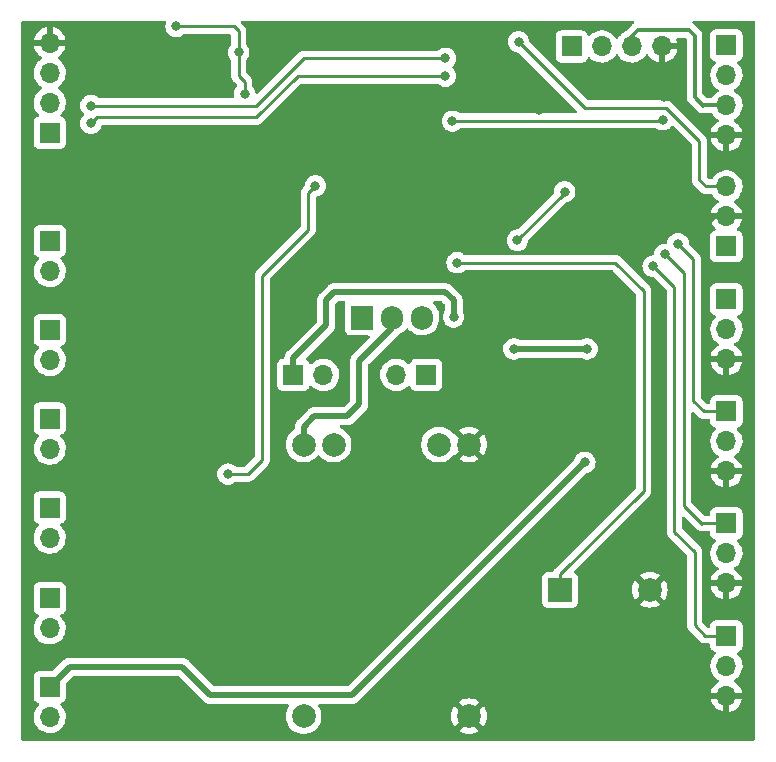
<source format=gbl>
G04 #@! TF.GenerationSoftware,KiCad,Pcbnew,(6.0.5)*
G04 #@! TF.CreationDate,2023-04-20T10:52:06+08:00*
G04 #@! TF.ProjectId,Pill Dispenser,50696c6c-2044-4697-9370-656e7365722e,rev?*
G04 #@! TF.SameCoordinates,Original*
G04 #@! TF.FileFunction,Copper,L2,Bot*
G04 #@! TF.FilePolarity,Positive*
%FSLAX46Y46*%
G04 Gerber Fmt 4.6, Leading zero omitted, Abs format (unit mm)*
G04 Created by KiCad (PCBNEW (6.0.5)) date 2023-04-20 10:52:06*
%MOMM*%
%LPD*%
G01*
G04 APERTURE LIST*
G04 #@! TA.AperFunction,ComponentPad*
%ADD10R,1.700000X1.700000*%
G04 #@! TD*
G04 #@! TA.AperFunction,ComponentPad*
%ADD11O,1.700000X1.700000*%
G04 #@! TD*
G04 #@! TA.AperFunction,ComponentPad*
%ADD12R,1.905000X2.000000*%
G04 #@! TD*
G04 #@! TA.AperFunction,ComponentPad*
%ADD13O,1.905000X2.000000*%
G04 #@! TD*
G04 #@! TA.AperFunction,ComponentPad*
%ADD14R,2.000000X2.000000*%
G04 #@! TD*
G04 #@! TA.AperFunction,ComponentPad*
%ADD15C,2.000000*%
G04 #@! TD*
G04 #@! TA.AperFunction,ViaPad*
%ADD16C,0.800000*%
G04 #@! TD*
G04 #@! TA.AperFunction,Conductor*
%ADD17C,0.250000*%
G04 #@! TD*
G04 #@! TA.AperFunction,Conductor*
%ADD18C,0.500000*%
G04 #@! TD*
G04 #@! TA.AperFunction,Conductor*
%ADD19C,0.300000*%
G04 #@! TD*
G04 APERTURE END LIST*
D10*
X156300000Y-101400000D03*
D11*
X156300000Y-103940000D03*
X156300000Y-106480000D03*
D10*
X156300000Y-110900000D03*
D11*
X156300000Y-113440000D03*
X156300000Y-115980000D03*
D10*
X99000000Y-111500000D03*
D11*
X99000000Y-114040000D03*
D12*
X125460000Y-102945000D03*
D13*
X128000000Y-102945000D03*
X130540000Y-102945000D03*
D10*
X99000000Y-96460000D03*
D11*
X99000000Y-99000000D03*
D10*
X99000000Y-119035000D03*
D11*
X99000000Y-121575000D03*
D10*
X156300000Y-96925000D03*
D11*
X156300000Y-94385000D03*
X156300000Y-91845000D03*
D10*
X99000000Y-134225000D03*
D11*
X99000000Y-136765000D03*
D10*
X99000000Y-126725000D03*
D11*
X99000000Y-129265000D03*
D10*
X156300000Y-120375000D03*
D11*
X156300000Y-122915000D03*
X156300000Y-125455000D03*
D10*
X156300000Y-79900000D03*
D11*
X156300000Y-82440000D03*
X156300000Y-84980000D03*
X156300000Y-87520000D03*
D14*
X142200000Y-126000000D03*
D15*
X149800000Y-126000000D03*
D11*
X99000000Y-79680000D03*
X99000000Y-82220000D03*
X99000000Y-84760000D03*
D10*
X99000000Y-87300000D03*
X130875000Y-107800000D03*
D11*
X128335000Y-107800000D03*
D15*
X120500000Y-136700000D03*
X134500000Y-136700000D03*
X120500000Y-113700000D03*
X134500000Y-113700000D03*
X123040000Y-113700000D03*
X131960000Y-113700000D03*
D10*
X156300000Y-129900000D03*
D11*
X156300000Y-132440000D03*
X156300000Y-134980000D03*
D10*
X99000000Y-104000000D03*
D11*
X99000000Y-106540000D03*
D10*
X119625000Y-107800000D03*
D11*
X122165000Y-107800000D03*
X150820000Y-80000000D03*
X148280000Y-80000000D03*
X145740000Y-80000000D03*
D10*
X143200000Y-80000000D03*
D16*
X133500000Y-98300000D03*
X106300000Y-93800000D03*
X108100000Y-124300000D03*
X115000000Y-120400000D03*
X140400000Y-85400000D03*
X130800000Y-85300000D03*
X102500000Y-80000000D03*
X151000000Y-84300000D03*
X144000000Y-89000000D03*
X144000000Y-93300000D03*
X102500000Y-83000000D03*
X105000000Y-89000000D03*
X108100000Y-102200000D03*
X108100000Y-130800000D03*
X134300000Y-104000000D03*
X108100000Y-109400000D03*
X99200000Y-91900000D03*
X108100000Y-116700000D03*
X144600000Y-108200000D03*
X110000000Y-89000000D03*
X133700000Y-108900000D03*
X117100000Y-96500000D03*
X145700000Y-129700000D03*
X116000000Y-129200000D03*
X138300000Y-105600000D03*
X144500000Y-105600000D03*
X133200000Y-102900000D03*
X115000000Y-80500000D03*
X133100000Y-86300000D03*
X121500000Y-91800000D03*
X114100000Y-116200000D03*
X150900000Y-86200000D03*
X115500000Y-84000000D03*
X109700000Y-78300000D03*
X138600000Y-96400000D03*
X142600000Y-92300000D03*
X102500000Y-86500000D03*
X132500000Y-82500000D03*
X102500000Y-85000000D03*
X132500000Y-81000000D03*
X151100000Y-97600000D03*
X150100000Y-98600000D03*
X152200000Y-96700000D03*
X138700000Y-79600000D03*
X144300000Y-115200000D03*
D17*
X142200000Y-124700000D02*
X142200000Y-126000000D01*
X149300000Y-100700000D02*
X149300000Y-117600000D01*
X149300000Y-117600000D02*
X142200000Y-124700000D01*
X133500000Y-98300000D02*
X146900000Y-98300000D01*
X146900000Y-98300000D02*
X149300000Y-100700000D01*
X158200000Y-93800000D02*
X157615000Y-94385000D01*
X157615000Y-94385000D02*
X156300000Y-94385000D01*
D18*
X143800000Y-110400000D02*
X144600000Y-109600000D01*
D17*
X130800000Y-85300000D02*
X140300000Y-85300000D01*
D18*
X133700000Y-108900000D02*
X133700000Y-104600000D01*
D17*
X157620000Y-87520000D02*
X158200000Y-88100000D01*
D18*
X133700000Y-109600000D02*
X134500000Y-110400000D01*
D17*
X108100000Y-109400000D02*
X108100000Y-116700000D01*
X115000000Y-120400000D02*
X113100000Y-120400000D01*
X110000000Y-89400000D02*
X117100000Y-96500000D01*
X106300000Y-93800000D02*
X105000000Y-92500000D01*
X144000000Y-93300000D02*
X144000000Y-89000000D01*
X156300000Y-87520000D02*
X157620000Y-87520000D01*
X113100000Y-120400000D02*
X112200000Y-121300000D01*
X108100000Y-124300000D02*
X108100000Y-130800000D01*
X108100000Y-116700000D02*
X108100000Y-124300000D01*
X112200000Y-125400000D02*
X112200000Y-128300000D01*
X150820000Y-80000000D02*
X150820000Y-84120000D01*
X112200000Y-128300000D02*
X113100000Y-129200000D01*
X110000000Y-89000000D02*
X110000000Y-89400000D01*
X155315000Y-94385000D02*
X154400000Y-95300000D01*
X112200000Y-123200000D02*
X111100000Y-124300000D01*
X107400000Y-93800000D02*
X108100000Y-94500000D01*
D18*
X144600000Y-109400000D02*
X144600000Y-108200000D01*
D17*
X108100000Y-124300000D02*
X111100000Y-124300000D01*
D18*
X133700000Y-104600000D02*
X134300000Y-104000000D01*
X133700000Y-108900000D02*
X133700000Y-109600000D01*
D17*
X154980000Y-106480000D02*
X156300000Y-106480000D01*
X108100000Y-94500000D02*
X108100000Y-102200000D01*
D18*
X144600000Y-109600000D02*
X144600000Y-108200000D01*
D17*
X158200000Y-88100000D02*
X158200000Y-93800000D01*
X150820000Y-84120000D02*
X151000000Y-84300000D01*
X154400000Y-95300000D02*
X154400000Y-105900000D01*
X111100000Y-124300000D02*
X112200000Y-125400000D01*
X113100000Y-129200000D02*
X116000000Y-129200000D01*
X154400000Y-105900000D02*
X154980000Y-106480000D01*
D18*
X134500000Y-110400000D02*
X143800000Y-110400000D01*
D17*
X102500000Y-80000000D02*
X102500000Y-83000000D01*
X106300000Y-93800000D02*
X107400000Y-93800000D01*
X108100000Y-102200000D02*
X108100000Y-109400000D01*
X156300000Y-94385000D02*
X155315000Y-94385000D01*
X140300000Y-85300000D02*
X140400000Y-85400000D01*
X105000000Y-89000000D02*
X110000000Y-89000000D01*
X105000000Y-92500000D02*
X105000000Y-89000000D01*
X112200000Y-121300000D02*
X112200000Y-123200000D01*
D18*
X119625000Y-107800000D02*
X119625000Y-106375000D01*
X122400000Y-101500000D02*
X123100000Y-100800000D01*
X132500000Y-100800000D02*
X133200000Y-101500000D01*
X123100000Y-100800000D02*
X132500000Y-100800000D01*
X122400000Y-103600000D02*
X122400000Y-101500000D01*
X138300000Y-105600000D02*
X144500000Y-105600000D01*
X119625000Y-106375000D02*
X122400000Y-103600000D01*
X133200000Y-101500000D02*
X133200000Y-102900000D01*
D17*
X115000000Y-80500000D02*
X115000000Y-82500000D01*
X120900000Y-95500000D02*
X117000000Y-99400000D01*
X109700000Y-78300000D02*
X114600000Y-78300000D01*
X117000000Y-115000000D02*
X115800000Y-116200000D01*
X150800000Y-86300000D02*
X150900000Y-86200000D01*
X133100000Y-86300000D02*
X150800000Y-86300000D01*
X117000000Y-99400000D02*
X117000000Y-115000000D01*
X120900000Y-92400000D02*
X120900000Y-95500000D01*
X115500000Y-83000000D02*
X115500000Y-84000000D01*
X115800000Y-116200000D02*
X114100000Y-116200000D01*
X121500000Y-91800000D02*
X120900000Y-92400000D01*
X115000000Y-82500000D02*
X115500000Y-83000000D01*
X114600000Y-78300000D02*
X115000000Y-78700000D01*
X115000000Y-78700000D02*
X115000000Y-80500000D01*
X142600000Y-92400000D02*
X142600000Y-92300000D01*
X138600000Y-96400000D02*
X142600000Y-92400000D01*
X116500000Y-86000000D02*
X103000000Y-86000000D01*
X103000000Y-86000000D02*
X102500000Y-86500000D01*
X120000000Y-82500000D02*
X116500000Y-86000000D01*
X132500000Y-82500000D02*
X120000000Y-82500000D01*
X120500000Y-81000000D02*
X116500000Y-85000000D01*
X132500000Y-81000000D02*
X120500000Y-81000000D01*
X116500000Y-85000000D02*
X102500000Y-85000000D01*
X154200000Y-120400000D02*
X154225000Y-120375000D01*
X152700000Y-99200000D02*
X152700000Y-118900000D01*
X152700000Y-118900000D02*
X154200000Y-120400000D01*
X151100000Y-97600000D02*
X152700000Y-99200000D01*
X154225000Y-120375000D02*
X156300000Y-120375000D01*
X154500000Y-129900000D02*
X156300000Y-129900000D01*
X153600000Y-129000000D02*
X154500000Y-129900000D01*
X153600000Y-122800000D02*
X153600000Y-129000000D01*
X151900000Y-121100000D02*
X153600000Y-122800000D01*
X151900000Y-100400000D02*
X151900000Y-121100000D01*
X150100000Y-98600000D02*
X151900000Y-100400000D01*
X152200000Y-96700000D02*
X153500000Y-98000000D01*
X153500000Y-98000000D02*
X153500000Y-110000000D01*
X153500000Y-110000000D02*
X154400000Y-110900000D01*
X154400000Y-110900000D02*
X156300000Y-110900000D01*
X154000000Y-91300000D02*
X154545000Y-91845000D01*
X154000000Y-88000000D02*
X154000000Y-91300000D01*
X154545000Y-91845000D02*
X156300000Y-91845000D01*
X138700000Y-79600000D02*
X144300000Y-85200000D01*
X144300000Y-85200000D02*
X151200000Y-85200000D01*
X151200000Y-85200000D02*
X154000000Y-88000000D01*
D19*
X156300000Y-84980000D02*
X154320000Y-84980000D01*
X153600000Y-84300000D02*
X153600000Y-79100000D01*
X148800000Y-78600000D02*
X148280000Y-79120000D01*
X153600000Y-79100000D02*
X153100000Y-78600000D01*
X154300000Y-85000000D02*
X153600000Y-84300000D01*
D18*
X110200000Y-132500000D02*
X100725000Y-132500000D01*
D19*
X153100000Y-78600000D02*
X148800000Y-78600000D01*
D18*
X100725000Y-132500000D02*
X99000000Y-134225000D01*
X124600000Y-134900000D02*
X112600000Y-134900000D01*
X144300000Y-115200000D02*
X124600000Y-134900000D01*
D19*
X154320000Y-84980000D02*
X154300000Y-85000000D01*
D18*
X112600000Y-134900000D02*
X110200000Y-132500000D01*
D19*
X148280000Y-79120000D02*
X148280000Y-80000000D01*
D18*
X125200000Y-110300000D02*
X124200000Y-111300000D01*
X120500000Y-112200000D02*
X120500000Y-113700000D01*
X125200000Y-106600000D02*
X125200000Y-110300000D01*
X121400000Y-111300000D02*
X120500000Y-112200000D01*
X128000000Y-102945000D02*
X128000000Y-103800000D01*
X128000000Y-103800000D02*
X125200000Y-106600000D01*
X124200000Y-111300000D02*
X121400000Y-111300000D01*
G04 #@! TA.AperFunction,Conductor*
G36*
X108799142Y-77828502D02*
G01*
X108845635Y-77882158D01*
X108855739Y-77952432D01*
X108850854Y-77973436D01*
X108806458Y-78110072D01*
X108805768Y-78116633D01*
X108805768Y-78116635D01*
X108794198Y-78226722D01*
X108786496Y-78300000D01*
X108787186Y-78306565D01*
X108793327Y-78364989D01*
X108806458Y-78489928D01*
X108865473Y-78671556D01*
X108868776Y-78677278D01*
X108868777Y-78677279D01*
X108875010Y-78688075D01*
X108960960Y-78836944D01*
X108965378Y-78841851D01*
X108965379Y-78841852D01*
X109077212Y-78966055D01*
X109088747Y-78978866D01*
X109243248Y-79091118D01*
X109249276Y-79093802D01*
X109249278Y-79093803D01*
X109403492Y-79162463D01*
X109417712Y-79168794D01*
X109480119Y-79182059D01*
X109598056Y-79207128D01*
X109598061Y-79207128D01*
X109604513Y-79208500D01*
X109795487Y-79208500D01*
X109801939Y-79207128D01*
X109801944Y-79207128D01*
X109919881Y-79182059D01*
X109982288Y-79168794D01*
X109996508Y-79162463D01*
X110150722Y-79093803D01*
X110150724Y-79093802D01*
X110156752Y-79091118D01*
X110311253Y-78978866D01*
X110315668Y-78973963D01*
X110320580Y-78969540D01*
X110321705Y-78970789D01*
X110375014Y-78937949D01*
X110408200Y-78933500D01*
X114240500Y-78933500D01*
X114308621Y-78953502D01*
X114355114Y-79007158D01*
X114366500Y-79059500D01*
X114366500Y-79797476D01*
X114346498Y-79865597D01*
X114334142Y-79881779D01*
X114260960Y-79963056D01*
X114202686Y-80063990D01*
X114186011Y-80092872D01*
X114165473Y-80128444D01*
X114106458Y-80310072D01*
X114105768Y-80316633D01*
X114105768Y-80316635D01*
X114097007Y-80399989D01*
X114086496Y-80500000D01*
X114087186Y-80506565D01*
X114104586Y-80672113D01*
X114106458Y-80689928D01*
X114165473Y-80871556D01*
X114168776Y-80877278D01*
X114168777Y-80877279D01*
X114174281Y-80886812D01*
X114260960Y-81036944D01*
X114334137Y-81118215D01*
X114364853Y-81182221D01*
X114366500Y-81202524D01*
X114366500Y-82421233D01*
X114365973Y-82432416D01*
X114364298Y-82439909D01*
X114364547Y-82447835D01*
X114364547Y-82447836D01*
X114366438Y-82507986D01*
X114366500Y-82511945D01*
X114366500Y-82539856D01*
X114366997Y-82543790D01*
X114366997Y-82543791D01*
X114367005Y-82543856D01*
X114367938Y-82555693D01*
X114369327Y-82599889D01*
X114374978Y-82619339D01*
X114378987Y-82638700D01*
X114381526Y-82658797D01*
X114384445Y-82666168D01*
X114384445Y-82666170D01*
X114397804Y-82699912D01*
X114401649Y-82711142D01*
X114404749Y-82721811D01*
X114413982Y-82753593D01*
X114418015Y-82760412D01*
X114418017Y-82760417D01*
X114424293Y-82771028D01*
X114432988Y-82788776D01*
X114440448Y-82807617D01*
X114445110Y-82814033D01*
X114445110Y-82814034D01*
X114466436Y-82843387D01*
X114472952Y-82853307D01*
X114483745Y-82871556D01*
X114495458Y-82891362D01*
X114509779Y-82905683D01*
X114522619Y-82920716D01*
X114534528Y-82937107D01*
X114550412Y-82950247D01*
X114568593Y-82965288D01*
X114577373Y-82973278D01*
X114821484Y-83217389D01*
X114855510Y-83279701D01*
X114850445Y-83350516D01*
X114826025Y-83390794D01*
X114760960Y-83463056D01*
X114709975Y-83551364D01*
X114676752Y-83608909D01*
X114665473Y-83628444D01*
X114606458Y-83810072D01*
X114605768Y-83816633D01*
X114605768Y-83816635D01*
X114589430Y-83972086D01*
X114586496Y-84000000D01*
X114587186Y-84006565D01*
X114602537Y-84152617D01*
X114606458Y-84189928D01*
X114608497Y-84196203D01*
X114608498Y-84196208D01*
X114610238Y-84201562D01*
X114612267Y-84272529D01*
X114575606Y-84333328D01*
X114511894Y-84364654D01*
X114490406Y-84366500D01*
X103208200Y-84366500D01*
X103140079Y-84346498D01*
X103120853Y-84330157D01*
X103120580Y-84330460D01*
X103115668Y-84326037D01*
X103111253Y-84321134D01*
X102985543Y-84229800D01*
X102962094Y-84212763D01*
X102962093Y-84212762D01*
X102956752Y-84208882D01*
X102950724Y-84206198D01*
X102950722Y-84206197D01*
X102788319Y-84133891D01*
X102788318Y-84133891D01*
X102782288Y-84131206D01*
X102688888Y-84111353D01*
X102601944Y-84092872D01*
X102601939Y-84092872D01*
X102595487Y-84091500D01*
X102404513Y-84091500D01*
X102398061Y-84092872D01*
X102398056Y-84092872D01*
X102311112Y-84111353D01*
X102217712Y-84131206D01*
X102211682Y-84133891D01*
X102211681Y-84133891D01*
X102049278Y-84206197D01*
X102049276Y-84206198D01*
X102043248Y-84208882D01*
X102037907Y-84212762D01*
X102037906Y-84212763D01*
X102014457Y-84229800D01*
X101888747Y-84321134D01*
X101884326Y-84326044D01*
X101884325Y-84326045D01*
X101778313Y-84443784D01*
X101760960Y-84463056D01*
X101722544Y-84529595D01*
X101674744Y-84612387D01*
X101665473Y-84628444D01*
X101606458Y-84810072D01*
X101586496Y-85000000D01*
X101606458Y-85189928D01*
X101665473Y-85371556D01*
X101760960Y-85536944D01*
X101765378Y-85541851D01*
X101765379Y-85541852D01*
X101876883Y-85665690D01*
X101907601Y-85729697D01*
X101898836Y-85800151D01*
X101876883Y-85834310D01*
X101767212Y-85956112D01*
X101760960Y-85963056D01*
X101665473Y-86128444D01*
X101606458Y-86310072D01*
X101605768Y-86316633D01*
X101605768Y-86316635D01*
X101598843Y-86382520D01*
X101586496Y-86500000D01*
X101587186Y-86506565D01*
X101605129Y-86677279D01*
X101606458Y-86689928D01*
X101665473Y-86871556D01*
X101760960Y-87036944D01*
X101765378Y-87041851D01*
X101765379Y-87041852D01*
X101879678Y-87168794D01*
X101888747Y-87178866D01*
X102043248Y-87291118D01*
X102049276Y-87293802D01*
X102049278Y-87293803D01*
X102211681Y-87366109D01*
X102217712Y-87368794D01*
X102311112Y-87388647D01*
X102398056Y-87407128D01*
X102398061Y-87407128D01*
X102404513Y-87408500D01*
X102595487Y-87408500D01*
X102601939Y-87407128D01*
X102601944Y-87407128D01*
X102688888Y-87388647D01*
X102782288Y-87368794D01*
X102788319Y-87366109D01*
X102950722Y-87293803D01*
X102950724Y-87293802D01*
X102956752Y-87291118D01*
X103111253Y-87178866D01*
X103120322Y-87168794D01*
X103234621Y-87041852D01*
X103234622Y-87041851D01*
X103239040Y-87036944D01*
X103334527Y-86871556D01*
X103383588Y-86720563D01*
X103423662Y-86661958D01*
X103489059Y-86634321D01*
X103503421Y-86633500D01*
X116421233Y-86633500D01*
X116432416Y-86634027D01*
X116439909Y-86635702D01*
X116447835Y-86635453D01*
X116447836Y-86635453D01*
X116507986Y-86633562D01*
X116511945Y-86633500D01*
X116539856Y-86633500D01*
X116543791Y-86633003D01*
X116543856Y-86632995D01*
X116555693Y-86632062D01*
X116587951Y-86631048D01*
X116591970Y-86630922D01*
X116599889Y-86630673D01*
X116619343Y-86625021D01*
X116638700Y-86621013D01*
X116650930Y-86619468D01*
X116650931Y-86619468D01*
X116658797Y-86618474D01*
X116666168Y-86615555D01*
X116666170Y-86615555D01*
X116699912Y-86602196D01*
X116711142Y-86598351D01*
X116745983Y-86588229D01*
X116745984Y-86588229D01*
X116753593Y-86586018D01*
X116760412Y-86581985D01*
X116760417Y-86581983D01*
X116771028Y-86575707D01*
X116788776Y-86567012D01*
X116807617Y-86559552D01*
X116843387Y-86533564D01*
X116853307Y-86527048D01*
X116884535Y-86508580D01*
X116884538Y-86508578D01*
X116891362Y-86504542D01*
X116905683Y-86490221D01*
X116920717Y-86477380D01*
X116930694Y-86470131D01*
X116937107Y-86465472D01*
X116965298Y-86431395D01*
X116973288Y-86422616D01*
X117095904Y-86300000D01*
X132186496Y-86300000D01*
X132187186Y-86306565D01*
X132205752Y-86483207D01*
X132206458Y-86489928D01*
X132265473Y-86671556D01*
X132268776Y-86677278D01*
X132268777Y-86677279D01*
X132275761Y-86689375D01*
X132360960Y-86836944D01*
X132365378Y-86841851D01*
X132365379Y-86841852D01*
X132480350Y-86969540D01*
X132488747Y-86978866D01*
X132579474Y-87044783D01*
X132636032Y-87085875D01*
X132643248Y-87091118D01*
X132649276Y-87093802D01*
X132649278Y-87093803D01*
X132811681Y-87166109D01*
X132817712Y-87168794D01*
X132883365Y-87182749D01*
X132998056Y-87207128D01*
X132998061Y-87207128D01*
X133004513Y-87208500D01*
X133195487Y-87208500D01*
X133201939Y-87207128D01*
X133201944Y-87207128D01*
X133316635Y-87182749D01*
X133382288Y-87168794D01*
X133388319Y-87166109D01*
X133550722Y-87093803D01*
X133550724Y-87093802D01*
X133556752Y-87091118D01*
X133563969Y-87085875D01*
X133699731Y-86987237D01*
X133711253Y-86978866D01*
X133715668Y-86973963D01*
X133720580Y-86969540D01*
X133721705Y-86970789D01*
X133775014Y-86937949D01*
X133808200Y-86933500D01*
X150323004Y-86933500D01*
X150391125Y-86953502D01*
X150397065Y-86957564D01*
X150431724Y-86982745D01*
X150443248Y-86991118D01*
X150449276Y-86993802D01*
X150449278Y-86993803D01*
X150611681Y-87066109D01*
X150617712Y-87068794D01*
X150704479Y-87087237D01*
X150798056Y-87107128D01*
X150798061Y-87107128D01*
X150804513Y-87108500D01*
X150995487Y-87108500D01*
X151001939Y-87107128D01*
X151001944Y-87107128D01*
X151095521Y-87087237D01*
X151182288Y-87068794D01*
X151188319Y-87066109D01*
X151350722Y-86993803D01*
X151350724Y-86993802D01*
X151356752Y-86991118D01*
X151368277Y-86982745D01*
X151412157Y-86950864D01*
X151511253Y-86878866D01*
X151639040Y-86736944D01*
X151639136Y-86737030D01*
X151693058Y-86695450D01*
X151763794Y-86689375D01*
X151827866Y-86723770D01*
X153329595Y-88225500D01*
X153363621Y-88287812D01*
X153366500Y-88314595D01*
X153366500Y-91221233D01*
X153365973Y-91232416D01*
X153364298Y-91239909D01*
X153364547Y-91247835D01*
X153364547Y-91247836D01*
X153366438Y-91307986D01*
X153366500Y-91311945D01*
X153366500Y-91339856D01*
X153366997Y-91343790D01*
X153366997Y-91343791D01*
X153367005Y-91343856D01*
X153367938Y-91355693D01*
X153369327Y-91399889D01*
X153372474Y-91410720D01*
X153374978Y-91419339D01*
X153378987Y-91438700D01*
X153381526Y-91458797D01*
X153384445Y-91466168D01*
X153384445Y-91466170D01*
X153397804Y-91499912D01*
X153401649Y-91511142D01*
X153413982Y-91553593D01*
X153418015Y-91560412D01*
X153418017Y-91560417D01*
X153424293Y-91571028D01*
X153432988Y-91588776D01*
X153440448Y-91607617D01*
X153445110Y-91614033D01*
X153445110Y-91614034D01*
X153466436Y-91643387D01*
X153472952Y-91653307D01*
X153495458Y-91691362D01*
X153509779Y-91705683D01*
X153522619Y-91720716D01*
X153534528Y-91737107D01*
X153540634Y-91742158D01*
X153568605Y-91765298D01*
X153577384Y-91773288D01*
X154041343Y-92237247D01*
X154048887Y-92245537D01*
X154053000Y-92252018D01*
X154058777Y-92257443D01*
X154102667Y-92298658D01*
X154105509Y-92301413D01*
X154125230Y-92321134D01*
X154128425Y-92323612D01*
X154137447Y-92331318D01*
X154169679Y-92361586D01*
X154176628Y-92365406D01*
X154187432Y-92371346D01*
X154203956Y-92382199D01*
X154219959Y-92394613D01*
X154260543Y-92412176D01*
X154271173Y-92417383D01*
X154309940Y-92438695D01*
X154317617Y-92440666D01*
X154317622Y-92440668D01*
X154329558Y-92443732D01*
X154348266Y-92450137D01*
X154366855Y-92458181D01*
X154374680Y-92459420D01*
X154374682Y-92459421D01*
X154410519Y-92465097D01*
X154422140Y-92467504D01*
X154457289Y-92476528D01*
X154464970Y-92478500D01*
X154485231Y-92478500D01*
X154504940Y-92480051D01*
X154524943Y-92483219D01*
X154532835Y-92482473D01*
X154538062Y-92481979D01*
X154568954Y-92479059D01*
X154580811Y-92478500D01*
X155024274Y-92478500D01*
X155092395Y-92498502D01*
X155131707Y-92538665D01*
X155199987Y-92650088D01*
X155346250Y-92818938D01*
X155518126Y-92961632D01*
X155547619Y-92978866D01*
X155591955Y-93004774D01*
X155640679Y-93056412D01*
X155653750Y-93126195D01*
X155627019Y-93191967D01*
X155586562Y-93225327D01*
X155578457Y-93229546D01*
X155569738Y-93235036D01*
X155399433Y-93362905D01*
X155391726Y-93369748D01*
X155244590Y-93523717D01*
X155238104Y-93531727D01*
X155118098Y-93707649D01*
X155113000Y-93716623D01*
X155023338Y-93909783D01*
X155019775Y-93919470D01*
X154964389Y-94119183D01*
X154965912Y-94127607D01*
X154978292Y-94131000D01*
X157618344Y-94131000D01*
X157631875Y-94127027D01*
X157633180Y-94117947D01*
X157591214Y-93950875D01*
X157587894Y-93941124D01*
X157502972Y-93745814D01*
X157498105Y-93736739D01*
X157382426Y-93557926D01*
X157376136Y-93549757D01*
X157232806Y-93392240D01*
X157225273Y-93385215D01*
X157058139Y-93253222D01*
X157049556Y-93247520D01*
X157012602Y-93227120D01*
X156962631Y-93176687D01*
X156947859Y-93107245D01*
X156972975Y-93040839D01*
X157000327Y-93014232D01*
X157056793Y-92973955D01*
X157179860Y-92886173D01*
X157338096Y-92728489D01*
X157352460Y-92708500D01*
X157465435Y-92551277D01*
X157468453Y-92547077D01*
X157472611Y-92538665D01*
X157565136Y-92351453D01*
X157565137Y-92351451D01*
X157567430Y-92346811D01*
X157607605Y-92214580D01*
X157630865Y-92138023D01*
X157630865Y-92138021D01*
X157632370Y-92133069D01*
X157661529Y-91911590D01*
X157661749Y-91902593D01*
X157663074Y-91848365D01*
X157663074Y-91848361D01*
X157663156Y-91845000D01*
X157644852Y-91622361D01*
X157590431Y-91405702D01*
X157501354Y-91200840D01*
X157380014Y-91013277D01*
X157229670Y-90848051D01*
X157225619Y-90844852D01*
X157225615Y-90844848D01*
X157058414Y-90712800D01*
X157058410Y-90712798D01*
X157054359Y-90709598D01*
X156858789Y-90601638D01*
X156853920Y-90599914D01*
X156853916Y-90599912D01*
X156653087Y-90528795D01*
X156653083Y-90528794D01*
X156648212Y-90527069D01*
X156643119Y-90526162D01*
X156643116Y-90526161D01*
X156433373Y-90488800D01*
X156433367Y-90488799D01*
X156428284Y-90487894D01*
X156354452Y-90486992D01*
X156210081Y-90485228D01*
X156210079Y-90485228D01*
X156204911Y-90485165D01*
X155984091Y-90518955D01*
X155771756Y-90588357D01*
X155573607Y-90691507D01*
X155569474Y-90694610D01*
X155569471Y-90694612D01*
X155545247Y-90712800D01*
X155394965Y-90825635D01*
X155240629Y-90987138D01*
X155237715Y-90991410D01*
X155237714Y-90991411D01*
X155125095Y-91156504D01*
X155070184Y-91201507D01*
X155021007Y-91211500D01*
X154859595Y-91211500D01*
X154791474Y-91191498D01*
X154770500Y-91174595D01*
X154670405Y-91074500D01*
X154636379Y-91012188D01*
X154633500Y-90985405D01*
X154633500Y-88078767D01*
X154634027Y-88067584D01*
X154635702Y-88060091D01*
X154633562Y-87992000D01*
X154633500Y-87988043D01*
X154633500Y-87960144D01*
X154632996Y-87956153D01*
X154632063Y-87944311D01*
X154630923Y-87908036D01*
X154630674Y-87900111D01*
X154628462Y-87892497D01*
X154628461Y-87892492D01*
X154625023Y-87880659D01*
X154621012Y-87861295D01*
X154619467Y-87849064D01*
X154618474Y-87841203D01*
X154615557Y-87833836D01*
X154615556Y-87833831D01*
X154602198Y-87800092D01*
X154598354Y-87788865D01*
X154598093Y-87787966D01*
X154968257Y-87787966D01*
X154998565Y-87922446D01*
X155001645Y-87932275D01*
X155081770Y-88129603D01*
X155086413Y-88138794D01*
X155197694Y-88320388D01*
X155203777Y-88328699D01*
X155343213Y-88489667D01*
X155350580Y-88496883D01*
X155514434Y-88632916D01*
X155522881Y-88638831D01*
X155706756Y-88746279D01*
X155716042Y-88750729D01*
X155915001Y-88826703D01*
X155924899Y-88829579D01*
X156028250Y-88850606D01*
X156042299Y-88849410D01*
X156046000Y-88839065D01*
X156046000Y-88838517D01*
X156554000Y-88838517D01*
X156558064Y-88852359D01*
X156571478Y-88854393D01*
X156578184Y-88853534D01*
X156588262Y-88851392D01*
X156792255Y-88790191D01*
X156801842Y-88786433D01*
X156993095Y-88692739D01*
X157001945Y-88687464D01*
X157175328Y-88563792D01*
X157183200Y-88557139D01*
X157334052Y-88406812D01*
X157340730Y-88398965D01*
X157465003Y-88226020D01*
X157470313Y-88217183D01*
X157564670Y-88026267D01*
X157568469Y-88016672D01*
X157630377Y-87812910D01*
X157632555Y-87802837D01*
X157633986Y-87791962D01*
X157631775Y-87777778D01*
X157618617Y-87774000D01*
X156572115Y-87774000D01*
X156556876Y-87778475D01*
X156555671Y-87779865D01*
X156554000Y-87787548D01*
X156554000Y-88838517D01*
X156046000Y-88838517D01*
X156046000Y-87792115D01*
X156041525Y-87776876D01*
X156040135Y-87775671D01*
X156032452Y-87774000D01*
X154983225Y-87774000D01*
X154969694Y-87777973D01*
X154968257Y-87787966D01*
X154598093Y-87787966D01*
X154595133Y-87777778D01*
X154586018Y-87746407D01*
X154575707Y-87728972D01*
X154567012Y-87711224D01*
X154559552Y-87692383D01*
X154533564Y-87656613D01*
X154527048Y-87646693D01*
X154508580Y-87615465D01*
X154508578Y-87615462D01*
X154504542Y-87608638D01*
X154490221Y-87594317D01*
X154477380Y-87579283D01*
X154470131Y-87569306D01*
X154465472Y-87562893D01*
X154431395Y-87534702D01*
X154422616Y-87526712D01*
X151703652Y-84807747D01*
X151696112Y-84799461D01*
X151692000Y-84792982D01*
X151642348Y-84746356D01*
X151639507Y-84743602D01*
X151619770Y-84723865D01*
X151616573Y-84721385D01*
X151607551Y-84713680D01*
X151581100Y-84688841D01*
X151575321Y-84683414D01*
X151568375Y-84679595D01*
X151568372Y-84679593D01*
X151557566Y-84673652D01*
X151541047Y-84662801D01*
X151539929Y-84661934D01*
X151525041Y-84650386D01*
X151517772Y-84647241D01*
X151517768Y-84647238D01*
X151484463Y-84632826D01*
X151473813Y-84627609D01*
X151435060Y-84606305D01*
X151415437Y-84601267D01*
X151396734Y-84594863D01*
X151385420Y-84589967D01*
X151385419Y-84589967D01*
X151378145Y-84586819D01*
X151370322Y-84585580D01*
X151370312Y-84585577D01*
X151334476Y-84579901D01*
X151322856Y-84577495D01*
X151287711Y-84568472D01*
X151287710Y-84568472D01*
X151280030Y-84566500D01*
X151259776Y-84566500D01*
X151240065Y-84564949D01*
X151227886Y-84563020D01*
X151220057Y-84561780D01*
X151212165Y-84562526D01*
X151176039Y-84565941D01*
X151164181Y-84566500D01*
X144614594Y-84566500D01*
X144546473Y-84546498D01*
X144525499Y-84529595D01*
X139647122Y-79651217D01*
X139613096Y-79588905D01*
X139610907Y-79575292D01*
X139608893Y-79556124D01*
X139595106Y-79424950D01*
X139594232Y-79416635D01*
X139594232Y-79416633D01*
X139593542Y-79410072D01*
X139534527Y-79228444D01*
X139499790Y-79168277D01*
X139491856Y-79154536D01*
X139439040Y-79063056D01*
X139425070Y-79047540D01*
X139315675Y-78926045D01*
X139315674Y-78926044D01*
X139311253Y-78921134D01*
X139185243Y-78829582D01*
X139162094Y-78812763D01*
X139162093Y-78812762D01*
X139156752Y-78808882D01*
X139150724Y-78806198D01*
X139150722Y-78806197D01*
X138988319Y-78733891D01*
X138988318Y-78733891D01*
X138982288Y-78731206D01*
X138888887Y-78711353D01*
X138801944Y-78692872D01*
X138801939Y-78692872D01*
X138795487Y-78691500D01*
X138604513Y-78691500D01*
X138598061Y-78692872D01*
X138598056Y-78692872D01*
X138511113Y-78711353D01*
X138417712Y-78731206D01*
X138411682Y-78733891D01*
X138411681Y-78733891D01*
X138249278Y-78806197D01*
X138249276Y-78806198D01*
X138243248Y-78808882D01*
X138237907Y-78812762D01*
X138237906Y-78812763D01*
X138214757Y-78829582D01*
X138088747Y-78921134D01*
X138084326Y-78926044D01*
X138084325Y-78926045D01*
X137974931Y-79047540D01*
X137960960Y-79063056D01*
X137908144Y-79154536D01*
X137900211Y-79168277D01*
X137865473Y-79228444D01*
X137806458Y-79410072D01*
X137805768Y-79416633D01*
X137805768Y-79416635D01*
X137804894Y-79424950D01*
X137786496Y-79600000D01*
X137806458Y-79789928D01*
X137865473Y-79971556D01*
X137960960Y-80136944D01*
X137965378Y-80141851D01*
X137965379Y-80141852D01*
X138084325Y-80273955D01*
X138088747Y-80278866D01*
X138141579Y-80317251D01*
X138216299Y-80371538D01*
X138243248Y-80391118D01*
X138249276Y-80393802D01*
X138249278Y-80393803D01*
X138404824Y-80463056D01*
X138417712Y-80468794D01*
X138506563Y-80487680D01*
X138598056Y-80507128D01*
X138598061Y-80507128D01*
X138604513Y-80508500D01*
X138660406Y-80508500D01*
X138728527Y-80528502D01*
X138749501Y-80545405D01*
X143655500Y-85451405D01*
X143689526Y-85513717D01*
X143684461Y-85584532D01*
X143641914Y-85641368D01*
X143575394Y-85666179D01*
X143566405Y-85666500D01*
X133808200Y-85666500D01*
X133740079Y-85646498D01*
X133720853Y-85630157D01*
X133720580Y-85630460D01*
X133715668Y-85626037D01*
X133711253Y-85621134D01*
X133617555Y-85553058D01*
X133562094Y-85512763D01*
X133562093Y-85512762D01*
X133556752Y-85508882D01*
X133550724Y-85506198D01*
X133550722Y-85506197D01*
X133388319Y-85433891D01*
X133388318Y-85433891D01*
X133382288Y-85431206D01*
X133288887Y-85411353D01*
X133201944Y-85392872D01*
X133201939Y-85392872D01*
X133195487Y-85391500D01*
X133004513Y-85391500D01*
X132998061Y-85392872D01*
X132998056Y-85392872D01*
X132911113Y-85411353D01*
X132817712Y-85431206D01*
X132811682Y-85433891D01*
X132811681Y-85433891D01*
X132649278Y-85506197D01*
X132649276Y-85506198D01*
X132643248Y-85508882D01*
X132488747Y-85621134D01*
X132484326Y-85626044D01*
X132484325Y-85626045D01*
X132372716Y-85750000D01*
X132360960Y-85763056D01*
X132265473Y-85928444D01*
X132206458Y-86110072D01*
X132205768Y-86116633D01*
X132205768Y-86116635D01*
X132187649Y-86289030D01*
X132186496Y-86300000D01*
X117095904Y-86300000D01*
X120225499Y-83170405D01*
X120287811Y-83136379D01*
X120314594Y-83133500D01*
X131791800Y-83133500D01*
X131859921Y-83153502D01*
X131879147Y-83169843D01*
X131879420Y-83169540D01*
X131884332Y-83173963D01*
X131888747Y-83178866D01*
X132043248Y-83291118D01*
X132049276Y-83293802D01*
X132049278Y-83293803D01*
X132211681Y-83366109D01*
X132217712Y-83368794D01*
X132311113Y-83388647D01*
X132398056Y-83407128D01*
X132398061Y-83407128D01*
X132404513Y-83408500D01*
X132595487Y-83408500D01*
X132601939Y-83407128D01*
X132601944Y-83407128D01*
X132688887Y-83388647D01*
X132782288Y-83368794D01*
X132788319Y-83366109D01*
X132950722Y-83293803D01*
X132950724Y-83293802D01*
X132956752Y-83291118D01*
X133111253Y-83178866D01*
X133148555Y-83137438D01*
X133234621Y-83041852D01*
X133234622Y-83041851D01*
X133239040Y-83036944D01*
X133318041Y-82900111D01*
X133331223Y-82877279D01*
X133331224Y-82877278D01*
X133334527Y-82871556D01*
X133393542Y-82689928D01*
X133413504Y-82500000D01*
X133408021Y-82447836D01*
X133394232Y-82316635D01*
X133394232Y-82316633D01*
X133393542Y-82310072D01*
X133334527Y-82128444D01*
X133239040Y-81963056D01*
X133123117Y-81834310D01*
X133092399Y-81770303D01*
X133101164Y-81699849D01*
X133123117Y-81665690D01*
X133234621Y-81541852D01*
X133234622Y-81541851D01*
X133239040Y-81536944D01*
X133306191Y-81420635D01*
X133331223Y-81377279D01*
X133331224Y-81377278D01*
X133334527Y-81371556D01*
X133393542Y-81189928D01*
X133395543Y-81170896D01*
X133412814Y-81006565D01*
X133413504Y-81000000D01*
X133402775Y-80897918D01*
X133394232Y-80816635D01*
X133394232Y-80816633D01*
X133393542Y-80810072D01*
X133334527Y-80628444D01*
X133326544Y-80614616D01*
X133286584Y-80545405D01*
X133239040Y-80463056D01*
X133222881Y-80445109D01*
X133115675Y-80326045D01*
X133115674Y-80326044D01*
X133111253Y-80321134D01*
X132956752Y-80208882D01*
X132950724Y-80206198D01*
X132950722Y-80206197D01*
X132788319Y-80133891D01*
X132788318Y-80133891D01*
X132782288Y-80131206D01*
X132688888Y-80111353D01*
X132601944Y-80092872D01*
X132601939Y-80092872D01*
X132595487Y-80091500D01*
X132404513Y-80091500D01*
X132398061Y-80092872D01*
X132398056Y-80092872D01*
X132311112Y-80111353D01*
X132217712Y-80131206D01*
X132211682Y-80133891D01*
X132211681Y-80133891D01*
X132049278Y-80206197D01*
X132049276Y-80206198D01*
X132043248Y-80208882D01*
X132037907Y-80212762D01*
X132037906Y-80212763D01*
X131927594Y-80292910D01*
X131888747Y-80321134D01*
X131884332Y-80326037D01*
X131879420Y-80330460D01*
X131878295Y-80329211D01*
X131824986Y-80362051D01*
X131791800Y-80366500D01*
X120578767Y-80366500D01*
X120567584Y-80365973D01*
X120560091Y-80364298D01*
X120552165Y-80364547D01*
X120552164Y-80364547D01*
X120492014Y-80366438D01*
X120488055Y-80366500D01*
X120460144Y-80366500D01*
X120456210Y-80366997D01*
X120456209Y-80366997D01*
X120456144Y-80367005D01*
X120444307Y-80367938D01*
X120412490Y-80368938D01*
X120408029Y-80369078D01*
X120400110Y-80369327D01*
X120382454Y-80374456D01*
X120380658Y-80374978D01*
X120361306Y-80378986D01*
X120354235Y-80379880D01*
X120341203Y-80381526D01*
X120333834Y-80384443D01*
X120333832Y-80384444D01*
X120300097Y-80397800D01*
X120288869Y-80401645D01*
X120246407Y-80413982D01*
X120239585Y-80418016D01*
X120239579Y-80418019D01*
X120228968Y-80424294D01*
X120211218Y-80432990D01*
X120199756Y-80437528D01*
X120199751Y-80437531D01*
X120192383Y-80440448D01*
X120185968Y-80445109D01*
X120156625Y-80466427D01*
X120146707Y-80472943D01*
X120134119Y-80480388D01*
X120108637Y-80495458D01*
X120094313Y-80509782D01*
X120079281Y-80522621D01*
X120062893Y-80534528D01*
X120053895Y-80545405D01*
X120034712Y-80568593D01*
X120026722Y-80577373D01*
X116618423Y-83985672D01*
X116556111Y-84019698D01*
X116485296Y-84014633D01*
X116428460Y-83972086D01*
X116404018Y-83909747D01*
X116403668Y-83906411D01*
X116395596Y-83829612D01*
X116394232Y-83816635D01*
X116394232Y-83816633D01*
X116393542Y-83810072D01*
X116334527Y-83628444D01*
X116323249Y-83608909D01*
X116290025Y-83551364D01*
X116239040Y-83463056D01*
X116165863Y-83381785D01*
X116135147Y-83317779D01*
X116133500Y-83297476D01*
X116133500Y-83078768D01*
X116134027Y-83067585D01*
X116135702Y-83060092D01*
X116135380Y-83049829D01*
X116133562Y-82992002D01*
X116133500Y-82988044D01*
X116133500Y-82960144D01*
X116132996Y-82956153D01*
X116132063Y-82944311D01*
X116131996Y-82942160D01*
X116130674Y-82900111D01*
X116128462Y-82892497D01*
X116128461Y-82892492D01*
X116125023Y-82880659D01*
X116121012Y-82861295D01*
X116119467Y-82849064D01*
X116118474Y-82841203D01*
X116115557Y-82833836D01*
X116115556Y-82833831D01*
X116102198Y-82800092D01*
X116098354Y-82788865D01*
X116093171Y-82771028D01*
X116086018Y-82746407D01*
X116075707Y-82728972D01*
X116067012Y-82711224D01*
X116059552Y-82692383D01*
X116040508Y-82666170D01*
X116033564Y-82656613D01*
X116027048Y-82646693D01*
X116008580Y-82615465D01*
X116008578Y-82615462D01*
X116004542Y-82608638D01*
X115990221Y-82594317D01*
X115977380Y-82579283D01*
X115970132Y-82569307D01*
X115965472Y-82562893D01*
X115931407Y-82534712D01*
X115922626Y-82526722D01*
X115670404Y-82274499D01*
X115636379Y-82212187D01*
X115633500Y-82185404D01*
X115633500Y-81202524D01*
X115653502Y-81134403D01*
X115665858Y-81118221D01*
X115739040Y-81036944D01*
X115825719Y-80886812D01*
X115831223Y-80877279D01*
X115831224Y-80877278D01*
X115834527Y-80871556D01*
X115893542Y-80689928D01*
X115895415Y-80672113D01*
X115912814Y-80506565D01*
X115913504Y-80500000D01*
X115902993Y-80399989D01*
X115894232Y-80316635D01*
X115894232Y-80316633D01*
X115893542Y-80310072D01*
X115834527Y-80128444D01*
X115813990Y-80092872D01*
X115797314Y-80063990D01*
X115739040Y-79963056D01*
X115665863Y-79881785D01*
X115635147Y-79817779D01*
X115633500Y-79797476D01*
X115633500Y-78778763D01*
X115634027Y-78767579D01*
X115635701Y-78760091D01*
X115633562Y-78692032D01*
X115633500Y-78688075D01*
X115633500Y-78660144D01*
X115632994Y-78656138D01*
X115632061Y-78644292D01*
X115631934Y-78640228D01*
X115630673Y-78600110D01*
X115625022Y-78580658D01*
X115621014Y-78561306D01*
X115619468Y-78549068D01*
X115619467Y-78549066D01*
X115618474Y-78541203D01*
X115602194Y-78500086D01*
X115598359Y-78488885D01*
X115586018Y-78446406D01*
X115581985Y-78439587D01*
X115581983Y-78439582D01*
X115575707Y-78428971D01*
X115567010Y-78411221D01*
X115559552Y-78392383D01*
X115533571Y-78356623D01*
X115527053Y-78346701D01*
X115508578Y-78315460D01*
X115508574Y-78315455D01*
X115504542Y-78308637D01*
X115490218Y-78294313D01*
X115477376Y-78279278D01*
X115465472Y-78262893D01*
X115431406Y-78234711D01*
X115422627Y-78226722D01*
X115219500Y-78023595D01*
X115185474Y-77961283D01*
X115190539Y-77890468D01*
X115233086Y-77833632D01*
X115299606Y-77808821D01*
X115308595Y-77808500D01*
X148381310Y-77808500D01*
X148449431Y-77828502D01*
X148495924Y-77882158D01*
X148506028Y-77952432D01*
X148476534Y-78017012D01*
X148455374Y-78036434D01*
X148442867Y-78045521D01*
X148432952Y-78052033D01*
X148400023Y-78071507D01*
X148400019Y-78071510D01*
X148393193Y-78075547D01*
X148378029Y-78090711D01*
X148362996Y-78103551D01*
X148345643Y-78116159D01*
X148335520Y-78128396D01*
X148316198Y-78151752D01*
X148308208Y-78160532D01*
X147872395Y-78596345D01*
X147863615Y-78604335D01*
X147863613Y-78604337D01*
X147856920Y-78608584D01*
X147851494Y-78614362D01*
X147851493Y-78614363D01*
X147808396Y-78660257D01*
X147805641Y-78663099D01*
X147785073Y-78683667D01*
X147782356Y-78687170D01*
X147774647Y-78696196D01*
X147748455Y-78724087D01*
X147748452Y-78724090D01*
X147743028Y-78729867D01*
X147740370Y-78734702D01*
X147697613Y-78771542D01*
X147573022Y-78836400D01*
X147553607Y-78846507D01*
X147549474Y-78849610D01*
X147549471Y-78849612D01*
X147381692Y-78975584D01*
X147374965Y-78980635D01*
X147356605Y-78999848D01*
X147263729Y-79097037D01*
X147220629Y-79142138D01*
X147113201Y-79299621D01*
X147058293Y-79344621D01*
X146987768Y-79352792D01*
X146924021Y-79321538D01*
X146903324Y-79297054D01*
X146822822Y-79172617D01*
X146822820Y-79172614D01*
X146820014Y-79168277D01*
X146669670Y-79003051D01*
X146665619Y-78999852D01*
X146665615Y-78999848D01*
X146498414Y-78867800D01*
X146498410Y-78867798D01*
X146494359Y-78864598D01*
X146298789Y-78756638D01*
X146293920Y-78754914D01*
X146293916Y-78754912D01*
X146093087Y-78683795D01*
X146093083Y-78683794D01*
X146088212Y-78682069D01*
X146083119Y-78681162D01*
X146083116Y-78681161D01*
X145873373Y-78643800D01*
X145873367Y-78643799D01*
X145868284Y-78642894D01*
X145794452Y-78641992D01*
X145650081Y-78640228D01*
X145650079Y-78640228D01*
X145644911Y-78640165D01*
X145424091Y-78673955D01*
X145211756Y-78743357D01*
X145157613Y-78771542D01*
X145046120Y-78829582D01*
X145013607Y-78846507D01*
X145009474Y-78849610D01*
X145009471Y-78849612D01*
X144841692Y-78975584D01*
X144834965Y-78980635D01*
X144756703Y-79062532D01*
X144754283Y-79065064D01*
X144692759Y-79100494D01*
X144621846Y-79097037D01*
X144564060Y-79055791D01*
X144545207Y-79022243D01*
X144503767Y-78911703D01*
X144500615Y-78903295D01*
X144413261Y-78786739D01*
X144296705Y-78699385D01*
X144160316Y-78648255D01*
X144098134Y-78641500D01*
X142301866Y-78641500D01*
X142239684Y-78648255D01*
X142103295Y-78699385D01*
X141986739Y-78786739D01*
X141899385Y-78903295D01*
X141848255Y-79039684D01*
X141841500Y-79101866D01*
X141841500Y-80898134D01*
X141848255Y-80960316D01*
X141899385Y-81096705D01*
X141986739Y-81213261D01*
X142103295Y-81300615D01*
X142239684Y-81351745D01*
X142301866Y-81358500D01*
X144098134Y-81358500D01*
X144160316Y-81351745D01*
X144296705Y-81300615D01*
X144413261Y-81213261D01*
X144500615Y-81096705D01*
X144520451Y-81043792D01*
X144544598Y-80979382D01*
X144587240Y-80922618D01*
X144653802Y-80897918D01*
X144723150Y-80913126D01*
X144757817Y-80941114D01*
X144786250Y-80973938D01*
X144958126Y-81116632D01*
X145151000Y-81229338D01*
X145359692Y-81309030D01*
X145364760Y-81310061D01*
X145364763Y-81310062D01*
X145459862Y-81329410D01*
X145578597Y-81353567D01*
X145583772Y-81353757D01*
X145583774Y-81353757D01*
X145796673Y-81361564D01*
X145796677Y-81361564D01*
X145801837Y-81361753D01*
X145806957Y-81361097D01*
X145806959Y-81361097D01*
X146018288Y-81334025D01*
X146018289Y-81334025D01*
X146023416Y-81333368D01*
X146028366Y-81331883D01*
X146232429Y-81270661D01*
X146232434Y-81270659D01*
X146237384Y-81269174D01*
X146437994Y-81170896D01*
X146619860Y-81041173D01*
X146778096Y-80883489D01*
X146794748Y-80860316D01*
X146908453Y-80702077D01*
X146909776Y-80703028D01*
X146956645Y-80659857D01*
X147026580Y-80647625D01*
X147092026Y-80675144D01*
X147119875Y-80706994D01*
X147179987Y-80805088D01*
X147326250Y-80973938D01*
X147498126Y-81116632D01*
X147691000Y-81229338D01*
X147899692Y-81309030D01*
X147904760Y-81310061D01*
X147904763Y-81310062D01*
X147999862Y-81329410D01*
X148118597Y-81353567D01*
X148123772Y-81353757D01*
X148123774Y-81353757D01*
X148336673Y-81361564D01*
X148336677Y-81361564D01*
X148341837Y-81361753D01*
X148346957Y-81361097D01*
X148346959Y-81361097D01*
X148558288Y-81334025D01*
X148558289Y-81334025D01*
X148563416Y-81333368D01*
X148568366Y-81331883D01*
X148772429Y-81270661D01*
X148772434Y-81270659D01*
X148777384Y-81269174D01*
X148977994Y-81170896D01*
X149159860Y-81041173D01*
X149318096Y-80883489D01*
X149334748Y-80860316D01*
X149448453Y-80702077D01*
X149449640Y-80702930D01*
X149496960Y-80659362D01*
X149566897Y-80647145D01*
X149632338Y-80674678D01*
X149660166Y-80706511D01*
X149717694Y-80800388D01*
X149723777Y-80808699D01*
X149863213Y-80969667D01*
X149870580Y-80976883D01*
X150034434Y-81112916D01*
X150042881Y-81118831D01*
X150226756Y-81226279D01*
X150236042Y-81230729D01*
X150435001Y-81306703D01*
X150444899Y-81309579D01*
X150548250Y-81330606D01*
X150562299Y-81329410D01*
X150566000Y-81319065D01*
X150566000Y-81318517D01*
X151074000Y-81318517D01*
X151078064Y-81332359D01*
X151091478Y-81334393D01*
X151098184Y-81333534D01*
X151108262Y-81331392D01*
X151312255Y-81270191D01*
X151321842Y-81266433D01*
X151513095Y-81172739D01*
X151521945Y-81167464D01*
X151695328Y-81043792D01*
X151703200Y-81037139D01*
X151854052Y-80886812D01*
X151860730Y-80878965D01*
X151985003Y-80706020D01*
X151990313Y-80697183D01*
X152084670Y-80506267D01*
X152088469Y-80496672D01*
X152150377Y-80292910D01*
X152152555Y-80282837D01*
X152153986Y-80271962D01*
X152151775Y-80257778D01*
X152138617Y-80254000D01*
X151092115Y-80254000D01*
X151076876Y-80258475D01*
X151075671Y-80259865D01*
X151074000Y-80267548D01*
X151074000Y-81318517D01*
X150566000Y-81318517D01*
X150566000Y-79872000D01*
X150586002Y-79803879D01*
X150639658Y-79757386D01*
X150692000Y-79746000D01*
X152138344Y-79746000D01*
X152151875Y-79742027D01*
X152153180Y-79732947D01*
X152111214Y-79565875D01*
X152107894Y-79556124D01*
X152055116Y-79434742D01*
X152046296Y-79364296D01*
X152076963Y-79300264D01*
X152137379Y-79262976D01*
X152170666Y-79258500D01*
X152775050Y-79258500D01*
X152843171Y-79278502D01*
X152864145Y-79295405D01*
X152904595Y-79335855D01*
X152938621Y-79398167D01*
X152941500Y-79424950D01*
X152941500Y-84217944D01*
X152940941Y-84229800D01*
X152939212Y-84237537D01*
X152939461Y-84245459D01*
X152941438Y-84308369D01*
X152941500Y-84312327D01*
X152941500Y-84341432D01*
X152942056Y-84345832D01*
X152942988Y-84357664D01*
X152944438Y-84403831D01*
X152946650Y-84411444D01*
X152946650Y-84411445D01*
X152950419Y-84424416D01*
X152954430Y-84443782D01*
X152957118Y-84465064D01*
X152960034Y-84472429D01*
X152960035Y-84472433D01*
X152974126Y-84508021D01*
X152977965Y-84519231D01*
X152990855Y-84563600D01*
X153001775Y-84582065D01*
X153010466Y-84599805D01*
X153018365Y-84619756D01*
X153038332Y-84647238D01*
X153045516Y-84657126D01*
X153052033Y-84667048D01*
X153071507Y-84699977D01*
X153071510Y-84699981D01*
X153075547Y-84706807D01*
X153090711Y-84721971D01*
X153103551Y-84737004D01*
X153116159Y-84754357D01*
X153122266Y-84759409D01*
X153122267Y-84759410D01*
X153151754Y-84783803D01*
X153160535Y-84791794D01*
X153781931Y-85413190D01*
X153797044Y-85431458D01*
X153802126Y-85438935D01*
X153808075Y-85444180D01*
X153808077Y-85444182D01*
X153846043Y-85477653D01*
X153851813Y-85483072D01*
X153863667Y-85494926D01*
X153876920Y-85505206D01*
X153883007Y-85510242D01*
X153920976Y-85543716D01*
X153920979Y-85543718D01*
X153926926Y-85548961D01*
X153934967Y-85553058D01*
X153954993Y-85565767D01*
X153962131Y-85571304D01*
X154015665Y-85594470D01*
X154015855Y-85594552D01*
X154023016Y-85597922D01*
X154068098Y-85620892D01*
X154068100Y-85620893D01*
X154075168Y-85624494D01*
X154083975Y-85626463D01*
X154106530Y-85633790D01*
X154114823Y-85637379D01*
X154122646Y-85638618D01*
X154172644Y-85646537D01*
X154180410Y-85648018D01*
X154237537Y-85660788D01*
X154245459Y-85660539D01*
X154245460Y-85660539D01*
X154245614Y-85660534D01*
X154246562Y-85660504D01*
X154270237Y-85661994D01*
X154279151Y-85663406D01*
X154287042Y-85662660D01*
X154287043Y-85662660D01*
X154337420Y-85657898D01*
X154345320Y-85657401D01*
X154395908Y-85655811D01*
X154403831Y-85655562D01*
X154412507Y-85653041D01*
X154435808Y-85648597D01*
X154436899Y-85648494D01*
X154436901Y-85648493D01*
X154444789Y-85647748D01*
X154452245Y-85645064D01*
X154459983Y-85643334D01*
X154460163Y-85644138D01*
X154492466Y-85638500D01*
X155039594Y-85638500D01*
X155107715Y-85658502D01*
X155147027Y-85698665D01*
X155199987Y-85785088D01*
X155346250Y-85953938D01*
X155518126Y-86096632D01*
X155591955Y-86139774D01*
X155640679Y-86191412D01*
X155653750Y-86261195D01*
X155627019Y-86326967D01*
X155586562Y-86360327D01*
X155578457Y-86364546D01*
X155569738Y-86370036D01*
X155399433Y-86497905D01*
X155391726Y-86504748D01*
X155244590Y-86658717D01*
X155238104Y-86666727D01*
X155118098Y-86842649D01*
X155113000Y-86851623D01*
X155023338Y-87044783D01*
X155019775Y-87054470D01*
X154964389Y-87254183D01*
X154965912Y-87262607D01*
X154978292Y-87266000D01*
X157618344Y-87266000D01*
X157631875Y-87262027D01*
X157633180Y-87252947D01*
X157591214Y-87085875D01*
X157587894Y-87076124D01*
X157502972Y-86880814D01*
X157498105Y-86871739D01*
X157382426Y-86692926D01*
X157376136Y-86684757D01*
X157232806Y-86527240D01*
X157225273Y-86520215D01*
X157058139Y-86388222D01*
X157049556Y-86382520D01*
X157012602Y-86362120D01*
X156962631Y-86311687D01*
X156947859Y-86242245D01*
X156972975Y-86175839D01*
X157000327Y-86149232D01*
X157064029Y-86103794D01*
X157179860Y-86021173D01*
X157196320Y-86004771D01*
X157334435Y-85867137D01*
X157338096Y-85863489D01*
X157350839Y-85845756D01*
X157465435Y-85686277D01*
X157468453Y-85682077D01*
X157476311Y-85666179D01*
X157565136Y-85486453D01*
X157565137Y-85486451D01*
X157567430Y-85481811D01*
X157632370Y-85268069D01*
X157661529Y-85046590D01*
X157662507Y-85006565D01*
X157663074Y-84983365D01*
X157663074Y-84983361D01*
X157663156Y-84980000D01*
X157644852Y-84757361D01*
X157590431Y-84540702D01*
X157501354Y-84335840D01*
X157406959Y-84189928D01*
X157382822Y-84152617D01*
X157382820Y-84152614D01*
X157380014Y-84148277D01*
X157229670Y-83983051D01*
X157225619Y-83979852D01*
X157225615Y-83979848D01*
X157058414Y-83847800D01*
X157058410Y-83847798D01*
X157054359Y-83844598D01*
X157013053Y-83821796D01*
X156963084Y-83771364D01*
X156948312Y-83701921D01*
X156973428Y-83635516D01*
X157000780Y-83608909D01*
X157059998Y-83566669D01*
X157179860Y-83481173D01*
X157192303Y-83468774D01*
X157324907Y-83336632D01*
X157338096Y-83323489D01*
X157359428Y-83293803D01*
X157465435Y-83146277D01*
X157468453Y-83142077D01*
X157485722Y-83107137D01*
X157565136Y-82946453D01*
X157565137Y-82946451D01*
X157567430Y-82941811D01*
X157624615Y-82753593D01*
X157630865Y-82733023D01*
X157630865Y-82733021D01*
X157632370Y-82728069D01*
X157661529Y-82506590D01*
X157661690Y-82500000D01*
X157663074Y-82443365D01*
X157663074Y-82443361D01*
X157663156Y-82440000D01*
X157644852Y-82217361D01*
X157590431Y-82000702D01*
X157501354Y-81795840D01*
X157417156Y-81665690D01*
X157382822Y-81612617D01*
X157382820Y-81612614D01*
X157380014Y-81608277D01*
X157376532Y-81604450D01*
X157232798Y-81446488D01*
X157201746Y-81382642D01*
X157210141Y-81312143D01*
X157255317Y-81257375D01*
X157281761Y-81243706D01*
X157388297Y-81203767D01*
X157396705Y-81200615D01*
X157513261Y-81113261D01*
X157600615Y-80996705D01*
X157651745Y-80860316D01*
X157658500Y-80798134D01*
X157658500Y-79001866D01*
X157651745Y-78939684D01*
X157600615Y-78803295D01*
X157513261Y-78686739D01*
X157396705Y-78599385D01*
X157260316Y-78548255D01*
X157198134Y-78541500D01*
X155401866Y-78541500D01*
X155339684Y-78548255D01*
X155203295Y-78599385D01*
X155086739Y-78686739D01*
X154999385Y-78803295D01*
X154948255Y-78939684D01*
X154941500Y-79001866D01*
X154941500Y-80798134D01*
X154948255Y-80860316D01*
X154999385Y-80996705D01*
X155086739Y-81113261D01*
X155203295Y-81200615D01*
X155211704Y-81203767D01*
X155211705Y-81203768D01*
X155320451Y-81244535D01*
X155377216Y-81287176D01*
X155401916Y-81353738D01*
X155386709Y-81423087D01*
X155367316Y-81449568D01*
X155246648Y-81575840D01*
X155240629Y-81582138D01*
X155114743Y-81766680D01*
X155083350Y-81834310D01*
X155023589Y-81963056D01*
X155020688Y-81969305D01*
X154960989Y-82184570D01*
X154937251Y-82406695D01*
X154937548Y-82411848D01*
X154937548Y-82411851D01*
X154944414Y-82530924D01*
X154950110Y-82629715D01*
X154951247Y-82634761D01*
X154951248Y-82634767D01*
X154970555Y-82720437D01*
X154999222Y-82847639D01*
X155083266Y-83054616D01*
X155199987Y-83245088D01*
X155346250Y-83413938D01*
X155518126Y-83556632D01*
X155588595Y-83597811D01*
X155591445Y-83599476D01*
X155640169Y-83651114D01*
X155653240Y-83720897D01*
X155626509Y-83786669D01*
X155586055Y-83820027D01*
X155573607Y-83826507D01*
X155569474Y-83829610D01*
X155569471Y-83829612D01*
X155399100Y-83957530D01*
X155394965Y-83960635D01*
X155391393Y-83964373D01*
X155246648Y-84115840D01*
X155240629Y-84122138D01*
X155237715Y-84126410D01*
X155237714Y-84126411D01*
X155142149Y-84266504D01*
X155087238Y-84311507D01*
X155038061Y-84321500D01*
X154604950Y-84321500D01*
X154536829Y-84301498D01*
X154515854Y-84284595D01*
X154295404Y-84064144D01*
X154261379Y-84001832D01*
X154258500Y-83975049D01*
X154258500Y-79182059D01*
X154259059Y-79170203D01*
X154260789Y-79162463D01*
X154258562Y-79091611D01*
X154258500Y-79087653D01*
X154258500Y-79058568D01*
X154257946Y-79054179D01*
X154257013Y-79042337D01*
X154256382Y-79022243D01*
X154255562Y-78996169D01*
X154249580Y-78975579D01*
X154245570Y-78956216D01*
X154243875Y-78942796D01*
X154243875Y-78942795D01*
X154242882Y-78934936D01*
X154239966Y-78927571D01*
X154239965Y-78927567D01*
X154225874Y-78891979D01*
X154222035Y-78880769D01*
X154209145Y-78836400D01*
X154198225Y-78817935D01*
X154189534Y-78800195D01*
X154181635Y-78780244D01*
X154154482Y-78742871D01*
X154147967Y-78732952D01*
X154128493Y-78700023D01*
X154128490Y-78700019D01*
X154124453Y-78693193D01*
X154109289Y-78678029D01*
X154096448Y-78662995D01*
X154088501Y-78652057D01*
X154083841Y-78645643D01*
X154048247Y-78616197D01*
X154039468Y-78608208D01*
X153623655Y-78192395D01*
X153615665Y-78183615D01*
X153615663Y-78183613D01*
X153611416Y-78176920D01*
X153593965Y-78160532D01*
X153559743Y-78128396D01*
X153556901Y-78125641D01*
X153536333Y-78105073D01*
X153532826Y-78102353D01*
X153523804Y-78094647D01*
X153519613Y-78090711D01*
X153490133Y-78063028D01*
X153483181Y-78059206D01*
X153471342Y-78052697D01*
X153454818Y-78041843D01*
X153444784Y-78034060D01*
X153403217Y-77976504D01*
X153399365Y-77905612D01*
X153434452Y-77843892D01*
X153497338Y-77810939D01*
X153522009Y-77808500D01*
X158565500Y-77808500D01*
X158633621Y-77828502D01*
X158680114Y-77882158D01*
X158691500Y-77934500D01*
X158691500Y-138665500D01*
X158671498Y-138733621D01*
X158617842Y-138780114D01*
X158565500Y-138791500D01*
X96734500Y-138791500D01*
X96666379Y-138771498D01*
X96619886Y-138717842D01*
X96608500Y-138665500D01*
X96608500Y-136731695D01*
X97637251Y-136731695D01*
X97637548Y-136736848D01*
X97637548Y-136736851D01*
X97643011Y-136831590D01*
X97650110Y-136954715D01*
X97651247Y-136959761D01*
X97651248Y-136959767D01*
X97696966Y-137162627D01*
X97699222Y-137172639D01*
X97783266Y-137379616D01*
X97899987Y-137570088D01*
X98046250Y-137738938D01*
X98218126Y-137881632D01*
X98411000Y-137994338D01*
X98619692Y-138074030D01*
X98624760Y-138075061D01*
X98624763Y-138075062D01*
X98732017Y-138096883D01*
X98838597Y-138118567D01*
X98843772Y-138118757D01*
X98843774Y-138118757D01*
X99056673Y-138126564D01*
X99056677Y-138126564D01*
X99061837Y-138126753D01*
X99066957Y-138126097D01*
X99066959Y-138126097D01*
X99278288Y-138099025D01*
X99278289Y-138099025D01*
X99283416Y-138098368D01*
X99288366Y-138096883D01*
X99492429Y-138035661D01*
X99492434Y-138035659D01*
X99497384Y-138034174D01*
X99697994Y-137935896D01*
X99879860Y-137806173D01*
X100038096Y-137648489D01*
X100097594Y-137565689D01*
X100165435Y-137471277D01*
X100168453Y-137467077D01*
X100267430Y-137266811D01*
X100332370Y-137053069D01*
X100361529Y-136831590D01*
X100363156Y-136765000D01*
X100344852Y-136542361D01*
X100290431Y-136325702D01*
X100201354Y-136120840D01*
X100128883Y-136008817D01*
X100082822Y-135937617D01*
X100082820Y-135937614D01*
X100080014Y-135933277D01*
X100076532Y-135929450D01*
X99932798Y-135771488D01*
X99901746Y-135707642D01*
X99910141Y-135637143D01*
X99955317Y-135582375D01*
X99981761Y-135568706D01*
X100088297Y-135528767D01*
X100096705Y-135525615D01*
X100213261Y-135438261D01*
X100300615Y-135321705D01*
X100351745Y-135185316D01*
X100358500Y-135123134D01*
X100358500Y-133991371D01*
X100378502Y-133923250D01*
X100395405Y-133902276D01*
X101002276Y-133295405D01*
X101064588Y-133261379D01*
X101091371Y-133258500D01*
X109833629Y-133258500D01*
X109901750Y-133278502D01*
X109922724Y-133295405D01*
X112016230Y-135388911D01*
X112028616Y-135403323D01*
X112037149Y-135414918D01*
X112037154Y-135414923D01*
X112041492Y-135420818D01*
X112047070Y-135425557D01*
X112047073Y-135425560D01*
X112081768Y-135455035D01*
X112089284Y-135461965D01*
X112094980Y-135467661D01*
X112097841Y-135469924D01*
X112097846Y-135469929D01*
X112117266Y-135485293D01*
X112120667Y-135488082D01*
X112168558Y-135528768D01*
X112176285Y-135535333D01*
X112182805Y-135538662D01*
X112187852Y-135542028D01*
X112192976Y-135545193D01*
X112198717Y-135549735D01*
X112205348Y-135552834D01*
X112205351Y-135552836D01*
X112239308Y-135568706D01*
X112260949Y-135578820D01*
X112264830Y-135580634D01*
X112268782Y-135582565D01*
X112326772Y-135612176D01*
X112333808Y-135615769D01*
X112340914Y-135617508D01*
X112346564Y-135619609D01*
X112352321Y-135621524D01*
X112358950Y-135624622D01*
X112430435Y-135639491D01*
X112434701Y-135640457D01*
X112505610Y-135657808D01*
X112511212Y-135658156D01*
X112511215Y-135658156D01*
X112516764Y-135658500D01*
X112516762Y-135658535D01*
X112520734Y-135658775D01*
X112524955Y-135659152D01*
X112532115Y-135660641D01*
X112609542Y-135658546D01*
X112612950Y-135658500D01*
X119144031Y-135658500D01*
X119212152Y-135678502D01*
X119258645Y-135732158D01*
X119268749Y-135802432D01*
X119251464Y-135850335D01*
X119190593Y-135949667D01*
X119151760Y-136013037D01*
X119149867Y-136017607D01*
X119149865Y-136017611D01*
X119116223Y-136098831D01*
X119060895Y-136232406D01*
X119005465Y-136463289D01*
X118986835Y-136700000D01*
X119005465Y-136936711D01*
X119006619Y-136941518D01*
X119006620Y-136941524D01*
X119009787Y-136954715D01*
X119060895Y-137167594D01*
X119062788Y-137172165D01*
X119062789Y-137172167D01*
X119149772Y-137382163D01*
X119151760Y-137386963D01*
X119154346Y-137391183D01*
X119273241Y-137585202D01*
X119273245Y-137585208D01*
X119275824Y-137589416D01*
X119430031Y-137769969D01*
X119610584Y-137924176D01*
X119614792Y-137926755D01*
X119614798Y-137926759D01*
X119790083Y-138034174D01*
X119813037Y-138048240D01*
X119817607Y-138050133D01*
X119817611Y-138050135D01*
X120027833Y-138137211D01*
X120032406Y-138139105D01*
X120112609Y-138158360D01*
X120258476Y-138193380D01*
X120258482Y-138193381D01*
X120263289Y-138194535D01*
X120500000Y-138213165D01*
X120736711Y-138194535D01*
X120741518Y-138193381D01*
X120741524Y-138193380D01*
X120887391Y-138158360D01*
X120967594Y-138139105D01*
X120972167Y-138137211D01*
X121182389Y-138050135D01*
X121182393Y-138050133D01*
X121186963Y-138048240D01*
X121209917Y-138034174D01*
X121375556Y-137932670D01*
X133632160Y-137932670D01*
X133637887Y-137940320D01*
X133809042Y-138045205D01*
X133817837Y-138049687D01*
X134027988Y-138136734D01*
X134037373Y-138139783D01*
X134258554Y-138192885D01*
X134268301Y-138194428D01*
X134495070Y-138212275D01*
X134504930Y-138212275D01*
X134731699Y-138194428D01*
X134741446Y-138192885D01*
X134962627Y-138139783D01*
X134972012Y-138136734D01*
X135182163Y-138049687D01*
X135190958Y-138045205D01*
X135358445Y-137942568D01*
X135367907Y-137932110D01*
X135364124Y-137923334D01*
X134512812Y-137072022D01*
X134498868Y-137064408D01*
X134497035Y-137064539D01*
X134490420Y-137068790D01*
X133638920Y-137920290D01*
X133632160Y-137932670D01*
X121375556Y-137932670D01*
X121385202Y-137926759D01*
X121385208Y-137926755D01*
X121389416Y-137924176D01*
X121569969Y-137769969D01*
X121724176Y-137589416D01*
X121726755Y-137585208D01*
X121726759Y-137585202D01*
X121845654Y-137391183D01*
X121848240Y-137386963D01*
X121850229Y-137382163D01*
X121937211Y-137172167D01*
X121937212Y-137172165D01*
X121939105Y-137167594D01*
X121990213Y-136954715D01*
X121993380Y-136941524D01*
X121993381Y-136941518D01*
X121994535Y-136936711D01*
X122012777Y-136704930D01*
X132987725Y-136704930D01*
X133005572Y-136931699D01*
X133007115Y-136941446D01*
X133060217Y-137162627D01*
X133063266Y-137172012D01*
X133150313Y-137382163D01*
X133154795Y-137390958D01*
X133257432Y-137558445D01*
X133267890Y-137567907D01*
X133276666Y-137564124D01*
X134127978Y-136712812D01*
X134134356Y-136701132D01*
X134864408Y-136701132D01*
X134864539Y-136702965D01*
X134868790Y-136709580D01*
X135720290Y-137561080D01*
X135732670Y-137567840D01*
X135740320Y-137562113D01*
X135845205Y-137390958D01*
X135849687Y-137382163D01*
X135936734Y-137172012D01*
X135939783Y-137162627D01*
X135992885Y-136941446D01*
X135994428Y-136931699D01*
X136012275Y-136704930D01*
X136012275Y-136695070D01*
X135994428Y-136468301D01*
X135992885Y-136458554D01*
X135939783Y-136237373D01*
X135936734Y-136227988D01*
X135849687Y-136017837D01*
X135845205Y-136009042D01*
X135742568Y-135841555D01*
X135732110Y-135832093D01*
X135723334Y-135835876D01*
X134872022Y-136687188D01*
X134864408Y-136701132D01*
X134134356Y-136701132D01*
X134135592Y-136698868D01*
X134135461Y-136697035D01*
X134131210Y-136690420D01*
X133279710Y-135838920D01*
X133267330Y-135832160D01*
X133259680Y-135837887D01*
X133154795Y-136009042D01*
X133150313Y-136017837D01*
X133063266Y-136227988D01*
X133060217Y-136237373D01*
X133007115Y-136458554D01*
X133005572Y-136468301D01*
X132987725Y-136695070D01*
X132987725Y-136704930D01*
X122012777Y-136704930D01*
X122013165Y-136700000D01*
X121994535Y-136463289D01*
X121939105Y-136232406D01*
X121883777Y-136098831D01*
X121850135Y-136017611D01*
X121850133Y-136017607D01*
X121848240Y-136013037D01*
X121809407Y-135949667D01*
X121748536Y-135850335D01*
X121729998Y-135781801D01*
X121751454Y-135714125D01*
X121806094Y-135668792D01*
X121855969Y-135658500D01*
X124532930Y-135658500D01*
X124551880Y-135659933D01*
X124566115Y-135662099D01*
X124566119Y-135662099D01*
X124573349Y-135663199D01*
X124580641Y-135662606D01*
X124580644Y-135662606D01*
X124626018Y-135658915D01*
X124636233Y-135658500D01*
X124644293Y-135658500D01*
X124661680Y-135656473D01*
X124672507Y-135655211D01*
X124676882Y-135654778D01*
X124742339Y-135649454D01*
X124742342Y-135649453D01*
X124749637Y-135648860D01*
X124756601Y-135646604D01*
X124762560Y-135645413D01*
X124768415Y-135644029D01*
X124775681Y-135643182D01*
X124844327Y-135618265D01*
X124848455Y-135616848D01*
X124910936Y-135596607D01*
X124910938Y-135596606D01*
X124917899Y-135594351D01*
X124924154Y-135590555D01*
X124929628Y-135588049D01*
X124935058Y-135585330D01*
X124941937Y-135582833D01*
X124987690Y-135552836D01*
X125002976Y-135542814D01*
X125006680Y-135540477D01*
X125069107Y-135502595D01*
X125077484Y-135495197D01*
X125077508Y-135495224D01*
X125080500Y-135492571D01*
X125083733Y-135489868D01*
X125089852Y-135485856D01*
X125106871Y-135467890D01*
X133632093Y-135467890D01*
X133635876Y-135476666D01*
X134487188Y-136327978D01*
X134501132Y-136335592D01*
X134502965Y-136335461D01*
X134509580Y-136331210D01*
X135361080Y-135479710D01*
X135367840Y-135467330D01*
X135362113Y-135459680D01*
X135190958Y-135354795D01*
X135182163Y-135350313D01*
X134972012Y-135263266D01*
X134962627Y-135260217D01*
X134911599Y-135247966D01*
X154968257Y-135247966D01*
X154998565Y-135382446D01*
X155001645Y-135392275D01*
X155081770Y-135589603D01*
X155086413Y-135598794D01*
X155197694Y-135780388D01*
X155203777Y-135788699D01*
X155343213Y-135949667D01*
X155350580Y-135956883D01*
X155514434Y-136092916D01*
X155522881Y-136098831D01*
X155706756Y-136206279D01*
X155716042Y-136210729D01*
X155915001Y-136286703D01*
X155924899Y-136289579D01*
X156028250Y-136310606D01*
X156042299Y-136309410D01*
X156046000Y-136299065D01*
X156046000Y-136298517D01*
X156554000Y-136298517D01*
X156558064Y-136312359D01*
X156571478Y-136314393D01*
X156578184Y-136313534D01*
X156588262Y-136311392D01*
X156792255Y-136250191D01*
X156801842Y-136246433D01*
X156993095Y-136152739D01*
X157001945Y-136147464D01*
X157175328Y-136023792D01*
X157183200Y-136017139D01*
X157334052Y-135866812D01*
X157340730Y-135858965D01*
X157465003Y-135686020D01*
X157470313Y-135677183D01*
X157564670Y-135486267D01*
X157568469Y-135476672D01*
X157630377Y-135272910D01*
X157632555Y-135262837D01*
X157633986Y-135251962D01*
X157631775Y-135237778D01*
X157618617Y-135234000D01*
X156572115Y-135234000D01*
X156556876Y-135238475D01*
X156555671Y-135239865D01*
X156554000Y-135247548D01*
X156554000Y-136298517D01*
X156046000Y-136298517D01*
X156046000Y-135252115D01*
X156041525Y-135236876D01*
X156040135Y-135235671D01*
X156032452Y-135234000D01*
X154983225Y-135234000D01*
X154969694Y-135237973D01*
X154968257Y-135247966D01*
X134911599Y-135247966D01*
X134741446Y-135207115D01*
X134731699Y-135205572D01*
X134504930Y-135187725D01*
X134495070Y-135187725D01*
X134268301Y-135205572D01*
X134258554Y-135207115D01*
X134037373Y-135260217D01*
X134027988Y-135263266D01*
X133817837Y-135350313D01*
X133809042Y-135354795D01*
X133641555Y-135457432D01*
X133632093Y-135467890D01*
X125106871Y-135467890D01*
X125143128Y-135429617D01*
X125145506Y-135427175D01*
X144456331Y-116116350D01*
X144519228Y-116082199D01*
X144575824Y-116070169D01*
X144575833Y-116070166D01*
X144582288Y-116068794D01*
X144699440Y-116016635D01*
X144750722Y-115993803D01*
X144750724Y-115993802D01*
X144756752Y-115991118D01*
X144911253Y-115878866D01*
X145039040Y-115736944D01*
X145134527Y-115571556D01*
X145193542Y-115389928D01*
X145195214Y-115374025D01*
X145212814Y-115206565D01*
X145213504Y-115200000D01*
X145212756Y-115192885D01*
X145194232Y-115016635D01*
X145194232Y-115016633D01*
X145193542Y-115010072D01*
X145134527Y-114828444D01*
X145039040Y-114663056D01*
X145027131Y-114649829D01*
X144915675Y-114526045D01*
X144915674Y-114526044D01*
X144911253Y-114521134D01*
X144756752Y-114408882D01*
X144750724Y-114406198D01*
X144750722Y-114406197D01*
X144588319Y-114333891D01*
X144588318Y-114333891D01*
X144582288Y-114331206D01*
X144488888Y-114311353D01*
X144401944Y-114292872D01*
X144401939Y-114292872D01*
X144395487Y-114291500D01*
X144204513Y-114291500D01*
X144198061Y-114292872D01*
X144198056Y-114292872D01*
X144111112Y-114311353D01*
X144017712Y-114331206D01*
X144011682Y-114333891D01*
X144011681Y-114333891D01*
X143849278Y-114406197D01*
X143849276Y-114406198D01*
X143843248Y-114408882D01*
X143688747Y-114521134D01*
X143684326Y-114526044D01*
X143684325Y-114526045D01*
X143572870Y-114649829D01*
X143560960Y-114663056D01*
X143465473Y-114828444D01*
X143433406Y-114927137D01*
X143410613Y-114997285D01*
X143379875Y-115047444D01*
X124322724Y-134104595D01*
X124260412Y-134138621D01*
X124233629Y-134141500D01*
X112966371Y-134141500D01*
X112898250Y-134121498D01*
X112877276Y-134104595D01*
X110783770Y-132011089D01*
X110771384Y-131996677D01*
X110762851Y-131985082D01*
X110762846Y-131985077D01*
X110758508Y-131979182D01*
X110752930Y-131974443D01*
X110752927Y-131974440D01*
X110718232Y-131944965D01*
X110710716Y-131938035D01*
X110705021Y-131932340D01*
X110698880Y-131927482D01*
X110682749Y-131914719D01*
X110679345Y-131911928D01*
X110629297Y-131869409D01*
X110629295Y-131869408D01*
X110623715Y-131864667D01*
X110617199Y-131861339D01*
X110612150Y-131857972D01*
X110607021Y-131854805D01*
X110601284Y-131850266D01*
X110535125Y-131819345D01*
X110531225Y-131817439D01*
X110466192Y-131784231D01*
X110459084Y-131782492D01*
X110453441Y-131780393D01*
X110447678Y-131778476D01*
X110441050Y-131775378D01*
X110369583Y-131760513D01*
X110365299Y-131759543D01*
X110330958Y-131751140D01*
X110294390Y-131742192D01*
X110288788Y-131741844D01*
X110288785Y-131741844D01*
X110283236Y-131741500D01*
X110283238Y-131741464D01*
X110279245Y-131741225D01*
X110275053Y-131740851D01*
X110267885Y-131739360D01*
X110204120Y-131741085D01*
X110190479Y-131741454D01*
X110187072Y-131741500D01*
X100792063Y-131741500D01*
X100773114Y-131740067D01*
X100772907Y-131740036D01*
X100751651Y-131736802D01*
X100744359Y-131737395D01*
X100744356Y-131737395D01*
X100698991Y-131741085D01*
X100688777Y-131741500D01*
X100680707Y-131741500D01*
X100677087Y-131741922D01*
X100677069Y-131741923D01*
X100652461Y-131744792D01*
X100648100Y-131745224D01*
X100622981Y-131747267D01*
X100582661Y-131750546D01*
X100582658Y-131750547D01*
X100575363Y-131751140D01*
X100568399Y-131753396D01*
X100562440Y-131754587D01*
X100556585Y-131755971D01*
X100549319Y-131756818D01*
X100480673Y-131781735D01*
X100476545Y-131783152D01*
X100414064Y-131803393D01*
X100414062Y-131803394D01*
X100407101Y-131805649D01*
X100400846Y-131809445D01*
X100395372Y-131811951D01*
X100389942Y-131814670D01*
X100383063Y-131817167D01*
X100322016Y-131857191D01*
X100318327Y-131859518D01*
X100309843Y-131864667D01*
X100260693Y-131894491D01*
X100260688Y-131894495D01*
X100255892Y-131897405D01*
X100247516Y-131904803D01*
X100247493Y-131904777D01*
X100244503Y-131907426D01*
X100241264Y-131910134D01*
X100235148Y-131914144D01*
X100230121Y-131919451D01*
X100230117Y-131919454D01*
X100181872Y-131970383D01*
X100179494Y-131972825D01*
X99322724Y-132829595D01*
X99260412Y-132863621D01*
X99233629Y-132866500D01*
X98101866Y-132866500D01*
X98039684Y-132873255D01*
X97903295Y-132924385D01*
X97786739Y-133011739D01*
X97699385Y-133128295D01*
X97648255Y-133264684D01*
X97641500Y-133326866D01*
X97641500Y-135123134D01*
X97648255Y-135185316D01*
X97699385Y-135321705D01*
X97786739Y-135438261D01*
X97903295Y-135525615D01*
X97911704Y-135528767D01*
X97911705Y-135528768D01*
X98020451Y-135569535D01*
X98077216Y-135612176D01*
X98101916Y-135678738D01*
X98086709Y-135748087D01*
X98067316Y-135774568D01*
X97940629Y-135907138D01*
X97814743Y-136091680D01*
X97767716Y-136192992D01*
X97722882Y-136289579D01*
X97720688Y-136294305D01*
X97660989Y-136509570D01*
X97637251Y-136731695D01*
X96608500Y-136731695D01*
X96608500Y-129231695D01*
X97637251Y-129231695D01*
X97637548Y-129236848D01*
X97637548Y-129236851D01*
X97646457Y-129391362D01*
X97650110Y-129454715D01*
X97651247Y-129459761D01*
X97651248Y-129459767D01*
X97671119Y-129547939D01*
X97699222Y-129672639D01*
X97783266Y-129879616D01*
X97899987Y-130070088D01*
X98046250Y-130238938D01*
X98218126Y-130381632D01*
X98411000Y-130494338D01*
X98415825Y-130496180D01*
X98415826Y-130496181D01*
X98428967Y-130501199D01*
X98619692Y-130574030D01*
X98624760Y-130575061D01*
X98624763Y-130575062D01*
X98732017Y-130596883D01*
X98838597Y-130618567D01*
X98843772Y-130618757D01*
X98843774Y-130618757D01*
X99056673Y-130626564D01*
X99056677Y-130626564D01*
X99061837Y-130626753D01*
X99066957Y-130626097D01*
X99066959Y-130626097D01*
X99278288Y-130599025D01*
X99278289Y-130599025D01*
X99283416Y-130598368D01*
X99288366Y-130596883D01*
X99492429Y-130535661D01*
X99492434Y-130535659D01*
X99497384Y-130534174D01*
X99697994Y-130435896D01*
X99879860Y-130306173D01*
X100038096Y-130148489D01*
X100097594Y-130065689D01*
X100165435Y-129971277D01*
X100168453Y-129967077D01*
X100267430Y-129766811D01*
X100332370Y-129553069D01*
X100361529Y-129331590D01*
X100363156Y-129265000D01*
X100344852Y-129042361D01*
X100290431Y-128825702D01*
X100201354Y-128620840D01*
X100080014Y-128433277D01*
X100076532Y-128429450D01*
X99932798Y-128271488D01*
X99901746Y-128207642D01*
X99910141Y-128137143D01*
X99955317Y-128082375D01*
X99981761Y-128068706D01*
X100088297Y-128028767D01*
X100096705Y-128025615D01*
X100213261Y-127938261D01*
X100300615Y-127821705D01*
X100351745Y-127685316D01*
X100358500Y-127623134D01*
X100358500Y-125826866D01*
X100351745Y-125764684D01*
X100300615Y-125628295D01*
X100213261Y-125511739D01*
X100096705Y-125424385D01*
X99960316Y-125373255D01*
X99898134Y-125366500D01*
X98101866Y-125366500D01*
X98039684Y-125373255D01*
X97903295Y-125424385D01*
X97786739Y-125511739D01*
X97699385Y-125628295D01*
X97648255Y-125764684D01*
X97641500Y-125826866D01*
X97641500Y-127623134D01*
X97648255Y-127685316D01*
X97699385Y-127821705D01*
X97786739Y-127938261D01*
X97903295Y-128025615D01*
X97911704Y-128028767D01*
X97911705Y-128028768D01*
X98020451Y-128069535D01*
X98077216Y-128112176D01*
X98101916Y-128178738D01*
X98086709Y-128248087D01*
X98067316Y-128274568D01*
X97940629Y-128407138D01*
X97814743Y-128591680D01*
X97720688Y-128794305D01*
X97660989Y-129009570D01*
X97637251Y-129231695D01*
X96608500Y-129231695D01*
X96608500Y-121541695D01*
X97637251Y-121541695D01*
X97637548Y-121546848D01*
X97637548Y-121546851D01*
X97643011Y-121641590D01*
X97650110Y-121764715D01*
X97651247Y-121769761D01*
X97651248Y-121769767D01*
X97653464Y-121779598D01*
X97699222Y-121982639D01*
X97783266Y-122189616D01*
X97785965Y-122194020D01*
X97886355Y-122357842D01*
X97899987Y-122380088D01*
X98046250Y-122548938D01*
X98218126Y-122691632D01*
X98411000Y-122804338D01*
X98619692Y-122884030D01*
X98624760Y-122885061D01*
X98624763Y-122885062D01*
X98732017Y-122906883D01*
X98838597Y-122928567D01*
X98843772Y-122928757D01*
X98843774Y-122928757D01*
X99056673Y-122936564D01*
X99056677Y-122936564D01*
X99061837Y-122936753D01*
X99066957Y-122936097D01*
X99066959Y-122936097D01*
X99278288Y-122909025D01*
X99278289Y-122909025D01*
X99283416Y-122908368D01*
X99288366Y-122906883D01*
X99492429Y-122845661D01*
X99492434Y-122845659D01*
X99497384Y-122844174D01*
X99697994Y-122745896D01*
X99879860Y-122616173D01*
X99896002Y-122600088D01*
X99985187Y-122511213D01*
X100038096Y-122458489D01*
X100097594Y-122375689D01*
X100165435Y-122281277D01*
X100168453Y-122277077D01*
X100171536Y-122270840D01*
X100265136Y-122081453D01*
X100265137Y-122081451D01*
X100267430Y-122076811D01*
X100332370Y-121863069D01*
X100361529Y-121641590D01*
X100362832Y-121588261D01*
X100363074Y-121578365D01*
X100363074Y-121578361D01*
X100363156Y-121575000D01*
X100344852Y-121352361D01*
X100290431Y-121135702D01*
X100201354Y-120930840D01*
X100080014Y-120743277D01*
X100076532Y-120739450D01*
X99932798Y-120581488D01*
X99901746Y-120517642D01*
X99910141Y-120447143D01*
X99955317Y-120392375D01*
X99981761Y-120378706D01*
X100088297Y-120338767D01*
X100096705Y-120335615D01*
X100213261Y-120248261D01*
X100300615Y-120131705D01*
X100351745Y-119995316D01*
X100358500Y-119933134D01*
X100358500Y-118136866D01*
X100351745Y-118074684D01*
X100300615Y-117938295D01*
X100213261Y-117821739D01*
X100096705Y-117734385D01*
X99960316Y-117683255D01*
X99898134Y-117676500D01*
X98101866Y-117676500D01*
X98039684Y-117683255D01*
X97903295Y-117734385D01*
X97786739Y-117821739D01*
X97699385Y-117938295D01*
X97648255Y-118074684D01*
X97641500Y-118136866D01*
X97641500Y-119933134D01*
X97648255Y-119995316D01*
X97699385Y-120131705D01*
X97786739Y-120248261D01*
X97903295Y-120335615D01*
X97911704Y-120338767D01*
X97911705Y-120338768D01*
X98020451Y-120379535D01*
X98077216Y-120422176D01*
X98101916Y-120488738D01*
X98086709Y-120558087D01*
X98067316Y-120584568D01*
X97940629Y-120717138D01*
X97937715Y-120721410D01*
X97937714Y-120721411D01*
X97875790Y-120812188D01*
X97814743Y-120901680D01*
X97780579Y-120975281D01*
X97750580Y-121039909D01*
X97720688Y-121104305D01*
X97660989Y-121319570D01*
X97637251Y-121541695D01*
X96608500Y-121541695D01*
X96608500Y-116200000D01*
X113186496Y-116200000D01*
X113187186Y-116206565D01*
X113205672Y-116382446D01*
X113206458Y-116389928D01*
X113265473Y-116571556D01*
X113360960Y-116736944D01*
X113365378Y-116741851D01*
X113365379Y-116741852D01*
X113480350Y-116869540D01*
X113488747Y-116878866D01*
X113643248Y-116991118D01*
X113649276Y-116993802D01*
X113649278Y-116993803D01*
X113701692Y-117017139D01*
X113817712Y-117068794D01*
X113911113Y-117088647D01*
X113998056Y-117107128D01*
X113998061Y-117107128D01*
X114004513Y-117108500D01*
X114195487Y-117108500D01*
X114201939Y-117107128D01*
X114201944Y-117107128D01*
X114288887Y-117088647D01*
X114382288Y-117068794D01*
X114498308Y-117017139D01*
X114550722Y-116993803D01*
X114550724Y-116993802D01*
X114556752Y-116991118D01*
X114711253Y-116878866D01*
X114715668Y-116873963D01*
X114720580Y-116869540D01*
X114721705Y-116870789D01*
X114775014Y-116837949D01*
X114808200Y-116833500D01*
X115721233Y-116833500D01*
X115732416Y-116834027D01*
X115739909Y-116835702D01*
X115747835Y-116835453D01*
X115747836Y-116835453D01*
X115807986Y-116833562D01*
X115811945Y-116833500D01*
X115839856Y-116833500D01*
X115843791Y-116833003D01*
X115843856Y-116832995D01*
X115855693Y-116832062D01*
X115887951Y-116831048D01*
X115891970Y-116830922D01*
X115899889Y-116830673D01*
X115919343Y-116825021D01*
X115938700Y-116821013D01*
X115950930Y-116819468D01*
X115950931Y-116819468D01*
X115958797Y-116818474D01*
X115966168Y-116815555D01*
X115966170Y-116815555D01*
X115999912Y-116802196D01*
X116011142Y-116798351D01*
X116045983Y-116788229D01*
X116045984Y-116788229D01*
X116053593Y-116786018D01*
X116060412Y-116781985D01*
X116060417Y-116781983D01*
X116071028Y-116775707D01*
X116088776Y-116767012D01*
X116107617Y-116759552D01*
X116143387Y-116733564D01*
X116153307Y-116727048D01*
X116184535Y-116708580D01*
X116184538Y-116708578D01*
X116191362Y-116704542D01*
X116205683Y-116690221D01*
X116220717Y-116677380D01*
X116230694Y-116670131D01*
X116237107Y-116665472D01*
X116265298Y-116631395D01*
X116273288Y-116622616D01*
X117392247Y-115503657D01*
X117400537Y-115496113D01*
X117407018Y-115492000D01*
X117453659Y-115442332D01*
X117456413Y-115439491D01*
X117476134Y-115419770D01*
X117478612Y-115416575D01*
X117486318Y-115407553D01*
X117511158Y-115381101D01*
X117516586Y-115375321D01*
X117526346Y-115357568D01*
X117537199Y-115341045D01*
X117544753Y-115331306D01*
X117549613Y-115325041D01*
X117567176Y-115284457D01*
X117572383Y-115273827D01*
X117593695Y-115235060D01*
X117595666Y-115227383D01*
X117595668Y-115227378D01*
X117598732Y-115215442D01*
X117605138Y-115196730D01*
X117606135Y-115194428D01*
X117613181Y-115178145D01*
X117614421Y-115170317D01*
X117614423Y-115170310D01*
X117620099Y-115134476D01*
X117622505Y-115122856D01*
X117631528Y-115087711D01*
X117631528Y-115087710D01*
X117633500Y-115080030D01*
X117633500Y-115059776D01*
X117635051Y-115040065D01*
X117636980Y-115027886D01*
X117638220Y-115020057D01*
X117634059Y-114976038D01*
X117633500Y-114964181D01*
X117633500Y-108698134D01*
X118266500Y-108698134D01*
X118273255Y-108760316D01*
X118324385Y-108896705D01*
X118411739Y-109013261D01*
X118528295Y-109100615D01*
X118664684Y-109151745D01*
X118726866Y-109158500D01*
X120523134Y-109158500D01*
X120585316Y-109151745D01*
X120721705Y-109100615D01*
X120838261Y-109013261D01*
X120925615Y-108896705D01*
X120947799Y-108837529D01*
X120969598Y-108779382D01*
X121012240Y-108722618D01*
X121078802Y-108697918D01*
X121148150Y-108713126D01*
X121182817Y-108741114D01*
X121211250Y-108773938D01*
X121383126Y-108916632D01*
X121576000Y-109029338D01*
X121784692Y-109109030D01*
X121789760Y-109110061D01*
X121789763Y-109110062D01*
X121897017Y-109131883D01*
X122003597Y-109153567D01*
X122008772Y-109153757D01*
X122008774Y-109153757D01*
X122221673Y-109161564D01*
X122221677Y-109161564D01*
X122226837Y-109161753D01*
X122231957Y-109161097D01*
X122231959Y-109161097D01*
X122443288Y-109134025D01*
X122443289Y-109134025D01*
X122448416Y-109133368D01*
X122453366Y-109131883D01*
X122657429Y-109070661D01*
X122657434Y-109070659D01*
X122662384Y-109069174D01*
X122862994Y-108970896D01*
X123044860Y-108841173D01*
X123203096Y-108683489D01*
X123262594Y-108600689D01*
X123330435Y-108506277D01*
X123333453Y-108502077D01*
X123432430Y-108301811D01*
X123497370Y-108088069D01*
X123526529Y-107866590D01*
X123527003Y-107847185D01*
X123528074Y-107803365D01*
X123528074Y-107803361D01*
X123528156Y-107800000D01*
X123509852Y-107577361D01*
X123455431Y-107360702D01*
X123366354Y-107155840D01*
X123292585Y-107041811D01*
X123247822Y-106972617D01*
X123247820Y-106972614D01*
X123245014Y-106968277D01*
X123094670Y-106803051D01*
X123090619Y-106799852D01*
X123090615Y-106799848D01*
X122923414Y-106667800D01*
X122923410Y-106667798D01*
X122919359Y-106664598D01*
X122723789Y-106556638D01*
X122718920Y-106554914D01*
X122718916Y-106554912D01*
X122518087Y-106483795D01*
X122518083Y-106483794D01*
X122513212Y-106482069D01*
X122508119Y-106481162D01*
X122508116Y-106481161D01*
X122298373Y-106443800D01*
X122298367Y-106443799D01*
X122293284Y-106442894D01*
X122219452Y-106441992D01*
X122075081Y-106440228D01*
X122075079Y-106440228D01*
X122069911Y-106440165D01*
X121849091Y-106473955D01*
X121636756Y-106543357D01*
X121606443Y-106559137D01*
X121503112Y-106612928D01*
X121438607Y-106646507D01*
X121434474Y-106649610D01*
X121434471Y-106649612D01*
X121264100Y-106777530D01*
X121259965Y-106780635D01*
X121203537Y-106839684D01*
X121179283Y-106865064D01*
X121117759Y-106900494D01*
X121046846Y-106897037D01*
X120989060Y-106855791D01*
X120970207Y-106822243D01*
X120928767Y-106711703D01*
X120925615Y-106703295D01*
X120838261Y-106586739D01*
X120753166Y-106522964D01*
X120710652Y-106466106D01*
X120705626Y-106395288D01*
X120739637Y-106333044D01*
X122888911Y-104183770D01*
X122903323Y-104171384D01*
X122914918Y-104162851D01*
X122914923Y-104162846D01*
X122920818Y-104158508D01*
X122925557Y-104152930D01*
X122925560Y-104152927D01*
X122955035Y-104118232D01*
X122961965Y-104110716D01*
X122967661Y-104105020D01*
X122969924Y-104102159D01*
X122969929Y-104102154D01*
X122985285Y-104082744D01*
X122988074Y-104079342D01*
X123030596Y-104029291D01*
X123030597Y-104029290D01*
X123035333Y-104023715D01*
X123038661Y-104017198D01*
X123042027Y-104012150D01*
X123045190Y-104007028D01*
X123049735Y-104001284D01*
X123080664Y-103935105D01*
X123082563Y-103931221D01*
X123115769Y-103866192D01*
X123117510Y-103859077D01*
X123119613Y-103853422D01*
X123121522Y-103847683D01*
X123124622Y-103841050D01*
X123139491Y-103769565D01*
X123140461Y-103765282D01*
X123150924Y-103722522D01*
X123157808Y-103694390D01*
X123158500Y-103683236D01*
X123158535Y-103683238D01*
X123158775Y-103679266D01*
X123159152Y-103675045D01*
X123160641Y-103667885D01*
X123158546Y-103590458D01*
X123158500Y-103587050D01*
X123158500Y-101866371D01*
X123178502Y-101798250D01*
X123195405Y-101777276D01*
X123377276Y-101595405D01*
X123439588Y-101561379D01*
X123466371Y-101558500D01*
X123927493Y-101558500D01*
X123995614Y-101578502D01*
X124042107Y-101632158D01*
X124052211Y-101702432D01*
X124045475Y-101728729D01*
X124008529Y-101827282D01*
X124008527Y-101827288D01*
X124005755Y-101834684D01*
X123999000Y-101896866D01*
X123999000Y-103993134D01*
X124005755Y-104055316D01*
X124056885Y-104191705D01*
X124144239Y-104308261D01*
X124260795Y-104395615D01*
X124397184Y-104446745D01*
X124459366Y-104453500D01*
X125969629Y-104453500D01*
X126037750Y-104473502D01*
X126084243Y-104527158D01*
X126094347Y-104597432D01*
X126064853Y-104662012D01*
X126058724Y-104668595D01*
X124711089Y-106016230D01*
X124696677Y-106028616D01*
X124685082Y-106037149D01*
X124685077Y-106037154D01*
X124679182Y-106041492D01*
X124674443Y-106047070D01*
X124674440Y-106047073D01*
X124644965Y-106081768D01*
X124638035Y-106089284D01*
X124632340Y-106094979D01*
X124630060Y-106097861D01*
X124614719Y-106117251D01*
X124611928Y-106120655D01*
X124594548Y-106141113D01*
X124564667Y-106176285D01*
X124561339Y-106182801D01*
X124557972Y-106187850D01*
X124554805Y-106192979D01*
X124550266Y-106198716D01*
X124519345Y-106264875D01*
X124517442Y-106268769D01*
X124484231Y-106333808D01*
X124482492Y-106340916D01*
X124480393Y-106346559D01*
X124478476Y-106352322D01*
X124475378Y-106358950D01*
X124473888Y-106366112D01*
X124473888Y-106366113D01*
X124460514Y-106430412D01*
X124459544Y-106434696D01*
X124442192Y-106505610D01*
X124441500Y-106516764D01*
X124441464Y-106516762D01*
X124441225Y-106520755D01*
X124440851Y-106524947D01*
X124439360Y-106532115D01*
X124439558Y-106539432D01*
X124441454Y-106609521D01*
X124441500Y-106612928D01*
X124441500Y-109933629D01*
X124421498Y-110001750D01*
X124404595Y-110022724D01*
X123922724Y-110504595D01*
X123860412Y-110538621D01*
X123833629Y-110541500D01*
X121467069Y-110541500D01*
X121448121Y-110540067D01*
X121440780Y-110538950D01*
X121433883Y-110537901D01*
X121433881Y-110537901D01*
X121426651Y-110536801D01*
X121419359Y-110537394D01*
X121419356Y-110537394D01*
X121373982Y-110541085D01*
X121363767Y-110541500D01*
X121355707Y-110541500D01*
X121342417Y-110543049D01*
X121327493Y-110544789D01*
X121323118Y-110545222D01*
X121257661Y-110550546D01*
X121257658Y-110550547D01*
X121250363Y-110551140D01*
X121243399Y-110553396D01*
X121237440Y-110554587D01*
X121231585Y-110555971D01*
X121224319Y-110556818D01*
X121155673Y-110581735D01*
X121151545Y-110583152D01*
X121089064Y-110603393D01*
X121089062Y-110603394D01*
X121082101Y-110605649D01*
X121075846Y-110609445D01*
X121070372Y-110611951D01*
X121064942Y-110614670D01*
X121058063Y-110617167D01*
X120997016Y-110657191D01*
X120993327Y-110659518D01*
X120973135Y-110671771D01*
X120935693Y-110694491D01*
X120935688Y-110694495D01*
X120930892Y-110697405D01*
X120922516Y-110704803D01*
X120922493Y-110704777D01*
X120919503Y-110707426D01*
X120916264Y-110710134D01*
X120910148Y-110714144D01*
X120905121Y-110719451D01*
X120905117Y-110719454D01*
X120856872Y-110770383D01*
X120854494Y-110772825D01*
X120011089Y-111616230D01*
X119996677Y-111628616D01*
X119985082Y-111637149D01*
X119985077Y-111637154D01*
X119979182Y-111641492D01*
X119974443Y-111647070D01*
X119974440Y-111647073D01*
X119944965Y-111681768D01*
X119938035Y-111689284D01*
X119932340Y-111694979D01*
X119930060Y-111697861D01*
X119914719Y-111717251D01*
X119911928Y-111720655D01*
X119869409Y-111770703D01*
X119864667Y-111776285D01*
X119861339Y-111782801D01*
X119857972Y-111787850D01*
X119854805Y-111792979D01*
X119850266Y-111798716D01*
X119819345Y-111864875D01*
X119817442Y-111868769D01*
X119784231Y-111933808D01*
X119782492Y-111940916D01*
X119780393Y-111946559D01*
X119778476Y-111952322D01*
X119775378Y-111958950D01*
X119773888Y-111966112D01*
X119773888Y-111966113D01*
X119760514Y-112030412D01*
X119759544Y-112034696D01*
X119742192Y-112105610D01*
X119741500Y-112116764D01*
X119741464Y-112116762D01*
X119741225Y-112120755D01*
X119740851Y-112124947D01*
X119739360Y-112132115D01*
X119739558Y-112139432D01*
X119741454Y-112209521D01*
X119741500Y-112212928D01*
X119741500Y-112325035D01*
X119721498Y-112393156D01*
X119681337Y-112432466D01*
X119610584Y-112475824D01*
X119430031Y-112630031D01*
X119275824Y-112810584D01*
X119273245Y-112814792D01*
X119273241Y-112814798D01*
X119159319Y-113000702D01*
X119151760Y-113013037D01*
X119149867Y-113017607D01*
X119149865Y-113017611D01*
X119070889Y-113208277D01*
X119060895Y-113232406D01*
X119059740Y-113237218D01*
X119020518Y-113400590D01*
X119005465Y-113463289D01*
X118986835Y-113700000D01*
X119005465Y-113936711D01*
X119006619Y-113941518D01*
X119006620Y-113941524D01*
X119023504Y-114011851D01*
X119060895Y-114167594D01*
X119062788Y-114172165D01*
X119062789Y-114172167D01*
X119149772Y-114382163D01*
X119151760Y-114386963D01*
X119154346Y-114391183D01*
X119273241Y-114585202D01*
X119273245Y-114585208D01*
X119275824Y-114589416D01*
X119430031Y-114769969D01*
X119610584Y-114924176D01*
X119614792Y-114926755D01*
X119614798Y-114926759D01*
X119770426Y-115022128D01*
X119813037Y-115048240D01*
X119817607Y-115050133D01*
X119817611Y-115050135D01*
X120027833Y-115137211D01*
X120032406Y-115139105D01*
X120089975Y-115152926D01*
X120258476Y-115193380D01*
X120258482Y-115193381D01*
X120263289Y-115194535D01*
X120500000Y-115213165D01*
X120736711Y-115194535D01*
X120741518Y-115193381D01*
X120741524Y-115193380D01*
X120910025Y-115152926D01*
X120967594Y-115139105D01*
X120972167Y-115137211D01*
X121182389Y-115050135D01*
X121182393Y-115050133D01*
X121186963Y-115048240D01*
X121229574Y-115022128D01*
X121385202Y-114926759D01*
X121385208Y-114926755D01*
X121389416Y-114924176D01*
X121569969Y-114769969D01*
X121573177Y-114766213D01*
X121573182Y-114766208D01*
X121674189Y-114647944D01*
X121733639Y-114609134D01*
X121804634Y-114608628D01*
X121865811Y-114647944D01*
X121966818Y-114766208D01*
X121966823Y-114766213D01*
X121970031Y-114769969D01*
X122150584Y-114924176D01*
X122154792Y-114926755D01*
X122154798Y-114926759D01*
X122310426Y-115022128D01*
X122353037Y-115048240D01*
X122357607Y-115050133D01*
X122357611Y-115050135D01*
X122567833Y-115137211D01*
X122572406Y-115139105D01*
X122629975Y-115152926D01*
X122798476Y-115193380D01*
X122798482Y-115193381D01*
X122803289Y-115194535D01*
X123040000Y-115213165D01*
X123276711Y-115194535D01*
X123281518Y-115193381D01*
X123281524Y-115193380D01*
X123450025Y-115152926D01*
X123507594Y-115139105D01*
X123512167Y-115137211D01*
X123722389Y-115050135D01*
X123722393Y-115050133D01*
X123726963Y-115048240D01*
X123769574Y-115022128D01*
X123925202Y-114926759D01*
X123925208Y-114926755D01*
X123929416Y-114924176D01*
X124109969Y-114769969D01*
X124264176Y-114589416D01*
X124266755Y-114585208D01*
X124266759Y-114585202D01*
X124385654Y-114391183D01*
X124388240Y-114386963D01*
X124390229Y-114382163D01*
X124477211Y-114172167D01*
X124477212Y-114172165D01*
X124479105Y-114167594D01*
X124516496Y-114011851D01*
X124533380Y-113941524D01*
X124533381Y-113941518D01*
X124534535Y-113936711D01*
X124553165Y-113700000D01*
X130446835Y-113700000D01*
X130465465Y-113936711D01*
X130466619Y-113941518D01*
X130466620Y-113941524D01*
X130483504Y-114011851D01*
X130520895Y-114167594D01*
X130522788Y-114172165D01*
X130522789Y-114172167D01*
X130609772Y-114382163D01*
X130611760Y-114386963D01*
X130614346Y-114391183D01*
X130733241Y-114585202D01*
X130733245Y-114585208D01*
X130735824Y-114589416D01*
X130890031Y-114769969D01*
X131070584Y-114924176D01*
X131074792Y-114926755D01*
X131074798Y-114926759D01*
X131230426Y-115022128D01*
X131273037Y-115048240D01*
X131277607Y-115050133D01*
X131277611Y-115050135D01*
X131487833Y-115137211D01*
X131492406Y-115139105D01*
X131549975Y-115152926D01*
X131718476Y-115193380D01*
X131718482Y-115193381D01*
X131723289Y-115194535D01*
X131960000Y-115213165D01*
X132196711Y-115194535D01*
X132201518Y-115193381D01*
X132201524Y-115193380D01*
X132370025Y-115152926D01*
X132427594Y-115139105D01*
X132432167Y-115137211D01*
X132642389Y-115050135D01*
X132642393Y-115050133D01*
X132646963Y-115048240D01*
X132689574Y-115022128D01*
X132835556Y-114932670D01*
X133632160Y-114932670D01*
X133637887Y-114940320D01*
X133809042Y-115045205D01*
X133817837Y-115049687D01*
X134027988Y-115136734D01*
X134037373Y-115139783D01*
X134258554Y-115192885D01*
X134268301Y-115194428D01*
X134495070Y-115212275D01*
X134504930Y-115212275D01*
X134731699Y-115194428D01*
X134741446Y-115192885D01*
X134962627Y-115139783D01*
X134972012Y-115136734D01*
X135182163Y-115049687D01*
X135190958Y-115045205D01*
X135358445Y-114942568D01*
X135367907Y-114932110D01*
X135364124Y-114923334D01*
X134512812Y-114072022D01*
X134498868Y-114064408D01*
X134497035Y-114064539D01*
X134490420Y-114068790D01*
X133638920Y-114920290D01*
X133632160Y-114932670D01*
X132835556Y-114932670D01*
X132845202Y-114926759D01*
X132845208Y-114926755D01*
X132849416Y-114924176D01*
X133029969Y-114769969D01*
X133033177Y-114766213D01*
X133033182Y-114766208D01*
X133163706Y-114613384D01*
X133223156Y-114574574D01*
X133257558Y-114572360D01*
X133276667Y-114564123D01*
X134127978Y-113712812D01*
X134134356Y-113701132D01*
X134864408Y-113701132D01*
X134864539Y-113702965D01*
X134868790Y-113709580D01*
X135720290Y-114561080D01*
X135732670Y-114567840D01*
X135740320Y-114562113D01*
X135845205Y-114390958D01*
X135849687Y-114382163D01*
X135936734Y-114172012D01*
X135939783Y-114162627D01*
X135992885Y-113941446D01*
X135994428Y-113931699D01*
X136012275Y-113704930D01*
X136012275Y-113695070D01*
X135994428Y-113468301D01*
X135992885Y-113458554D01*
X135939783Y-113237373D01*
X135936734Y-113227988D01*
X135849687Y-113017837D01*
X135845205Y-113009042D01*
X135742568Y-112841555D01*
X135732110Y-112832093D01*
X135723334Y-112835876D01*
X134872022Y-113687188D01*
X134864408Y-113701132D01*
X134134356Y-113701132D01*
X134135592Y-113698868D01*
X134135461Y-113697035D01*
X134131210Y-113690420D01*
X133279710Y-112838920D01*
X133262898Y-112829740D01*
X133199650Y-112815980D01*
X133164225Y-112787224D01*
X133033177Y-112633787D01*
X133029969Y-112630031D01*
X132849416Y-112475824D01*
X132845208Y-112473245D01*
X132845202Y-112473241D01*
X132836470Y-112467890D01*
X133632093Y-112467890D01*
X133635876Y-112476666D01*
X134487188Y-113327978D01*
X134501132Y-113335592D01*
X134502965Y-113335461D01*
X134509580Y-113331210D01*
X135361080Y-112479710D01*
X135367840Y-112467330D01*
X135362113Y-112459680D01*
X135190958Y-112354795D01*
X135182163Y-112350313D01*
X134972012Y-112263266D01*
X134962627Y-112260217D01*
X134741446Y-112207115D01*
X134731699Y-112205572D01*
X134504930Y-112187725D01*
X134495070Y-112187725D01*
X134268301Y-112205572D01*
X134258554Y-112207115D01*
X134037373Y-112260217D01*
X134027988Y-112263266D01*
X133817837Y-112350313D01*
X133809042Y-112354795D01*
X133641555Y-112457432D01*
X133632093Y-112467890D01*
X132836470Y-112467890D01*
X132651183Y-112354346D01*
X132646963Y-112351760D01*
X132642393Y-112349867D01*
X132642389Y-112349865D01*
X132432167Y-112262789D01*
X132432165Y-112262788D01*
X132427594Y-112260895D01*
X132347391Y-112241640D01*
X132201524Y-112206620D01*
X132201518Y-112206619D01*
X132196711Y-112205465D01*
X131960000Y-112186835D01*
X131723289Y-112205465D01*
X131718482Y-112206619D01*
X131718476Y-112206620D01*
X131572609Y-112241640D01*
X131492406Y-112260895D01*
X131487835Y-112262788D01*
X131487833Y-112262789D01*
X131277611Y-112349865D01*
X131277607Y-112349867D01*
X131273037Y-112351760D01*
X131268817Y-112354346D01*
X131074798Y-112473241D01*
X131074792Y-112473245D01*
X131070584Y-112475824D01*
X130890031Y-112630031D01*
X130735824Y-112810584D01*
X130733245Y-112814792D01*
X130733241Y-112814798D01*
X130619319Y-113000702D01*
X130611760Y-113013037D01*
X130609867Y-113017607D01*
X130609865Y-113017611D01*
X130530889Y-113208277D01*
X130520895Y-113232406D01*
X130519740Y-113237218D01*
X130480518Y-113400590D01*
X130465465Y-113463289D01*
X130446835Y-113700000D01*
X124553165Y-113700000D01*
X124534535Y-113463289D01*
X124519483Y-113400590D01*
X124480260Y-113237218D01*
X124479105Y-113232406D01*
X124469111Y-113208277D01*
X124390135Y-113017611D01*
X124390133Y-113017607D01*
X124388240Y-113013037D01*
X124380681Y-113000702D01*
X124266759Y-112814798D01*
X124266755Y-112814792D01*
X124264176Y-112810584D01*
X124109969Y-112630031D01*
X123929416Y-112475824D01*
X123925208Y-112473245D01*
X123925202Y-112473241D01*
X123731183Y-112354346D01*
X123726963Y-112351760D01*
X123722393Y-112349867D01*
X123722389Y-112349865D01*
X123604197Y-112300909D01*
X123548916Y-112256361D01*
X123526495Y-112188998D01*
X123544053Y-112120206D01*
X123596015Y-112071828D01*
X123652415Y-112058500D01*
X124132930Y-112058500D01*
X124151880Y-112059933D01*
X124166115Y-112062099D01*
X124166119Y-112062099D01*
X124173349Y-112063199D01*
X124180641Y-112062606D01*
X124180644Y-112062606D01*
X124226018Y-112058915D01*
X124236233Y-112058500D01*
X124244293Y-112058500D01*
X124257583Y-112056951D01*
X124272507Y-112055211D01*
X124276882Y-112054778D01*
X124342339Y-112049454D01*
X124342342Y-112049453D01*
X124349637Y-112048860D01*
X124356601Y-112046604D01*
X124362560Y-112045413D01*
X124368415Y-112044029D01*
X124375681Y-112043182D01*
X124444327Y-112018265D01*
X124448455Y-112016848D01*
X124510936Y-111996607D01*
X124510938Y-111996606D01*
X124517899Y-111994351D01*
X124524154Y-111990555D01*
X124529628Y-111988049D01*
X124535058Y-111985330D01*
X124541937Y-111982833D01*
X124567439Y-111966113D01*
X124602976Y-111942814D01*
X124606680Y-111940477D01*
X124669107Y-111902595D01*
X124677484Y-111895197D01*
X124677508Y-111895224D01*
X124680500Y-111892571D01*
X124683733Y-111889868D01*
X124689852Y-111885856D01*
X124743128Y-111829617D01*
X124745506Y-111827175D01*
X125688911Y-110883770D01*
X125703323Y-110871384D01*
X125714918Y-110862851D01*
X125714923Y-110862846D01*
X125720818Y-110858508D01*
X125725557Y-110852930D01*
X125725560Y-110852927D01*
X125755035Y-110818232D01*
X125761965Y-110810716D01*
X125767661Y-110805020D01*
X125769924Y-110802159D01*
X125769929Y-110802154D01*
X125785293Y-110782734D01*
X125788082Y-110779333D01*
X125830592Y-110729296D01*
X125830594Y-110729294D01*
X125835333Y-110723715D01*
X125838662Y-110717195D01*
X125842028Y-110712148D01*
X125845193Y-110707024D01*
X125849735Y-110701283D01*
X125852910Y-110694491D01*
X125880634Y-110635170D01*
X125882565Y-110631218D01*
X125912442Y-110572708D01*
X125912443Y-110572706D01*
X125915769Y-110566192D01*
X125917508Y-110559086D01*
X125919609Y-110553436D01*
X125921524Y-110547679D01*
X125924622Y-110541050D01*
X125939491Y-110469565D01*
X125940461Y-110465282D01*
X125957808Y-110394390D01*
X125958500Y-110383236D01*
X125958535Y-110383238D01*
X125958775Y-110379266D01*
X125959152Y-110375045D01*
X125960641Y-110367885D01*
X125958546Y-110290458D01*
X125958500Y-110287050D01*
X125958500Y-107766695D01*
X126972251Y-107766695D01*
X126972548Y-107771848D01*
X126972548Y-107771851D01*
X126978439Y-107874025D01*
X126985110Y-107989715D01*
X126986247Y-107994761D01*
X126986248Y-107994767D01*
X127006119Y-108082939D01*
X127034222Y-108207639D01*
X127118266Y-108414616D01*
X127234987Y-108605088D01*
X127381250Y-108773938D01*
X127553126Y-108916632D01*
X127746000Y-109029338D01*
X127954692Y-109109030D01*
X127959760Y-109110061D01*
X127959763Y-109110062D01*
X128067017Y-109131883D01*
X128173597Y-109153567D01*
X128178772Y-109153757D01*
X128178774Y-109153757D01*
X128391673Y-109161564D01*
X128391677Y-109161564D01*
X128396837Y-109161753D01*
X128401957Y-109161097D01*
X128401959Y-109161097D01*
X128613288Y-109134025D01*
X128613289Y-109134025D01*
X128618416Y-109133368D01*
X128623366Y-109131883D01*
X128827429Y-109070661D01*
X128827434Y-109070659D01*
X128832384Y-109069174D01*
X129032994Y-108970896D01*
X129214860Y-108841173D01*
X129323091Y-108733319D01*
X129385462Y-108699404D01*
X129456268Y-108704592D01*
X129513030Y-108747238D01*
X129530012Y-108778341D01*
X129552201Y-108837529D01*
X129574385Y-108896705D01*
X129661739Y-109013261D01*
X129778295Y-109100615D01*
X129914684Y-109151745D01*
X129976866Y-109158500D01*
X131773134Y-109158500D01*
X131835316Y-109151745D01*
X131971705Y-109100615D01*
X132088261Y-109013261D01*
X132175615Y-108896705D01*
X132226745Y-108760316D01*
X132233500Y-108698134D01*
X132233500Y-106901866D01*
X132226745Y-106839684D01*
X132175615Y-106703295D01*
X132088261Y-106586739D01*
X131971705Y-106499385D01*
X131835316Y-106448255D01*
X131773134Y-106441500D01*
X129976866Y-106441500D01*
X129914684Y-106448255D01*
X129778295Y-106499385D01*
X129661739Y-106586739D01*
X129574385Y-106703295D01*
X129571233Y-106711703D01*
X129529919Y-106821907D01*
X129487277Y-106878671D01*
X129420716Y-106903371D01*
X129351367Y-106888163D01*
X129318743Y-106862476D01*
X129268151Y-106806875D01*
X129268142Y-106806866D01*
X129264670Y-106803051D01*
X129260619Y-106799852D01*
X129260615Y-106799848D01*
X129093414Y-106667800D01*
X129093410Y-106667798D01*
X129089359Y-106664598D01*
X128893789Y-106556638D01*
X128888920Y-106554914D01*
X128888916Y-106554912D01*
X128688087Y-106483795D01*
X128688083Y-106483794D01*
X128683212Y-106482069D01*
X128678119Y-106481162D01*
X128678116Y-106481161D01*
X128468373Y-106443800D01*
X128468367Y-106443799D01*
X128463284Y-106442894D01*
X128389452Y-106441992D01*
X128245081Y-106440228D01*
X128245079Y-106440228D01*
X128239911Y-106440165D01*
X128019091Y-106473955D01*
X127806756Y-106543357D01*
X127776443Y-106559137D01*
X127673112Y-106612928D01*
X127608607Y-106646507D01*
X127604474Y-106649610D01*
X127604471Y-106649612D01*
X127434100Y-106777530D01*
X127429965Y-106780635D01*
X127390525Y-106821907D01*
X127318729Y-106897037D01*
X127275629Y-106942138D01*
X127272715Y-106946410D01*
X127272714Y-106946411D01*
X127245526Y-106986267D01*
X127149743Y-107126680D01*
X127102715Y-107227993D01*
X127074537Y-107288699D01*
X127055688Y-107329305D01*
X126995989Y-107544570D01*
X126972251Y-107766695D01*
X125958500Y-107766695D01*
X125958500Y-106966371D01*
X125978502Y-106898250D01*
X125995405Y-106877276D01*
X127272681Y-105600000D01*
X137386496Y-105600000D01*
X137406458Y-105789928D01*
X137465473Y-105971556D01*
X137560960Y-106136944D01*
X137565378Y-106141851D01*
X137565379Y-106141852D01*
X137629393Y-106212947D01*
X137688747Y-106278866D01*
X137747736Y-106321724D01*
X137837904Y-106387235D01*
X137843248Y-106391118D01*
X137849276Y-106393802D01*
X137849278Y-106393803D01*
X138011681Y-106466109D01*
X138017712Y-106468794D01*
X138080166Y-106482069D01*
X138198056Y-106507128D01*
X138198061Y-106507128D01*
X138204513Y-106508500D01*
X138395487Y-106508500D01*
X138401939Y-106507128D01*
X138401944Y-106507128D01*
X138519834Y-106482069D01*
X138582288Y-106468794D01*
X138588319Y-106466109D01*
X138750722Y-106393803D01*
X138750724Y-106393802D01*
X138756752Y-106391118D01*
X138762091Y-106387239D01*
X138762098Y-106387235D01*
X138768528Y-106382563D01*
X138842587Y-106358500D01*
X143957413Y-106358500D01*
X144031472Y-106382563D01*
X144037902Y-106387235D01*
X144037909Y-106387239D01*
X144043248Y-106391118D01*
X144049276Y-106393802D01*
X144049278Y-106393803D01*
X144211681Y-106466109D01*
X144217712Y-106468794D01*
X144280166Y-106482069D01*
X144398056Y-106507128D01*
X144398061Y-106507128D01*
X144404513Y-106508500D01*
X144595487Y-106508500D01*
X144601939Y-106507128D01*
X144601944Y-106507128D01*
X144719834Y-106482069D01*
X144782288Y-106468794D01*
X144788319Y-106466109D01*
X144950722Y-106393803D01*
X144950724Y-106393802D01*
X144956752Y-106391118D01*
X144962097Y-106387235D01*
X145052264Y-106321724D01*
X145111253Y-106278866D01*
X145170607Y-106212947D01*
X145234621Y-106141852D01*
X145234622Y-106141851D01*
X145239040Y-106136944D01*
X145334527Y-105971556D01*
X145393542Y-105789928D01*
X145413504Y-105600000D01*
X145407880Y-105546488D01*
X145394232Y-105416635D01*
X145394232Y-105416633D01*
X145393542Y-105410072D01*
X145334527Y-105228444D01*
X145323402Y-105209174D01*
X145242341Y-105068774D01*
X145239040Y-105063056D01*
X145111253Y-104921134D01*
X144968527Y-104817437D01*
X144962094Y-104812763D01*
X144962093Y-104812762D01*
X144956752Y-104808882D01*
X144950724Y-104806198D01*
X144950722Y-104806197D01*
X144788319Y-104733891D01*
X144788318Y-104733891D01*
X144782288Y-104731206D01*
X144688888Y-104711353D01*
X144601944Y-104692872D01*
X144601939Y-104692872D01*
X144595487Y-104691500D01*
X144404513Y-104691500D01*
X144398061Y-104692872D01*
X144398056Y-104692872D01*
X144311112Y-104711353D01*
X144217712Y-104731206D01*
X144211682Y-104733891D01*
X144211681Y-104733891D01*
X144049278Y-104806197D01*
X144049276Y-104806198D01*
X144043248Y-104808882D01*
X144037909Y-104812761D01*
X144037902Y-104812765D01*
X144031472Y-104817437D01*
X143957413Y-104841500D01*
X138842587Y-104841500D01*
X138768528Y-104817437D01*
X138762098Y-104812765D01*
X138762091Y-104812761D01*
X138756752Y-104808882D01*
X138750724Y-104806198D01*
X138750722Y-104806197D01*
X138588319Y-104733891D01*
X138588318Y-104733891D01*
X138582288Y-104731206D01*
X138488888Y-104711353D01*
X138401944Y-104692872D01*
X138401939Y-104692872D01*
X138395487Y-104691500D01*
X138204513Y-104691500D01*
X138198061Y-104692872D01*
X138198056Y-104692872D01*
X138111112Y-104711353D01*
X138017712Y-104731206D01*
X138011682Y-104733891D01*
X138011681Y-104733891D01*
X137849278Y-104806197D01*
X137849276Y-104806198D01*
X137843248Y-104808882D01*
X137837907Y-104812762D01*
X137837906Y-104812763D01*
X137831473Y-104817437D01*
X137688747Y-104921134D01*
X137560960Y-105063056D01*
X137557659Y-105068774D01*
X137476599Y-105209174D01*
X137465473Y-105228444D01*
X137406458Y-105410072D01*
X137405768Y-105416633D01*
X137405768Y-105416635D01*
X137392120Y-105546488D01*
X137386496Y-105600000D01*
X127272681Y-105600000D01*
X128488294Y-104384387D01*
X128538243Y-104353717D01*
X128542196Y-104352425D01*
X128568101Y-104343958D01*
X128572687Y-104341571D01*
X128572691Y-104341569D01*
X128776607Y-104235416D01*
X128781200Y-104233025D01*
X128880447Y-104158508D01*
X128969185Y-104091882D01*
X128969188Y-104091880D01*
X128973320Y-104088777D01*
X129139301Y-103915088D01*
X129164535Y-103878097D01*
X129219444Y-103833096D01*
X129289968Y-103824925D01*
X129353716Y-103856179D01*
X129374411Y-103880660D01*
X129378498Y-103886977D01*
X129540186Y-104064670D01*
X129608007Y-104118232D01*
X129724670Y-104210367D01*
X129724675Y-104210370D01*
X129728724Y-104213568D01*
X129733240Y-104216061D01*
X129733243Y-104216063D01*
X129934526Y-104327177D01*
X129934530Y-104327179D01*
X129939050Y-104329674D01*
X129943919Y-104331398D01*
X129943923Y-104331400D01*
X130160640Y-104408144D01*
X130160644Y-104408145D01*
X130165515Y-104409870D01*
X130170608Y-104410777D01*
X130170611Y-104410778D01*
X130396948Y-104451095D01*
X130396954Y-104451096D01*
X130402037Y-104452001D01*
X130489400Y-104453068D01*
X130637093Y-104454873D01*
X130637095Y-104454873D01*
X130642263Y-104454936D01*
X130879744Y-104418596D01*
X131006929Y-104377026D01*
X131103183Y-104345566D01*
X131103189Y-104345563D01*
X131108101Y-104343958D01*
X131112687Y-104341571D01*
X131112691Y-104341569D01*
X131316607Y-104235416D01*
X131321200Y-104233025D01*
X131420447Y-104158508D01*
X131509185Y-104091882D01*
X131509188Y-104091880D01*
X131513320Y-104088777D01*
X131679301Y-103915088D01*
X131778161Y-103770166D01*
X131811774Y-103720891D01*
X131811775Y-103720890D01*
X131814686Y-103716622D01*
X131825279Y-103693803D01*
X131913658Y-103503405D01*
X131913659Y-103503401D01*
X131915837Y-103498710D01*
X131980040Y-103267202D01*
X131999361Y-103086411D01*
X132000644Y-103074407D01*
X132000644Y-103074399D01*
X132001000Y-103071072D01*
X132001000Y-102836598D01*
X131998990Y-102812143D01*
X131990082Y-102703794D01*
X131986322Y-102658063D01*
X131927794Y-102425056D01*
X131831997Y-102204737D01*
X131721426Y-102033821D01*
X131704310Y-102007363D01*
X131704308Y-102007360D01*
X131701502Y-102003023D01*
X131539814Y-101825330D01*
X131486697Y-101783381D01*
X131445635Y-101725466D01*
X131442403Y-101654543D01*
X131478028Y-101593131D01*
X131541199Y-101560728D01*
X131564790Y-101558500D01*
X132133629Y-101558500D01*
X132201750Y-101578502D01*
X132222724Y-101595405D01*
X132404595Y-101777276D01*
X132438621Y-101839588D01*
X132441500Y-101866371D01*
X132441500Y-102363001D01*
X132424619Y-102426000D01*
X132365473Y-102528444D01*
X132306458Y-102710072D01*
X132305768Y-102716633D01*
X132305768Y-102716635D01*
X132298424Y-102786507D01*
X132286496Y-102900000D01*
X132287186Y-102906565D01*
X132304827Y-103074407D01*
X132306458Y-103089928D01*
X132365473Y-103271556D01*
X132460960Y-103436944D01*
X132465378Y-103441851D01*
X132465379Y-103441852D01*
X132490098Y-103469305D01*
X132588747Y-103578866D01*
X132604702Y-103590458D01*
X132725438Y-103678178D01*
X132743248Y-103691118D01*
X132749276Y-103693802D01*
X132749278Y-103693803D01*
X132909824Y-103765282D01*
X132917712Y-103768794D01*
X133011112Y-103788647D01*
X133098056Y-103807128D01*
X133098061Y-103807128D01*
X133104513Y-103808500D01*
X133295487Y-103808500D01*
X133301939Y-103807128D01*
X133301944Y-103807128D01*
X133388888Y-103788647D01*
X133482288Y-103768794D01*
X133490176Y-103765282D01*
X133650722Y-103693803D01*
X133650724Y-103693802D01*
X133656752Y-103691118D01*
X133674563Y-103678178D01*
X133795298Y-103590458D01*
X133811253Y-103578866D01*
X133909902Y-103469305D01*
X133934621Y-103441852D01*
X133934622Y-103441851D01*
X133939040Y-103436944D01*
X134034527Y-103271556D01*
X134093542Y-103089928D01*
X134095174Y-103074407D01*
X134112814Y-102906565D01*
X134113504Y-102900000D01*
X134101576Y-102786507D01*
X134094232Y-102716635D01*
X134094232Y-102716633D01*
X134093542Y-102710072D01*
X134034527Y-102528444D01*
X133975381Y-102426000D01*
X133958500Y-102363001D01*
X133958500Y-101567063D01*
X133959933Y-101548114D01*
X133962097Y-101533886D01*
X133963198Y-101526651D01*
X133958915Y-101473990D01*
X133958500Y-101463777D01*
X133958500Y-101455707D01*
X133958078Y-101452087D01*
X133958077Y-101452069D01*
X133955208Y-101427461D01*
X133954775Y-101423086D01*
X133954586Y-101420755D01*
X133948860Y-101350363D01*
X133946604Y-101343399D01*
X133945413Y-101337440D01*
X133944029Y-101331585D01*
X133943182Y-101324319D01*
X133918265Y-101255673D01*
X133916848Y-101251545D01*
X133896607Y-101189064D01*
X133896606Y-101189062D01*
X133894351Y-101182101D01*
X133890555Y-101175846D01*
X133888049Y-101170372D01*
X133885330Y-101164942D01*
X133882833Y-101158063D01*
X133842809Y-101097016D01*
X133840472Y-101093312D01*
X133805509Y-101035693D01*
X133805505Y-101035688D01*
X133802595Y-101030892D01*
X133795197Y-101022516D01*
X133795223Y-101022493D01*
X133792574Y-101019503D01*
X133789866Y-101016264D01*
X133785856Y-101010148D01*
X133780549Y-101005121D01*
X133780546Y-101005117D01*
X133729617Y-100956872D01*
X133727175Y-100954494D01*
X133083770Y-100311089D01*
X133071384Y-100296677D01*
X133062851Y-100285082D01*
X133062846Y-100285077D01*
X133058508Y-100279182D01*
X133052930Y-100274443D01*
X133052927Y-100274440D01*
X133018232Y-100244965D01*
X133010716Y-100238035D01*
X133005021Y-100232340D01*
X132997907Y-100226712D01*
X132982749Y-100214719D01*
X132979345Y-100211928D01*
X132929297Y-100169409D01*
X132929295Y-100169408D01*
X132923715Y-100164667D01*
X132917199Y-100161339D01*
X132912150Y-100157972D01*
X132907021Y-100154805D01*
X132901284Y-100150266D01*
X132835125Y-100119345D01*
X132831225Y-100117439D01*
X132766192Y-100084231D01*
X132759084Y-100082492D01*
X132753441Y-100080393D01*
X132747678Y-100078476D01*
X132741050Y-100075378D01*
X132669583Y-100060513D01*
X132665299Y-100059543D01*
X132630958Y-100051140D01*
X132594390Y-100042192D01*
X132588788Y-100041844D01*
X132588785Y-100041844D01*
X132583236Y-100041500D01*
X132583238Y-100041464D01*
X132579245Y-100041225D01*
X132575053Y-100040851D01*
X132567885Y-100039360D01*
X132504120Y-100041085D01*
X132490479Y-100041454D01*
X132487072Y-100041500D01*
X123167063Y-100041500D01*
X123148114Y-100040067D01*
X123147907Y-100040036D01*
X123126651Y-100036802D01*
X123119359Y-100037395D01*
X123119356Y-100037395D01*
X123073991Y-100041085D01*
X123063777Y-100041500D01*
X123055707Y-100041500D01*
X123052087Y-100041922D01*
X123052069Y-100041923D01*
X123027461Y-100044792D01*
X123023100Y-100045224D01*
X122997981Y-100047267D01*
X122957661Y-100050546D01*
X122957658Y-100050547D01*
X122950363Y-100051140D01*
X122943399Y-100053396D01*
X122937440Y-100054587D01*
X122931585Y-100055971D01*
X122924319Y-100056818D01*
X122855673Y-100081735D01*
X122851545Y-100083152D01*
X122789064Y-100103393D01*
X122789062Y-100103394D01*
X122782101Y-100105649D01*
X122775846Y-100109445D01*
X122770372Y-100111951D01*
X122764942Y-100114670D01*
X122758063Y-100117167D01*
X122697016Y-100157191D01*
X122693327Y-100159518D01*
X122684843Y-100164667D01*
X122635693Y-100194491D01*
X122635688Y-100194495D01*
X122630892Y-100197405D01*
X122622516Y-100204803D01*
X122622493Y-100204777D01*
X122619503Y-100207426D01*
X122616264Y-100210134D01*
X122610148Y-100214144D01*
X122605121Y-100219451D01*
X122605117Y-100219454D01*
X122556872Y-100270383D01*
X122554494Y-100272825D01*
X121911089Y-100916230D01*
X121896677Y-100928616D01*
X121885082Y-100937149D01*
X121885077Y-100937154D01*
X121879182Y-100941492D01*
X121874443Y-100947070D01*
X121874440Y-100947073D01*
X121844965Y-100981768D01*
X121838035Y-100989284D01*
X121832340Y-100994979D01*
X121830060Y-100997861D01*
X121814719Y-101017251D01*
X121811928Y-101020655D01*
X121769409Y-101070703D01*
X121764667Y-101076285D01*
X121761339Y-101082801D01*
X121757972Y-101087850D01*
X121754805Y-101092979D01*
X121750266Y-101098716D01*
X121719345Y-101164875D01*
X121717442Y-101168769D01*
X121684231Y-101233808D01*
X121682492Y-101240916D01*
X121680393Y-101246559D01*
X121678476Y-101252322D01*
X121675378Y-101258950D01*
X121673888Y-101266112D01*
X121673888Y-101266113D01*
X121660514Y-101330412D01*
X121659544Y-101334696D01*
X121642192Y-101405610D01*
X121641500Y-101416764D01*
X121641464Y-101416762D01*
X121641225Y-101420755D01*
X121640851Y-101424947D01*
X121639360Y-101432115D01*
X121639558Y-101439432D01*
X121641454Y-101509521D01*
X121641500Y-101512928D01*
X121641500Y-103233630D01*
X121621498Y-103301751D01*
X121604595Y-103322725D01*
X120368299Y-104559020D01*
X119136089Y-105791230D01*
X119121677Y-105803616D01*
X119110082Y-105812149D01*
X119110077Y-105812154D01*
X119104182Y-105816492D01*
X119099443Y-105822070D01*
X119099440Y-105822073D01*
X119069965Y-105856768D01*
X119063035Y-105864284D01*
X119057340Y-105869979D01*
X119055060Y-105872861D01*
X119039719Y-105892251D01*
X119036928Y-105895655D01*
X118994409Y-105945703D01*
X118989667Y-105951285D01*
X118986339Y-105957801D01*
X118982972Y-105962850D01*
X118979805Y-105967979D01*
X118975266Y-105973716D01*
X118944345Y-106039875D01*
X118942442Y-106043769D01*
X118909231Y-106108808D01*
X118907492Y-106115916D01*
X118905393Y-106121559D01*
X118903476Y-106127322D01*
X118900378Y-106133950D01*
X118898888Y-106141112D01*
X118898888Y-106141113D01*
X118885514Y-106205412D01*
X118884544Y-106209696D01*
X118867192Y-106280610D01*
X118866500Y-106291764D01*
X118866464Y-106291762D01*
X118866225Y-106295755D01*
X118865851Y-106299947D01*
X118864360Y-106307115D01*
X118864558Y-106314432D01*
X118863907Y-106321724D01*
X118861991Y-106321553D01*
X118846347Y-106380722D01*
X118793971Y-106428653D01*
X118738541Y-106441500D01*
X118726866Y-106441500D01*
X118664684Y-106448255D01*
X118528295Y-106499385D01*
X118411739Y-106586739D01*
X118324385Y-106703295D01*
X118273255Y-106839684D01*
X118266500Y-106901866D01*
X118266500Y-108698134D01*
X117633500Y-108698134D01*
X117633500Y-99714594D01*
X117653502Y-99646473D01*
X117670405Y-99625499D01*
X118995905Y-98300000D01*
X132586496Y-98300000D01*
X132606458Y-98489928D01*
X132665473Y-98671556D01*
X132760960Y-98836944D01*
X132765378Y-98841851D01*
X132765379Y-98841852D01*
X132821641Y-98904337D01*
X132888747Y-98978866D01*
X132987843Y-99050864D01*
X133031018Y-99082232D01*
X133043248Y-99091118D01*
X133049276Y-99093802D01*
X133049278Y-99093803D01*
X133211681Y-99166109D01*
X133217712Y-99168794D01*
X133311113Y-99188647D01*
X133398056Y-99207128D01*
X133398061Y-99207128D01*
X133404513Y-99208500D01*
X133595487Y-99208500D01*
X133601939Y-99207128D01*
X133601944Y-99207128D01*
X133688888Y-99188647D01*
X133782288Y-99168794D01*
X133788319Y-99166109D01*
X133950722Y-99093803D01*
X133950724Y-99093802D01*
X133956752Y-99091118D01*
X133968983Y-99082232D01*
X134105073Y-98983356D01*
X134111253Y-98978866D01*
X134115668Y-98973963D01*
X134120580Y-98969540D01*
X134121705Y-98970789D01*
X134175014Y-98937949D01*
X134208200Y-98933500D01*
X146585406Y-98933500D01*
X146653527Y-98953502D01*
X146674501Y-98970405D01*
X148629595Y-100925499D01*
X148663621Y-100987811D01*
X148666500Y-101014594D01*
X148666500Y-117285405D01*
X148646498Y-117353526D01*
X148629595Y-117374500D01*
X141807747Y-124196348D01*
X141799461Y-124203888D01*
X141792982Y-124208000D01*
X141787557Y-124213777D01*
X141746357Y-124257651D01*
X141743602Y-124260493D01*
X141723865Y-124280230D01*
X141721385Y-124283427D01*
X141713682Y-124292447D01*
X141683414Y-124324679D01*
X141679595Y-124331625D01*
X141679593Y-124331628D01*
X141673652Y-124342434D01*
X141662801Y-124358953D01*
X141650386Y-124374959D01*
X141647241Y-124382228D01*
X141647238Y-124382232D01*
X141632826Y-124415537D01*
X141622027Y-124435389D01*
X141622025Y-124435392D01*
X141567596Y-124480977D01*
X141517187Y-124491500D01*
X141151866Y-124491500D01*
X141089684Y-124498255D01*
X140953295Y-124549385D01*
X140836739Y-124636739D01*
X140749385Y-124753295D01*
X140698255Y-124889684D01*
X140691500Y-124951866D01*
X140691500Y-127048134D01*
X140698255Y-127110316D01*
X140749385Y-127246705D01*
X140836739Y-127363261D01*
X140953295Y-127450615D01*
X141089684Y-127501745D01*
X141151866Y-127508500D01*
X143248134Y-127508500D01*
X143310316Y-127501745D01*
X143446705Y-127450615D01*
X143563261Y-127363261D01*
X143650615Y-127246705D01*
X143655876Y-127232670D01*
X148932160Y-127232670D01*
X148937887Y-127240320D01*
X149109042Y-127345205D01*
X149117837Y-127349687D01*
X149327988Y-127436734D01*
X149337373Y-127439783D01*
X149558554Y-127492885D01*
X149568301Y-127494428D01*
X149795070Y-127512275D01*
X149804930Y-127512275D01*
X150031699Y-127494428D01*
X150041446Y-127492885D01*
X150262627Y-127439783D01*
X150272012Y-127436734D01*
X150482163Y-127349687D01*
X150490958Y-127345205D01*
X150658445Y-127242568D01*
X150667907Y-127232110D01*
X150664124Y-127223334D01*
X149812812Y-126372022D01*
X149798868Y-126364408D01*
X149797035Y-126364539D01*
X149790420Y-126368790D01*
X148938920Y-127220290D01*
X148932160Y-127232670D01*
X143655876Y-127232670D01*
X143701745Y-127110316D01*
X143708500Y-127048134D01*
X143708500Y-126004930D01*
X148287725Y-126004930D01*
X148305572Y-126231699D01*
X148307115Y-126241446D01*
X148360217Y-126462627D01*
X148363266Y-126472012D01*
X148450313Y-126682163D01*
X148454795Y-126690958D01*
X148557432Y-126858445D01*
X148567890Y-126867907D01*
X148576666Y-126864124D01*
X149427978Y-126012812D01*
X149434356Y-126001132D01*
X150164408Y-126001132D01*
X150164539Y-126002965D01*
X150168790Y-126009580D01*
X151020290Y-126861080D01*
X151032670Y-126867840D01*
X151040320Y-126862113D01*
X151145205Y-126690958D01*
X151149687Y-126682163D01*
X151236734Y-126472012D01*
X151239783Y-126462627D01*
X151292885Y-126241446D01*
X151294428Y-126231699D01*
X151312275Y-126004930D01*
X151312275Y-125995070D01*
X151294428Y-125768301D01*
X151292885Y-125758554D01*
X151239783Y-125537373D01*
X151236734Y-125527988D01*
X151149687Y-125317837D01*
X151145205Y-125309042D01*
X151042568Y-125141555D01*
X151032110Y-125132093D01*
X151023334Y-125135876D01*
X150172022Y-125987188D01*
X150164408Y-126001132D01*
X149434356Y-126001132D01*
X149435592Y-125998868D01*
X149435461Y-125997035D01*
X149431210Y-125990420D01*
X148579710Y-125138920D01*
X148567330Y-125132160D01*
X148559680Y-125137887D01*
X148454795Y-125309042D01*
X148450313Y-125317837D01*
X148363266Y-125527988D01*
X148360217Y-125537373D01*
X148307115Y-125758554D01*
X148305572Y-125768301D01*
X148287725Y-125995070D01*
X148287725Y-126004930D01*
X143708500Y-126004930D01*
X143708500Y-124951866D01*
X143701745Y-124889684D01*
X143656086Y-124767890D01*
X148932093Y-124767890D01*
X148935876Y-124776666D01*
X149787188Y-125627978D01*
X149801132Y-125635592D01*
X149802965Y-125635461D01*
X149809580Y-125631210D01*
X150661080Y-124779710D01*
X150667840Y-124767330D01*
X150662113Y-124759680D01*
X150490958Y-124654795D01*
X150482163Y-124650313D01*
X150272012Y-124563266D01*
X150262627Y-124560217D01*
X150041446Y-124507115D01*
X150031699Y-124505572D01*
X149804930Y-124487725D01*
X149795070Y-124487725D01*
X149568301Y-124505572D01*
X149558554Y-124507115D01*
X149337373Y-124560217D01*
X149327988Y-124563266D01*
X149117837Y-124650313D01*
X149109042Y-124654795D01*
X148941555Y-124757432D01*
X148932093Y-124767890D01*
X143656086Y-124767890D01*
X143650615Y-124753295D01*
X143563261Y-124636739D01*
X143448570Y-124550783D01*
X143406056Y-124493925D01*
X143401030Y-124423107D01*
X143435041Y-124360863D01*
X149692247Y-118103657D01*
X149700537Y-118096113D01*
X149707018Y-118092000D01*
X149715902Y-118082540D01*
X149753658Y-118042333D01*
X149756413Y-118039491D01*
X149776134Y-118019770D01*
X149778612Y-118016575D01*
X149786318Y-118007553D01*
X149811158Y-117981101D01*
X149816586Y-117975321D01*
X149826346Y-117957568D01*
X149837199Y-117941045D01*
X149844753Y-117931306D01*
X149849613Y-117925041D01*
X149867176Y-117884457D01*
X149872383Y-117873827D01*
X149893695Y-117835060D01*
X149895666Y-117827383D01*
X149895668Y-117827378D01*
X149898732Y-117815442D01*
X149905138Y-117796730D01*
X149910033Y-117785419D01*
X149913181Y-117778145D01*
X149914421Y-117770317D01*
X149914423Y-117770310D01*
X149920099Y-117734476D01*
X149922505Y-117722856D01*
X149931528Y-117687711D01*
X149931528Y-117687710D01*
X149933500Y-117680030D01*
X149933500Y-117659776D01*
X149935051Y-117640065D01*
X149936980Y-117627886D01*
X149938220Y-117620057D01*
X149934059Y-117576038D01*
X149933500Y-117564181D01*
X149933500Y-100778768D01*
X149934027Y-100767585D01*
X149935702Y-100760092D01*
X149933562Y-100692001D01*
X149933500Y-100688044D01*
X149933500Y-100660144D01*
X149932996Y-100656153D01*
X149932063Y-100644311D01*
X149930923Y-100608036D01*
X149930674Y-100600111D01*
X149925021Y-100580652D01*
X149921012Y-100561293D01*
X149920846Y-100559983D01*
X149918474Y-100541203D01*
X149915558Y-100533837D01*
X149915556Y-100533831D01*
X149902200Y-100500098D01*
X149898355Y-100488868D01*
X149888230Y-100454017D01*
X149888230Y-100454016D01*
X149886019Y-100446407D01*
X149875705Y-100428966D01*
X149867008Y-100411213D01*
X149862472Y-100399758D01*
X149859552Y-100392383D01*
X149833563Y-100356612D01*
X149827047Y-100346692D01*
X149808578Y-100315463D01*
X149804542Y-100308638D01*
X149790221Y-100294317D01*
X149777380Y-100279283D01*
X149772688Y-100272825D01*
X149765472Y-100262893D01*
X149731395Y-100234702D01*
X149722616Y-100226712D01*
X148095905Y-98600000D01*
X149186496Y-98600000D01*
X149187186Y-98606565D01*
X149205680Y-98782522D01*
X149206458Y-98789928D01*
X149265473Y-98971556D01*
X149268776Y-98977278D01*
X149268777Y-98977279D01*
X149279959Y-98996646D01*
X149360960Y-99136944D01*
X149365378Y-99141851D01*
X149365379Y-99141852D01*
X149424154Y-99207128D01*
X149488747Y-99278866D01*
X149643248Y-99391118D01*
X149649276Y-99393802D01*
X149649278Y-99393803D01*
X149811681Y-99466109D01*
X149817712Y-99468794D01*
X149911112Y-99488647D01*
X149998056Y-99507128D01*
X149998061Y-99507128D01*
X150004513Y-99508500D01*
X150060406Y-99508500D01*
X150128527Y-99528502D01*
X150149501Y-99545405D01*
X151229595Y-100625499D01*
X151263621Y-100687811D01*
X151266500Y-100714594D01*
X151266500Y-121021233D01*
X151265973Y-121032416D01*
X151264298Y-121039909D01*
X151264547Y-121047835D01*
X151264547Y-121047836D01*
X151266438Y-121107986D01*
X151266500Y-121111945D01*
X151266500Y-121139856D01*
X151266997Y-121143790D01*
X151266997Y-121143791D01*
X151267005Y-121143856D01*
X151267938Y-121155693D01*
X151269327Y-121199889D01*
X151274978Y-121219339D01*
X151278987Y-121238700D01*
X151281526Y-121258797D01*
X151284445Y-121266168D01*
X151284445Y-121266170D01*
X151297804Y-121299912D01*
X151301649Y-121311142D01*
X151313982Y-121353593D01*
X151318015Y-121360412D01*
X151318017Y-121360417D01*
X151324293Y-121371028D01*
X151332988Y-121388776D01*
X151340448Y-121407617D01*
X151345110Y-121414033D01*
X151345110Y-121414034D01*
X151366436Y-121443387D01*
X151372952Y-121453307D01*
X151388083Y-121478891D01*
X151395458Y-121491362D01*
X151409779Y-121505683D01*
X151422619Y-121520716D01*
X151434528Y-121537107D01*
X151468605Y-121565298D01*
X151477384Y-121573288D01*
X152929595Y-123025500D01*
X152963621Y-123087812D01*
X152966500Y-123114595D01*
X152966500Y-128921233D01*
X152965973Y-128932416D01*
X152964298Y-128939909D01*
X152964547Y-128947835D01*
X152964547Y-128947836D01*
X152966438Y-129007986D01*
X152966500Y-129011945D01*
X152966500Y-129039856D01*
X152966997Y-129043790D01*
X152966997Y-129043791D01*
X152967005Y-129043856D01*
X152967938Y-129055693D01*
X152969327Y-129099889D01*
X152974978Y-129119339D01*
X152978987Y-129138700D01*
X152981526Y-129158797D01*
X152984445Y-129166168D01*
X152984445Y-129166170D01*
X152997804Y-129199912D01*
X153001649Y-129211142D01*
X153013982Y-129253593D01*
X153018015Y-129260412D01*
X153018017Y-129260417D01*
X153024293Y-129271028D01*
X153032988Y-129288776D01*
X153040448Y-129307617D01*
X153045110Y-129314033D01*
X153045110Y-129314034D01*
X153066436Y-129343387D01*
X153072952Y-129353307D01*
X153095458Y-129391362D01*
X153109779Y-129405683D01*
X153122619Y-129420716D01*
X153134528Y-129437107D01*
X153161919Y-129459767D01*
X153168605Y-129465298D01*
X153177384Y-129473288D01*
X153996343Y-130292247D01*
X154003887Y-130300537D01*
X154008000Y-130307018D01*
X154013777Y-130312443D01*
X154057667Y-130353658D01*
X154060509Y-130356413D01*
X154080230Y-130376134D01*
X154083425Y-130378612D01*
X154092447Y-130386318D01*
X154124679Y-130416586D01*
X154131628Y-130420406D01*
X154142432Y-130426346D01*
X154158956Y-130437199D01*
X154174959Y-130449613D01*
X154215543Y-130467176D01*
X154226173Y-130472383D01*
X154264940Y-130493695D01*
X154272617Y-130495666D01*
X154272622Y-130495668D01*
X154284558Y-130498732D01*
X154303266Y-130505137D01*
X154321855Y-130513181D01*
X154329683Y-130514421D01*
X154329690Y-130514423D01*
X154365524Y-130520099D01*
X154377144Y-130522505D01*
X154412289Y-130531528D01*
X154419970Y-130533500D01*
X154440224Y-130533500D01*
X154459934Y-130535051D01*
X154479943Y-130538220D01*
X154487835Y-130537474D01*
X154513467Y-130535051D01*
X154523962Y-130534059D01*
X154535819Y-130533500D01*
X154815500Y-130533500D01*
X154883621Y-130553502D01*
X154930114Y-130607158D01*
X154941500Y-130659500D01*
X154941500Y-130798134D01*
X154948255Y-130860316D01*
X154999385Y-130996705D01*
X155086739Y-131113261D01*
X155203295Y-131200615D01*
X155211704Y-131203767D01*
X155211705Y-131203768D01*
X155320451Y-131244535D01*
X155377216Y-131287176D01*
X155401916Y-131353738D01*
X155386709Y-131423087D01*
X155367316Y-131449568D01*
X155240629Y-131582138D01*
X155114743Y-131766680D01*
X155075944Y-131850266D01*
X155037847Y-131932340D01*
X155020688Y-131969305D01*
X154960989Y-132184570D01*
X154937251Y-132406695D01*
X154937548Y-132411848D01*
X154937548Y-132411851D01*
X154943011Y-132506590D01*
X154950110Y-132629715D01*
X154951247Y-132634761D01*
X154951248Y-132634767D01*
X154971119Y-132722939D01*
X154999222Y-132847639D01*
X155083266Y-133054616D01*
X155199987Y-133245088D01*
X155346250Y-133413938D01*
X155518126Y-133556632D01*
X155591955Y-133599774D01*
X155640679Y-133651412D01*
X155653750Y-133721195D01*
X155627019Y-133786967D01*
X155586562Y-133820327D01*
X155578457Y-133824546D01*
X155569738Y-133830036D01*
X155399433Y-133957905D01*
X155391726Y-133964748D01*
X155244590Y-134118717D01*
X155238104Y-134126727D01*
X155118098Y-134302649D01*
X155113000Y-134311623D01*
X155023338Y-134504783D01*
X155019775Y-134514470D01*
X154964389Y-134714183D01*
X154965912Y-134722607D01*
X154978292Y-134726000D01*
X157618344Y-134726000D01*
X157631875Y-134722027D01*
X157633180Y-134712947D01*
X157591214Y-134545875D01*
X157587894Y-134536124D01*
X157502972Y-134340814D01*
X157498105Y-134331739D01*
X157382426Y-134152926D01*
X157376136Y-134144757D01*
X157232806Y-133987240D01*
X157225273Y-133980215D01*
X157058139Y-133848222D01*
X157049556Y-133842520D01*
X157012602Y-133822120D01*
X156962631Y-133771687D01*
X156947859Y-133702245D01*
X156972975Y-133635839D01*
X157000327Y-133609232D01*
X157023797Y-133592491D01*
X157179860Y-133481173D01*
X157338096Y-133323489D01*
X157380352Y-133264684D01*
X157465435Y-133146277D01*
X157468453Y-133142077D01*
X157475265Y-133128295D01*
X157565136Y-132946453D01*
X157565137Y-132946451D01*
X157567430Y-132941811D01*
X157632370Y-132728069D01*
X157661529Y-132506590D01*
X157663156Y-132440000D01*
X157644852Y-132217361D01*
X157590431Y-132000702D01*
X157501354Y-131795840D01*
X157380014Y-131608277D01*
X157376532Y-131604450D01*
X157232798Y-131446488D01*
X157201746Y-131382642D01*
X157210141Y-131312143D01*
X157255317Y-131257375D01*
X157281761Y-131243706D01*
X157388297Y-131203767D01*
X157396705Y-131200615D01*
X157513261Y-131113261D01*
X157600615Y-130996705D01*
X157651745Y-130860316D01*
X157658500Y-130798134D01*
X157658500Y-129001866D01*
X157651745Y-128939684D01*
X157600615Y-128803295D01*
X157513261Y-128686739D01*
X157396705Y-128599385D01*
X157260316Y-128548255D01*
X157198134Y-128541500D01*
X155401866Y-128541500D01*
X155339684Y-128548255D01*
X155203295Y-128599385D01*
X155086739Y-128686739D01*
X154999385Y-128803295D01*
X154948255Y-128939684D01*
X154941500Y-129001866D01*
X154941500Y-129140500D01*
X154921498Y-129208621D01*
X154867842Y-129255114D01*
X154815500Y-129266500D01*
X154814595Y-129266500D01*
X154746474Y-129246498D01*
X154725500Y-129229595D01*
X154270405Y-128774500D01*
X154236379Y-128712188D01*
X154233500Y-128685405D01*
X154233500Y-125722966D01*
X154968257Y-125722966D01*
X154998565Y-125857446D01*
X155001645Y-125867275D01*
X155081770Y-126064603D01*
X155086413Y-126073794D01*
X155197694Y-126255388D01*
X155203777Y-126263699D01*
X155343213Y-126424667D01*
X155350580Y-126431883D01*
X155514434Y-126567916D01*
X155522881Y-126573831D01*
X155706756Y-126681279D01*
X155716042Y-126685729D01*
X155915001Y-126761703D01*
X155924899Y-126764579D01*
X156028250Y-126785606D01*
X156042299Y-126784410D01*
X156046000Y-126774065D01*
X156046000Y-126773517D01*
X156554000Y-126773517D01*
X156558064Y-126787359D01*
X156571478Y-126789393D01*
X156578184Y-126788534D01*
X156588262Y-126786392D01*
X156792255Y-126725191D01*
X156801842Y-126721433D01*
X156993095Y-126627739D01*
X157001945Y-126622464D01*
X157175328Y-126498792D01*
X157183200Y-126492139D01*
X157334052Y-126341812D01*
X157340730Y-126333965D01*
X157465003Y-126161020D01*
X157470313Y-126152183D01*
X157564670Y-125961267D01*
X157568469Y-125951672D01*
X157630377Y-125747910D01*
X157632555Y-125737837D01*
X157633986Y-125726962D01*
X157631775Y-125712778D01*
X157618617Y-125709000D01*
X156572115Y-125709000D01*
X156556876Y-125713475D01*
X156555671Y-125714865D01*
X156554000Y-125722548D01*
X156554000Y-126773517D01*
X156046000Y-126773517D01*
X156046000Y-125727115D01*
X156041525Y-125711876D01*
X156040135Y-125710671D01*
X156032452Y-125709000D01*
X154983225Y-125709000D01*
X154969694Y-125712973D01*
X154968257Y-125722966D01*
X154233500Y-125722966D01*
X154233500Y-122878767D01*
X154234027Y-122867584D01*
X154235702Y-122860091D01*
X154235249Y-122845661D01*
X154233562Y-122792014D01*
X154233500Y-122788055D01*
X154233500Y-122760144D01*
X154232995Y-122756144D01*
X154232062Y-122744301D01*
X154230922Y-122708030D01*
X154230673Y-122700111D01*
X154225021Y-122680657D01*
X154221013Y-122661300D01*
X154219468Y-122649070D01*
X154219468Y-122649069D01*
X154218474Y-122641203D01*
X154208564Y-122616173D01*
X154202196Y-122600088D01*
X154198351Y-122588858D01*
X154188229Y-122554017D01*
X154188229Y-122554016D01*
X154186018Y-122546407D01*
X154181985Y-122539588D01*
X154181983Y-122539583D01*
X154175707Y-122528972D01*
X154167012Y-122511224D01*
X154159552Y-122492383D01*
X154151079Y-122480720D01*
X154133564Y-122456613D01*
X154127048Y-122446693D01*
X154108580Y-122415465D01*
X154108578Y-122415462D01*
X154104542Y-122408638D01*
X154090221Y-122394317D01*
X154077380Y-122379283D01*
X154070131Y-122369306D01*
X154065472Y-122362893D01*
X154031395Y-122334702D01*
X154022616Y-122326712D01*
X152570405Y-120874500D01*
X152536379Y-120812188D01*
X152533500Y-120785405D01*
X152533500Y-119933594D01*
X152553502Y-119865473D01*
X152607158Y-119818980D01*
X152677432Y-119808876D01*
X152742012Y-119838370D01*
X152748595Y-119844499D01*
X153701278Y-120797182D01*
X153716394Y-120815453D01*
X153721028Y-120822271D01*
X153726976Y-120827515D01*
X153726977Y-120827516D01*
X153763163Y-120859418D01*
X153768933Y-120864837D01*
X153780230Y-120876134D01*
X153783356Y-120878559D01*
X153783362Y-120878564D01*
X153792854Y-120885926D01*
X153798957Y-120890975D01*
X153835141Y-120922876D01*
X153835145Y-120922879D01*
X153841090Y-120928120D01*
X153848153Y-120931719D01*
X153848439Y-120931865D01*
X153868450Y-120944564D01*
X153874959Y-120949613D01*
X153925394Y-120971438D01*
X153926487Y-120971911D01*
X153933648Y-120975281D01*
X153976638Y-120997185D01*
X153976640Y-120997186D01*
X153983704Y-121000785D01*
X153991749Y-121002583D01*
X154014294Y-121009909D01*
X154021855Y-121013181D01*
X154029684Y-121014421D01*
X154077326Y-121021967D01*
X154085087Y-121023448D01*
X154139909Y-121035702D01*
X154147835Y-121035453D01*
X154147836Y-121035453D01*
X154148063Y-121035446D01*
X154148150Y-121035443D01*
X154171816Y-121036932D01*
X154179943Y-121038219D01*
X154187835Y-121037473D01*
X154235847Y-121032935D01*
X154243745Y-121032438D01*
X154279276Y-121031321D01*
X154299889Y-121030673D01*
X154307798Y-121028375D01*
X154331094Y-121023932D01*
X154331402Y-121023903D01*
X154331404Y-121023903D01*
X154339292Y-121023157D01*
X154359315Y-121015949D01*
X154401993Y-121008500D01*
X154815500Y-121008500D01*
X154883621Y-121028502D01*
X154930114Y-121082158D01*
X154941500Y-121134500D01*
X154941500Y-121273134D01*
X154948255Y-121335316D01*
X154999385Y-121471705D01*
X155086739Y-121588261D01*
X155203295Y-121675615D01*
X155211704Y-121678767D01*
X155211705Y-121678768D01*
X155320451Y-121719535D01*
X155377216Y-121762176D01*
X155401916Y-121828738D01*
X155386709Y-121898087D01*
X155367316Y-121924568D01*
X155240629Y-122057138D01*
X155114743Y-122241680D01*
X155096363Y-122281277D01*
X155039849Y-122403027D01*
X155020688Y-122444305D01*
X154960989Y-122659570D01*
X154937251Y-122881695D01*
X154937548Y-122886848D01*
X154937548Y-122886851D01*
X154947670Y-123062405D01*
X154950110Y-123104715D01*
X154951247Y-123109761D01*
X154951248Y-123109767D01*
X154971119Y-123197939D01*
X154999222Y-123322639D01*
X155083266Y-123529616D01*
X155199987Y-123720088D01*
X155346250Y-123888938D01*
X155518126Y-124031632D01*
X155591955Y-124074774D01*
X155640679Y-124126412D01*
X155653750Y-124196195D01*
X155627019Y-124261967D01*
X155586562Y-124295327D01*
X155578457Y-124299546D01*
X155569738Y-124305036D01*
X155399433Y-124432905D01*
X155391726Y-124439748D01*
X155244590Y-124593717D01*
X155238104Y-124601727D01*
X155118098Y-124777649D01*
X155113000Y-124786623D01*
X155023338Y-124979783D01*
X155019775Y-124989470D01*
X154964389Y-125189183D01*
X154965912Y-125197607D01*
X154978292Y-125201000D01*
X157618344Y-125201000D01*
X157631875Y-125197027D01*
X157633180Y-125187947D01*
X157591214Y-125020875D01*
X157587894Y-125011124D01*
X157502972Y-124815814D01*
X157498105Y-124806739D01*
X157382426Y-124627926D01*
X157376136Y-124619757D01*
X157232806Y-124462240D01*
X157225273Y-124455215D01*
X157058139Y-124323222D01*
X157049556Y-124317520D01*
X157012602Y-124297120D01*
X156962631Y-124246687D01*
X156947859Y-124177245D01*
X156972975Y-124110839D01*
X157000327Y-124084232D01*
X157023797Y-124067491D01*
X157179860Y-123956173D01*
X157338096Y-123798489D01*
X157397594Y-123715689D01*
X157465435Y-123621277D01*
X157468453Y-123617077D01*
X157567430Y-123416811D01*
X157632370Y-123203069D01*
X157661529Y-122981590D01*
X157663156Y-122915000D01*
X157644852Y-122692361D01*
X157590431Y-122475702D01*
X157501354Y-122270840D01*
X157380014Y-122083277D01*
X157376532Y-122079450D01*
X157232798Y-121921488D01*
X157201746Y-121857642D01*
X157210141Y-121787143D01*
X157255317Y-121732375D01*
X157281761Y-121718706D01*
X157388297Y-121678767D01*
X157396705Y-121675615D01*
X157513261Y-121588261D01*
X157600615Y-121471705D01*
X157651745Y-121335316D01*
X157658500Y-121273134D01*
X157658500Y-119476866D01*
X157651745Y-119414684D01*
X157600615Y-119278295D01*
X157513261Y-119161739D01*
X157396705Y-119074385D01*
X157260316Y-119023255D01*
X157198134Y-119016500D01*
X155401866Y-119016500D01*
X155339684Y-119023255D01*
X155203295Y-119074385D01*
X155086739Y-119161739D01*
X154999385Y-119278295D01*
X154948255Y-119414684D01*
X154941500Y-119476866D01*
X154941500Y-119615500D01*
X154921498Y-119683621D01*
X154867842Y-119730114D01*
X154815500Y-119741500D01*
X154489595Y-119741500D01*
X154421474Y-119721498D01*
X154400500Y-119704595D01*
X153370405Y-118674500D01*
X153336379Y-118612188D01*
X153333500Y-118585405D01*
X153333500Y-116247966D01*
X154968257Y-116247966D01*
X154998565Y-116382446D01*
X155001645Y-116392275D01*
X155081770Y-116589603D01*
X155086413Y-116598794D01*
X155197694Y-116780388D01*
X155203777Y-116788699D01*
X155343213Y-116949667D01*
X155350580Y-116956883D01*
X155514434Y-117092916D01*
X155522881Y-117098831D01*
X155706756Y-117206279D01*
X155716042Y-117210729D01*
X155915001Y-117286703D01*
X155924899Y-117289579D01*
X156028250Y-117310606D01*
X156042299Y-117309410D01*
X156046000Y-117299065D01*
X156046000Y-117298517D01*
X156554000Y-117298517D01*
X156558064Y-117312359D01*
X156571478Y-117314393D01*
X156578184Y-117313534D01*
X156588262Y-117311392D01*
X156792255Y-117250191D01*
X156801842Y-117246433D01*
X156993095Y-117152739D01*
X157001945Y-117147464D01*
X157175328Y-117023792D01*
X157183200Y-117017139D01*
X157334052Y-116866812D01*
X157340730Y-116858965D01*
X157465003Y-116686020D01*
X157470313Y-116677183D01*
X157564670Y-116486267D01*
X157568469Y-116476672D01*
X157630377Y-116272910D01*
X157632555Y-116262837D01*
X157633986Y-116251962D01*
X157631775Y-116237778D01*
X157618617Y-116234000D01*
X156572115Y-116234000D01*
X156556876Y-116238475D01*
X156555671Y-116239865D01*
X156554000Y-116247548D01*
X156554000Y-117298517D01*
X156046000Y-117298517D01*
X156046000Y-116252115D01*
X156041525Y-116236876D01*
X156040135Y-116235671D01*
X156032452Y-116234000D01*
X154983225Y-116234000D01*
X154969694Y-116237973D01*
X154968257Y-116247966D01*
X153333500Y-116247966D01*
X153333500Y-111033594D01*
X153353502Y-110965473D01*
X153407158Y-110918980D01*
X153477432Y-110908876D01*
X153542012Y-110938370D01*
X153548595Y-110944499D01*
X153896343Y-111292247D01*
X153903887Y-111300537D01*
X153908000Y-111307018D01*
X153913777Y-111312443D01*
X153957667Y-111353658D01*
X153960509Y-111356413D01*
X153980230Y-111376134D01*
X153983425Y-111378612D01*
X153992447Y-111386318D01*
X154024679Y-111416586D01*
X154031628Y-111420406D01*
X154042432Y-111426346D01*
X154058956Y-111437199D01*
X154074959Y-111449613D01*
X154115543Y-111467176D01*
X154126173Y-111472383D01*
X154164940Y-111493695D01*
X154172617Y-111495666D01*
X154172622Y-111495668D01*
X154184558Y-111498732D01*
X154203266Y-111505137D01*
X154221855Y-111513181D01*
X154229683Y-111514421D01*
X154229690Y-111514423D01*
X154265524Y-111520099D01*
X154277144Y-111522505D01*
X154312289Y-111531528D01*
X154319970Y-111533500D01*
X154340224Y-111533500D01*
X154359934Y-111535051D01*
X154379943Y-111538220D01*
X154387835Y-111537474D01*
X154423961Y-111534059D01*
X154435819Y-111533500D01*
X154815500Y-111533500D01*
X154883621Y-111553502D01*
X154930114Y-111607158D01*
X154941500Y-111659500D01*
X154941500Y-111798134D01*
X154948255Y-111860316D01*
X154999385Y-111996705D01*
X155086739Y-112113261D01*
X155203295Y-112200615D01*
X155211704Y-112203767D01*
X155211705Y-112203768D01*
X155320451Y-112244535D01*
X155377216Y-112287176D01*
X155401916Y-112353738D01*
X155386709Y-112423087D01*
X155367316Y-112449568D01*
X155240629Y-112582138D01*
X155237715Y-112586410D01*
X155237714Y-112586411D01*
X155230692Y-112596705D01*
X155114743Y-112766680D01*
X155079987Y-112841555D01*
X155047222Y-112912143D01*
X155020688Y-112969305D01*
X154960989Y-113184570D01*
X154937251Y-113406695D01*
X154937548Y-113411848D01*
X154937548Y-113411851D01*
X154943011Y-113506590D01*
X154950110Y-113629715D01*
X154951247Y-113634761D01*
X154951248Y-113634767D01*
X154968837Y-113712812D01*
X154999222Y-113847639D01*
X155083266Y-114054616D01*
X155113063Y-114103240D01*
X155187400Y-114224547D01*
X155199987Y-114245088D01*
X155346250Y-114413938D01*
X155518126Y-114556632D01*
X155548830Y-114574574D01*
X155591955Y-114599774D01*
X155640679Y-114651412D01*
X155653750Y-114721195D01*
X155627019Y-114786967D01*
X155586562Y-114820327D01*
X155578457Y-114824546D01*
X155569738Y-114830036D01*
X155399433Y-114957905D01*
X155391726Y-114964748D01*
X155244590Y-115118717D01*
X155238104Y-115126727D01*
X155118098Y-115302649D01*
X155113000Y-115311623D01*
X155023338Y-115504783D01*
X155019775Y-115514470D01*
X154964389Y-115714183D01*
X154965912Y-115722607D01*
X154978292Y-115726000D01*
X157618344Y-115726000D01*
X157631875Y-115722027D01*
X157633180Y-115712947D01*
X157591214Y-115545875D01*
X157587894Y-115536124D01*
X157502972Y-115340814D01*
X157498105Y-115331739D01*
X157382426Y-115152926D01*
X157376136Y-115144757D01*
X157232806Y-114987240D01*
X157225273Y-114980215D01*
X157058139Y-114848222D01*
X157049556Y-114842520D01*
X157012602Y-114822120D01*
X156962631Y-114771687D01*
X156947859Y-114702245D01*
X156972975Y-114635839D01*
X157000327Y-114609232D01*
X157052020Y-114572360D01*
X157179860Y-114481173D01*
X157213512Y-114447639D01*
X157279217Y-114382163D01*
X157338096Y-114323489D01*
X157360097Y-114292872D01*
X157465435Y-114146277D01*
X157468453Y-114142077D01*
X157487648Y-114103240D01*
X157565136Y-113946453D01*
X157565137Y-113946451D01*
X157567430Y-113941811D01*
X157632370Y-113728069D01*
X157661529Y-113506590D01*
X157662465Y-113468301D01*
X157663074Y-113443365D01*
X157663074Y-113443361D01*
X157663156Y-113440000D01*
X157644852Y-113217361D01*
X157590431Y-113000702D01*
X157501354Y-112795840D01*
X157443286Y-112706081D01*
X157382822Y-112612617D01*
X157382820Y-112612614D01*
X157380014Y-112608277D01*
X157376023Y-112603891D01*
X157232798Y-112446488D01*
X157201746Y-112382642D01*
X157210141Y-112312143D01*
X157255317Y-112257375D01*
X157281761Y-112243706D01*
X157388297Y-112203767D01*
X157396705Y-112200615D01*
X157513261Y-112113261D01*
X157600615Y-111996705D01*
X157651745Y-111860316D01*
X157658500Y-111798134D01*
X157658500Y-110001866D01*
X157651745Y-109939684D01*
X157600615Y-109803295D01*
X157513261Y-109686739D01*
X157396705Y-109599385D01*
X157260316Y-109548255D01*
X157198134Y-109541500D01*
X155401866Y-109541500D01*
X155339684Y-109548255D01*
X155203295Y-109599385D01*
X155086739Y-109686739D01*
X154999385Y-109803295D01*
X154948255Y-109939684D01*
X154941500Y-110001866D01*
X154941500Y-110140500D01*
X154921498Y-110208621D01*
X154867842Y-110255114D01*
X154815500Y-110266500D01*
X154714595Y-110266500D01*
X154646474Y-110246498D01*
X154625500Y-110229595D01*
X154170405Y-109774500D01*
X154136379Y-109712188D01*
X154133500Y-109685405D01*
X154133500Y-106747966D01*
X154968257Y-106747966D01*
X154998565Y-106882446D01*
X155001645Y-106892275D01*
X155081770Y-107089603D01*
X155086413Y-107098794D01*
X155197694Y-107280388D01*
X155203777Y-107288699D01*
X155343213Y-107449667D01*
X155350580Y-107456883D01*
X155514434Y-107592916D01*
X155522881Y-107598831D01*
X155706756Y-107706279D01*
X155716042Y-107710729D01*
X155915001Y-107786703D01*
X155924899Y-107789579D01*
X156028250Y-107810606D01*
X156042299Y-107809410D01*
X156046000Y-107799065D01*
X156046000Y-107798517D01*
X156554000Y-107798517D01*
X156558064Y-107812359D01*
X156571478Y-107814393D01*
X156578184Y-107813534D01*
X156588262Y-107811392D01*
X156792255Y-107750191D01*
X156801842Y-107746433D01*
X156993095Y-107652739D01*
X157001945Y-107647464D01*
X157175328Y-107523792D01*
X157183200Y-107517139D01*
X157334052Y-107366812D01*
X157340730Y-107358965D01*
X157465003Y-107186020D01*
X157470313Y-107177183D01*
X157564670Y-106986267D01*
X157568469Y-106976672D01*
X157630377Y-106772910D01*
X157632555Y-106762837D01*
X157633986Y-106751962D01*
X157631775Y-106737778D01*
X157618617Y-106734000D01*
X156572115Y-106734000D01*
X156556876Y-106738475D01*
X156555671Y-106739865D01*
X156554000Y-106747548D01*
X156554000Y-107798517D01*
X156046000Y-107798517D01*
X156046000Y-106752115D01*
X156041525Y-106736876D01*
X156040135Y-106735671D01*
X156032452Y-106734000D01*
X154983225Y-106734000D01*
X154969694Y-106737973D01*
X154968257Y-106747966D01*
X154133500Y-106747966D01*
X154133500Y-103906695D01*
X154937251Y-103906695D01*
X154937548Y-103911848D01*
X154937548Y-103911851D01*
X154947302Y-104081011D01*
X154950110Y-104129715D01*
X154951247Y-104134761D01*
X154951248Y-104134767D01*
X154968286Y-104210367D01*
X154999222Y-104347639D01*
X155050329Y-104473502D01*
X155072117Y-104527158D01*
X155083266Y-104554616D01*
X155199987Y-104745088D01*
X155346250Y-104913938D01*
X155518126Y-105056632D01*
X155586703Y-105096705D01*
X155591955Y-105099774D01*
X155640679Y-105151412D01*
X155653750Y-105221195D01*
X155627019Y-105286967D01*
X155586562Y-105320327D01*
X155578457Y-105324546D01*
X155569738Y-105330036D01*
X155399433Y-105457905D01*
X155391726Y-105464748D01*
X155244590Y-105618717D01*
X155238104Y-105626727D01*
X155118098Y-105802649D01*
X155113000Y-105811623D01*
X155023338Y-106004783D01*
X155019775Y-106014470D01*
X154964389Y-106214183D01*
X154965912Y-106222607D01*
X154978292Y-106226000D01*
X157618344Y-106226000D01*
X157631875Y-106222027D01*
X157633180Y-106212947D01*
X157591214Y-106045875D01*
X157587894Y-106036124D01*
X157502972Y-105840814D01*
X157498105Y-105831739D01*
X157382426Y-105652926D01*
X157376136Y-105644757D01*
X157232806Y-105487240D01*
X157225273Y-105480215D01*
X157058139Y-105348222D01*
X157049556Y-105342520D01*
X157012602Y-105322120D01*
X156962631Y-105271687D01*
X156947859Y-105202245D01*
X156972975Y-105135839D01*
X157000327Y-105109232D01*
X157057047Y-105068774D01*
X157179860Y-104981173D01*
X157338096Y-104823489D01*
X157345804Y-104812763D01*
X157465435Y-104646277D01*
X157468453Y-104642077D01*
X157551768Y-104473502D01*
X157565136Y-104446453D01*
X157565137Y-104446451D01*
X157567430Y-104441811D01*
X157632370Y-104228069D01*
X157661529Y-104006590D01*
X157663156Y-103940000D01*
X157644852Y-103717361D01*
X157590431Y-103500702D01*
X157501354Y-103295840D01*
X157380014Y-103108277D01*
X157376532Y-103104450D01*
X157232798Y-102946488D01*
X157201746Y-102882642D01*
X157210141Y-102812143D01*
X157255317Y-102757375D01*
X157281761Y-102743706D01*
X157388297Y-102703767D01*
X157396705Y-102700615D01*
X157513261Y-102613261D01*
X157600615Y-102496705D01*
X157651745Y-102360316D01*
X157658500Y-102298134D01*
X157658500Y-100501866D01*
X157651745Y-100439684D01*
X157600615Y-100303295D01*
X157513261Y-100186739D01*
X157396705Y-100099385D01*
X157260316Y-100048255D01*
X157198134Y-100041500D01*
X155401866Y-100041500D01*
X155339684Y-100048255D01*
X155203295Y-100099385D01*
X155086739Y-100186739D01*
X154999385Y-100303295D01*
X154948255Y-100439684D01*
X154941500Y-100501866D01*
X154941500Y-102298134D01*
X154948255Y-102360316D01*
X154999385Y-102496705D01*
X155086739Y-102613261D01*
X155203295Y-102700615D01*
X155211704Y-102703767D01*
X155211705Y-102703768D01*
X155320451Y-102744535D01*
X155377216Y-102787176D01*
X155401916Y-102853738D01*
X155386709Y-102923087D01*
X155367316Y-102949568D01*
X155240629Y-103082138D01*
X155237715Y-103086410D01*
X155237714Y-103086411D01*
X155222798Y-103108277D01*
X155114743Y-103266680D01*
X155099003Y-103300590D01*
X155038364Y-103431226D01*
X155020688Y-103469305D01*
X154960989Y-103684570D01*
X154937251Y-103906695D01*
X154133500Y-103906695D01*
X154133500Y-98078768D01*
X154134027Y-98067585D01*
X154135702Y-98060092D01*
X154133562Y-97992001D01*
X154133500Y-97988044D01*
X154133500Y-97960144D01*
X154132996Y-97956153D01*
X154132063Y-97944311D01*
X154131565Y-97928444D01*
X154130674Y-97900111D01*
X154125021Y-97880652D01*
X154121012Y-97861293D01*
X154120846Y-97859983D01*
X154118474Y-97841203D01*
X154115558Y-97833837D01*
X154115556Y-97833831D01*
X154111321Y-97823134D01*
X154941500Y-97823134D01*
X154948255Y-97885316D01*
X154999385Y-98021705D01*
X155086739Y-98138261D01*
X155203295Y-98225615D01*
X155339684Y-98276745D01*
X155401866Y-98283500D01*
X157198134Y-98283500D01*
X157260316Y-98276745D01*
X157396705Y-98225615D01*
X157513261Y-98138261D01*
X157600615Y-98021705D01*
X157651745Y-97885316D01*
X157658500Y-97823134D01*
X157658500Y-96026866D01*
X157651745Y-95964684D01*
X157600615Y-95828295D01*
X157513261Y-95711739D01*
X157396705Y-95624385D01*
X157348189Y-95606197D01*
X157277687Y-95579767D01*
X157220923Y-95537125D01*
X157196223Y-95470564D01*
X157211430Y-95401215D01*
X157232977Y-95372535D01*
X157334052Y-95271812D01*
X157340730Y-95263965D01*
X157465003Y-95091020D01*
X157470313Y-95082183D01*
X157564670Y-94891267D01*
X157568469Y-94881672D01*
X157630377Y-94677910D01*
X157632555Y-94667837D01*
X157633986Y-94656962D01*
X157631775Y-94642778D01*
X157618617Y-94639000D01*
X154983225Y-94639000D01*
X154969694Y-94642973D01*
X154968257Y-94652966D01*
X154998565Y-94787446D01*
X155001645Y-94797275D01*
X155081770Y-94994603D01*
X155086413Y-95003794D01*
X155197694Y-95185388D01*
X155203777Y-95193699D01*
X155343213Y-95354667D01*
X155350577Y-95361879D01*
X155355522Y-95365985D01*
X155395156Y-95424889D01*
X155396653Y-95495870D01*
X155359537Y-95556392D01*
X155319264Y-95580910D01*
X155211705Y-95621232D01*
X155211704Y-95621233D01*
X155203295Y-95624385D01*
X155086739Y-95711739D01*
X154999385Y-95828295D01*
X154948255Y-95964684D01*
X154941500Y-96026866D01*
X154941500Y-97823134D01*
X154111321Y-97823134D01*
X154102200Y-97800098D01*
X154098355Y-97788868D01*
X154088230Y-97754017D01*
X154088230Y-97754016D01*
X154086019Y-97746407D01*
X154077988Y-97732826D01*
X154075705Y-97728966D01*
X154067008Y-97711213D01*
X154062472Y-97699758D01*
X154059552Y-97692383D01*
X154040747Y-97666500D01*
X154033563Y-97656612D01*
X154027047Y-97646692D01*
X154026932Y-97646498D01*
X154004542Y-97608638D01*
X153990221Y-97594317D01*
X153977380Y-97579283D01*
X153970131Y-97569306D01*
X153965472Y-97562893D01*
X153931395Y-97534702D01*
X153922616Y-97526712D01*
X153147122Y-96751218D01*
X153113096Y-96688906D01*
X153110907Y-96675293D01*
X153107653Y-96644327D01*
X153093542Y-96510072D01*
X153034527Y-96328444D01*
X152939040Y-96163056D01*
X152811253Y-96021134D01*
X152698904Y-95939507D01*
X152662094Y-95912763D01*
X152662093Y-95912762D01*
X152656752Y-95908882D01*
X152650724Y-95906198D01*
X152650722Y-95906197D01*
X152488319Y-95833891D01*
X152488318Y-95833891D01*
X152482288Y-95831206D01*
X152388888Y-95811353D01*
X152301944Y-95792872D01*
X152301939Y-95792872D01*
X152295487Y-95791500D01*
X152104513Y-95791500D01*
X152098061Y-95792872D01*
X152098056Y-95792872D01*
X152011112Y-95811353D01*
X151917712Y-95831206D01*
X151911682Y-95833891D01*
X151911681Y-95833891D01*
X151749278Y-95906197D01*
X151749276Y-95906198D01*
X151743248Y-95908882D01*
X151737907Y-95912762D01*
X151737906Y-95912763D01*
X151701096Y-95939507D01*
X151588747Y-96021134D01*
X151460960Y-96163056D01*
X151365473Y-96328444D01*
X151306458Y-96510072D01*
X151305769Y-96516631D01*
X151305768Y-96516634D01*
X151299248Y-96578671D01*
X151272235Y-96644327D01*
X151214013Y-96684957D01*
X151173938Y-96691500D01*
X151004513Y-96691500D01*
X150998061Y-96692872D01*
X150998056Y-96692872D01*
X150912340Y-96711092D01*
X150817712Y-96731206D01*
X150811682Y-96733891D01*
X150811681Y-96733891D01*
X150649278Y-96806197D01*
X150649276Y-96806198D01*
X150643248Y-96808882D01*
X150488747Y-96921134D01*
X150360960Y-97063056D01*
X150265473Y-97228444D01*
X150206458Y-97410072D01*
X150205768Y-97416633D01*
X150205768Y-97416635D01*
X150196355Y-97506197D01*
X150191047Y-97556705D01*
X150188738Y-97578670D01*
X150161725Y-97644327D01*
X150103503Y-97684957D01*
X150063428Y-97691500D01*
X150004513Y-97691500D01*
X149998061Y-97692872D01*
X149998056Y-97692872D01*
X149911771Y-97711213D01*
X149817712Y-97731206D01*
X149811682Y-97733891D01*
X149811681Y-97733891D01*
X149649278Y-97806197D01*
X149649276Y-97806198D01*
X149643248Y-97808882D01*
X149637907Y-97812762D01*
X149637906Y-97812763D01*
X149625962Y-97821441D01*
X149488747Y-97921134D01*
X149484326Y-97926044D01*
X149484325Y-97926045D01*
X149398193Y-98021705D01*
X149360960Y-98063056D01*
X149315302Y-98142138D01*
X149300211Y-98168277D01*
X149265473Y-98228444D01*
X149206458Y-98410072D01*
X149186496Y-98600000D01*
X148095905Y-98600000D01*
X147403652Y-97907747D01*
X147396112Y-97899461D01*
X147392000Y-97892982D01*
X147383837Y-97885316D01*
X147342349Y-97846357D01*
X147339507Y-97843602D01*
X147319770Y-97823865D01*
X147316573Y-97821385D01*
X147307551Y-97813680D01*
X147275321Y-97783414D01*
X147268375Y-97779595D01*
X147268372Y-97779593D01*
X147257566Y-97773652D01*
X147241047Y-97762801D01*
X147235048Y-97758148D01*
X147225041Y-97750386D01*
X147217772Y-97747241D01*
X147217768Y-97747238D01*
X147184463Y-97732826D01*
X147173813Y-97727609D01*
X147135060Y-97706305D01*
X147115437Y-97701267D01*
X147096734Y-97694863D01*
X147085420Y-97689967D01*
X147085419Y-97689967D01*
X147078145Y-97686819D01*
X147070322Y-97685580D01*
X147070312Y-97685577D01*
X147034476Y-97679901D01*
X147022856Y-97677495D01*
X146987711Y-97668472D01*
X146987710Y-97668472D01*
X146980030Y-97666500D01*
X146959776Y-97666500D01*
X146940065Y-97664949D01*
X146927886Y-97663020D01*
X146920057Y-97661780D01*
X146912165Y-97662526D01*
X146876039Y-97665941D01*
X146864181Y-97666500D01*
X134208200Y-97666500D01*
X134140079Y-97646498D01*
X134120853Y-97630157D01*
X134120580Y-97630460D01*
X134115668Y-97626037D01*
X134111253Y-97621134D01*
X134032465Y-97563891D01*
X133962094Y-97512763D01*
X133962093Y-97512762D01*
X133956752Y-97508882D01*
X133950724Y-97506198D01*
X133950722Y-97506197D01*
X133788319Y-97433891D01*
X133788318Y-97433891D01*
X133782288Y-97431206D01*
X133682861Y-97410072D01*
X133601944Y-97392872D01*
X133601939Y-97392872D01*
X133595487Y-97391500D01*
X133404513Y-97391500D01*
X133398061Y-97392872D01*
X133398056Y-97392872D01*
X133317139Y-97410072D01*
X133217712Y-97431206D01*
X133211682Y-97433891D01*
X133211681Y-97433891D01*
X133049278Y-97506197D01*
X133049276Y-97506198D01*
X133043248Y-97508882D01*
X132888747Y-97621134D01*
X132884326Y-97626044D01*
X132884325Y-97626045D01*
X132775203Y-97747238D01*
X132760960Y-97763056D01*
X132734502Y-97808882D01*
X132673964Y-97913738D01*
X132665473Y-97928444D01*
X132606458Y-98110072D01*
X132605768Y-98116633D01*
X132605768Y-98116635D01*
X132588269Y-98283131D01*
X132586496Y-98300000D01*
X118995905Y-98300000D01*
X119469236Y-97826669D01*
X120895905Y-96400000D01*
X137686496Y-96400000D01*
X137687186Y-96406565D01*
X137698755Y-96516634D01*
X137706458Y-96589928D01*
X137765473Y-96771556D01*
X137860960Y-96936944D01*
X137988747Y-97078866D01*
X138143248Y-97191118D01*
X138149276Y-97193802D01*
X138149278Y-97193803D01*
X138241200Y-97234729D01*
X138317712Y-97268794D01*
X138411113Y-97288647D01*
X138498056Y-97307128D01*
X138498061Y-97307128D01*
X138504513Y-97308500D01*
X138695487Y-97308500D01*
X138701939Y-97307128D01*
X138701944Y-97307128D01*
X138788888Y-97288647D01*
X138882288Y-97268794D01*
X138958800Y-97234729D01*
X139050722Y-97193803D01*
X139050724Y-97193802D01*
X139056752Y-97191118D01*
X139211253Y-97078866D01*
X139339040Y-96936944D01*
X139434527Y-96771556D01*
X139493542Y-96589928D01*
X139510907Y-96424706D01*
X139537920Y-96359050D01*
X139547122Y-96348782D01*
X142658830Y-93237074D01*
X142721727Y-93202922D01*
X142882288Y-93168794D01*
X142915449Y-93154030D01*
X143050722Y-93093803D01*
X143050724Y-93093802D01*
X143056752Y-93091118D01*
X143211253Y-92978866D01*
X143215675Y-92973955D01*
X143334621Y-92841852D01*
X143334622Y-92841851D01*
X143339040Y-92836944D01*
X143434527Y-92671556D01*
X143493542Y-92489928D01*
X143494378Y-92481979D01*
X143512814Y-92306565D01*
X143513504Y-92300000D01*
X143510497Y-92271389D01*
X143494232Y-92116635D01*
X143494232Y-92116633D01*
X143493542Y-92110072D01*
X143434527Y-91928444D01*
X143339040Y-91763056D01*
X143320224Y-91742158D01*
X143215675Y-91626045D01*
X143215674Y-91626044D01*
X143211253Y-91621134D01*
X143056752Y-91508882D01*
X143050724Y-91506198D01*
X143050722Y-91506197D01*
X142888319Y-91433891D01*
X142888318Y-91433891D01*
X142882288Y-91431206D01*
X142788887Y-91411353D01*
X142701944Y-91392872D01*
X142701939Y-91392872D01*
X142695487Y-91391500D01*
X142504513Y-91391500D01*
X142498061Y-91392872D01*
X142498056Y-91392872D01*
X142411113Y-91411353D01*
X142317712Y-91431206D01*
X142311682Y-91433891D01*
X142311681Y-91433891D01*
X142149278Y-91506197D01*
X142149276Y-91506198D01*
X142143248Y-91508882D01*
X141988747Y-91621134D01*
X141984326Y-91626044D01*
X141984325Y-91626045D01*
X141879777Y-91742158D01*
X141860960Y-91763056D01*
X141765473Y-91928444D01*
X141706458Y-92110072D01*
X141705768Y-92116633D01*
X141705768Y-92116635D01*
X141689503Y-92271389D01*
X141686496Y-92300000D01*
X141687186Y-92306565D01*
X141687186Y-92306568D01*
X141691398Y-92346649D01*
X141678625Y-92416487D01*
X141655183Y-92448912D01*
X138649500Y-95454595D01*
X138587188Y-95488621D01*
X138560405Y-95491500D01*
X138504513Y-95491500D01*
X138498061Y-95492872D01*
X138498056Y-95492872D01*
X138429051Y-95507540D01*
X138317712Y-95531206D01*
X138311682Y-95533891D01*
X138311681Y-95533891D01*
X138149278Y-95606197D01*
X138149276Y-95606198D01*
X138143248Y-95608882D01*
X138137907Y-95612762D01*
X138137906Y-95612763D01*
X138121910Y-95624385D01*
X137988747Y-95721134D01*
X137984326Y-95726044D01*
X137984325Y-95726045D01*
X137941325Y-95773802D01*
X137860960Y-95863056D01*
X137765473Y-96028444D01*
X137706458Y-96210072D01*
X137686496Y-96400000D01*
X120895905Y-96400000D01*
X121292253Y-96003652D01*
X121300539Y-95996112D01*
X121307018Y-95992000D01*
X121353644Y-95942348D01*
X121356398Y-95939507D01*
X121376135Y-95919770D01*
X121378615Y-95916573D01*
X121386320Y-95907551D01*
X121416586Y-95875321D01*
X121420405Y-95868375D01*
X121420407Y-95868372D01*
X121426348Y-95857566D01*
X121437199Y-95841047D01*
X121440568Y-95836703D01*
X121449614Y-95825041D01*
X121452759Y-95817772D01*
X121452762Y-95817768D01*
X121467174Y-95784463D01*
X121472391Y-95773813D01*
X121493695Y-95735060D01*
X121498733Y-95715437D01*
X121505137Y-95696734D01*
X121510033Y-95685420D01*
X121510033Y-95685419D01*
X121513181Y-95678145D01*
X121514420Y-95670322D01*
X121514423Y-95670312D01*
X121520099Y-95634476D01*
X121522505Y-95622856D01*
X121531528Y-95587711D01*
X121531528Y-95587710D01*
X121533500Y-95580030D01*
X121533500Y-95559776D01*
X121535051Y-95540065D01*
X121536980Y-95527886D01*
X121538220Y-95520057D01*
X121534059Y-95476038D01*
X121533500Y-95464181D01*
X121533500Y-92823709D01*
X121553502Y-92755588D01*
X121607158Y-92709095D01*
X121633303Y-92700462D01*
X121654292Y-92696001D01*
X121782288Y-92668794D01*
X121790201Y-92665271D01*
X121950722Y-92593803D01*
X121950724Y-92593802D01*
X121956752Y-92591118D01*
X122111253Y-92478866D01*
X122115675Y-92473955D01*
X122234621Y-92341852D01*
X122234622Y-92341851D01*
X122239040Y-92336944D01*
X122334527Y-92171556D01*
X122393542Y-91989928D01*
X122396785Y-91959079D01*
X122412814Y-91806565D01*
X122413504Y-91800000D01*
X122410907Y-91775292D01*
X122394232Y-91616635D01*
X122394232Y-91616633D01*
X122393542Y-91610072D01*
X122334527Y-91428444D01*
X122313990Y-91392872D01*
X122242341Y-91268774D01*
X122239040Y-91263056D01*
X122218199Y-91239909D01*
X122115675Y-91126045D01*
X122115674Y-91126044D01*
X122111253Y-91121134D01*
X121956752Y-91008882D01*
X121950724Y-91006198D01*
X121950722Y-91006197D01*
X121788319Y-90933891D01*
X121788318Y-90933891D01*
X121782288Y-90931206D01*
X121688888Y-90911353D01*
X121601944Y-90892872D01*
X121601939Y-90892872D01*
X121595487Y-90891500D01*
X121404513Y-90891500D01*
X121398061Y-90892872D01*
X121398056Y-90892872D01*
X121311112Y-90911353D01*
X121217712Y-90931206D01*
X121211682Y-90933891D01*
X121211681Y-90933891D01*
X121049278Y-91006197D01*
X121049276Y-91006198D01*
X121043248Y-91008882D01*
X120888747Y-91121134D01*
X120884326Y-91126044D01*
X120884325Y-91126045D01*
X120781802Y-91239909D01*
X120760960Y-91263056D01*
X120757659Y-91268774D01*
X120686011Y-91392872D01*
X120665473Y-91428444D01*
X120606458Y-91610072D01*
X120605768Y-91616633D01*
X120605768Y-91616635D01*
X120589093Y-91775292D01*
X120562080Y-91840949D01*
X120552878Y-91851217D01*
X120507747Y-91896348D01*
X120499461Y-91903888D01*
X120492982Y-91908000D01*
X120487557Y-91913777D01*
X120446357Y-91957651D01*
X120443602Y-91960493D01*
X120423865Y-91980230D01*
X120421385Y-91983427D01*
X120413682Y-91992447D01*
X120383414Y-92024679D01*
X120379595Y-92031625D01*
X120379593Y-92031628D01*
X120373652Y-92042434D01*
X120362801Y-92058953D01*
X120350386Y-92074959D01*
X120347241Y-92082228D01*
X120347238Y-92082232D01*
X120332826Y-92115537D01*
X120327609Y-92126187D01*
X120306305Y-92164940D01*
X120304334Y-92172615D01*
X120304334Y-92172616D01*
X120301267Y-92184562D01*
X120294863Y-92203266D01*
X120286819Y-92221855D01*
X120285580Y-92229678D01*
X120285577Y-92229688D01*
X120279901Y-92265524D01*
X120277495Y-92277144D01*
X120266500Y-92319970D01*
X120266500Y-92340224D01*
X120264949Y-92359934D01*
X120261780Y-92379943D01*
X120262526Y-92387835D01*
X120265941Y-92423961D01*
X120266500Y-92435819D01*
X120266500Y-95185406D01*
X120246498Y-95253527D01*
X120229595Y-95274501D01*
X118316858Y-97187237D01*
X116607747Y-98896348D01*
X116599461Y-98903888D01*
X116592982Y-98908000D01*
X116587557Y-98913777D01*
X116546357Y-98957651D01*
X116543602Y-98960493D01*
X116523865Y-98980230D01*
X116521385Y-98983427D01*
X116513682Y-98992447D01*
X116483414Y-99024679D01*
X116479595Y-99031625D01*
X116479593Y-99031628D01*
X116473652Y-99042434D01*
X116462801Y-99058953D01*
X116450386Y-99074959D01*
X116447241Y-99082228D01*
X116447238Y-99082232D01*
X116432826Y-99115537D01*
X116427609Y-99126187D01*
X116406305Y-99164940D01*
X116404334Y-99172615D01*
X116404334Y-99172616D01*
X116401267Y-99184562D01*
X116394863Y-99203266D01*
X116386819Y-99221855D01*
X116385580Y-99229678D01*
X116385577Y-99229688D01*
X116379901Y-99265524D01*
X116377495Y-99277144D01*
X116368472Y-99312289D01*
X116366500Y-99319970D01*
X116366500Y-99340224D01*
X116364949Y-99359934D01*
X116361780Y-99379943D01*
X116362526Y-99387835D01*
X116365941Y-99423961D01*
X116366500Y-99435819D01*
X116366500Y-114685405D01*
X116346498Y-114753526D01*
X116329595Y-114774500D01*
X115574500Y-115529595D01*
X115512188Y-115563621D01*
X115485405Y-115566500D01*
X114808200Y-115566500D01*
X114740079Y-115546498D01*
X114720853Y-115530157D01*
X114720580Y-115530460D01*
X114715668Y-115526037D01*
X114711253Y-115521134D01*
X114556752Y-115408882D01*
X114550724Y-115406198D01*
X114550722Y-115406197D01*
X114388319Y-115333891D01*
X114388318Y-115333891D01*
X114382288Y-115331206D01*
X114278636Y-115309174D01*
X114201944Y-115292872D01*
X114201939Y-115292872D01*
X114195487Y-115291500D01*
X114004513Y-115291500D01*
X113998061Y-115292872D01*
X113998056Y-115292872D01*
X113921364Y-115309174D01*
X113817712Y-115331206D01*
X113811682Y-115333891D01*
X113811681Y-115333891D01*
X113649278Y-115406197D01*
X113649276Y-115406198D01*
X113643248Y-115408882D01*
X113488747Y-115521134D01*
X113484326Y-115526044D01*
X113484325Y-115526045D01*
X113450492Y-115563621D01*
X113360960Y-115663056D01*
X113265473Y-115828444D01*
X113206458Y-116010072D01*
X113205768Y-116016633D01*
X113205768Y-116016635D01*
X113198877Y-116082199D01*
X113186496Y-116200000D01*
X96608500Y-116200000D01*
X96608500Y-114006695D01*
X97637251Y-114006695D01*
X97637548Y-114011848D01*
X97637548Y-114011851D01*
X97643011Y-114106590D01*
X97650110Y-114229715D01*
X97651247Y-114234761D01*
X97651248Y-114234767D01*
X97664034Y-114291500D01*
X97699222Y-114447639D01*
X97737461Y-114541811D01*
X97775642Y-114635839D01*
X97783266Y-114654616D01*
X97812453Y-114702245D01*
X97889788Y-114828444D01*
X97899987Y-114845088D01*
X98046250Y-115013938D01*
X98218126Y-115156632D01*
X98411000Y-115269338D01*
X98415825Y-115271180D01*
X98415826Y-115271181D01*
X98469036Y-115291500D01*
X98619692Y-115349030D01*
X98624760Y-115350061D01*
X98624763Y-115350062D01*
X98714760Y-115368372D01*
X98838597Y-115393567D01*
X98843772Y-115393757D01*
X98843774Y-115393757D01*
X99056673Y-115401564D01*
X99056677Y-115401564D01*
X99061837Y-115401753D01*
X99066957Y-115401097D01*
X99066959Y-115401097D01*
X99278288Y-115374025D01*
X99278289Y-115374025D01*
X99283416Y-115373368D01*
X99288366Y-115371883D01*
X99492429Y-115310661D01*
X99492434Y-115310659D01*
X99497384Y-115309174D01*
X99697994Y-115210896D01*
X99879860Y-115081173D01*
X100038096Y-114923489D01*
X100097594Y-114840689D01*
X100165435Y-114746277D01*
X100168453Y-114742077D01*
X100178774Y-114721195D01*
X100265136Y-114546453D01*
X100265137Y-114546451D01*
X100267430Y-114541811D01*
X100332370Y-114328069D01*
X100361529Y-114106590D01*
X100362453Y-114068790D01*
X100363074Y-114043365D01*
X100363074Y-114043361D01*
X100363156Y-114040000D01*
X100344852Y-113817361D01*
X100290431Y-113600702D01*
X100201354Y-113395840D01*
X100092766Y-113227988D01*
X100082822Y-113212617D01*
X100082820Y-113212614D01*
X100080014Y-113208277D01*
X100063117Y-113189707D01*
X99932798Y-113046488D01*
X99901746Y-112982642D01*
X99910141Y-112912143D01*
X99955317Y-112857375D01*
X99981761Y-112843706D01*
X100088297Y-112803767D01*
X100096705Y-112800615D01*
X100213261Y-112713261D01*
X100300615Y-112596705D01*
X100351745Y-112460316D01*
X100358500Y-112398134D01*
X100358500Y-110601866D01*
X100351745Y-110539684D01*
X100300615Y-110403295D01*
X100213261Y-110286739D01*
X100096705Y-110199385D01*
X99960316Y-110148255D01*
X99898134Y-110141500D01*
X98101866Y-110141500D01*
X98039684Y-110148255D01*
X97903295Y-110199385D01*
X97786739Y-110286739D01*
X97699385Y-110403295D01*
X97648255Y-110539684D01*
X97641500Y-110601866D01*
X97641500Y-112398134D01*
X97648255Y-112460316D01*
X97699385Y-112596705D01*
X97786739Y-112713261D01*
X97903295Y-112800615D01*
X97911704Y-112803767D01*
X97911705Y-112803768D01*
X98020451Y-112844535D01*
X98077216Y-112887176D01*
X98101916Y-112953738D01*
X98086709Y-113023087D01*
X98067316Y-113049568D01*
X97940629Y-113182138D01*
X97937715Y-113186410D01*
X97937714Y-113186411D01*
X97903056Y-113237218D01*
X97814743Y-113366680D01*
X97720688Y-113569305D01*
X97660989Y-113784570D01*
X97637251Y-114006695D01*
X96608500Y-114006695D01*
X96608500Y-106506695D01*
X97637251Y-106506695D01*
X97637548Y-106511848D01*
X97637548Y-106511851D01*
X97645312Y-106646507D01*
X97650110Y-106729715D01*
X97651247Y-106734761D01*
X97651248Y-106734767D01*
X97661585Y-106780635D01*
X97699222Y-106947639D01*
X97783266Y-107154616D01*
X97899987Y-107345088D01*
X98046250Y-107513938D01*
X98218126Y-107656632D01*
X98411000Y-107769338D01*
X98619692Y-107849030D01*
X98624760Y-107850061D01*
X98624763Y-107850062D01*
X98722310Y-107869908D01*
X98838597Y-107893567D01*
X98843772Y-107893757D01*
X98843774Y-107893757D01*
X99056673Y-107901564D01*
X99056677Y-107901564D01*
X99061837Y-107901753D01*
X99066957Y-107901097D01*
X99066959Y-107901097D01*
X99278288Y-107874025D01*
X99278289Y-107874025D01*
X99283416Y-107873368D01*
X99306008Y-107866590D01*
X99492429Y-107810661D01*
X99492434Y-107810659D01*
X99497384Y-107809174D01*
X99697994Y-107710896D01*
X99879860Y-107581173D01*
X99883686Y-107577361D01*
X100034435Y-107427137D01*
X100038096Y-107423489D01*
X100097594Y-107340689D01*
X100165435Y-107246277D01*
X100168453Y-107242077D01*
X100200526Y-107177183D01*
X100265136Y-107046453D01*
X100265137Y-107046451D01*
X100267430Y-107041811D01*
X100332370Y-106828069D01*
X100361529Y-106606590D01*
X100362146Y-106581358D01*
X100363074Y-106543357D01*
X100363156Y-106540000D01*
X100344852Y-106317361D01*
X100290431Y-106100702D01*
X100201354Y-105895840D01*
X100153632Y-105822073D01*
X100082822Y-105712617D01*
X100082820Y-105712614D01*
X100080014Y-105708277D01*
X100076532Y-105704450D01*
X99932798Y-105546488D01*
X99901746Y-105482642D01*
X99910141Y-105412143D01*
X99955317Y-105357375D01*
X99981761Y-105343706D01*
X100088297Y-105303767D01*
X100096705Y-105300615D01*
X100213261Y-105213261D01*
X100300615Y-105096705D01*
X100351745Y-104960316D01*
X100358500Y-104898134D01*
X100358500Y-103101866D01*
X100351745Y-103039684D01*
X100300615Y-102903295D01*
X100213261Y-102786739D01*
X100096705Y-102699385D01*
X99960316Y-102648255D01*
X99898134Y-102641500D01*
X98101866Y-102641500D01*
X98039684Y-102648255D01*
X97903295Y-102699385D01*
X97786739Y-102786739D01*
X97699385Y-102903295D01*
X97648255Y-103039684D01*
X97641500Y-103101866D01*
X97641500Y-104898134D01*
X97648255Y-104960316D01*
X97699385Y-105096705D01*
X97786739Y-105213261D01*
X97903295Y-105300615D01*
X97911704Y-105303767D01*
X97911705Y-105303768D01*
X98020451Y-105344535D01*
X98077216Y-105387176D01*
X98101916Y-105453738D01*
X98086709Y-105523087D01*
X98067316Y-105549568D01*
X97940629Y-105682138D01*
X97814743Y-105866680D01*
X97799003Y-105900590D01*
X97731008Y-106047073D01*
X97720688Y-106069305D01*
X97660989Y-106284570D01*
X97637251Y-106506695D01*
X96608500Y-106506695D01*
X96608500Y-98966695D01*
X97637251Y-98966695D01*
X97637548Y-98971848D01*
X97637548Y-98971851D01*
X97648749Y-99166109D01*
X97650110Y-99189715D01*
X97651247Y-99194761D01*
X97651248Y-99194767D01*
X97669813Y-99277144D01*
X97699222Y-99407639D01*
X97783266Y-99614616D01*
X97899987Y-99805088D01*
X98046250Y-99973938D01*
X98177799Y-100083152D01*
X98202180Y-100103393D01*
X98218126Y-100116632D01*
X98411000Y-100229338D01*
X98415825Y-100231180D01*
X98415826Y-100231181D01*
X98451923Y-100244965D01*
X98619692Y-100309030D01*
X98624760Y-100310061D01*
X98624763Y-100310062D01*
X98732017Y-100331883D01*
X98838597Y-100353567D01*
X98843772Y-100353757D01*
X98843774Y-100353757D01*
X99056673Y-100361564D01*
X99056677Y-100361564D01*
X99061837Y-100361753D01*
X99066957Y-100361097D01*
X99066959Y-100361097D01*
X99278288Y-100334025D01*
X99278289Y-100334025D01*
X99283416Y-100333368D01*
X99288366Y-100331883D01*
X99492429Y-100270661D01*
X99492434Y-100270659D01*
X99497384Y-100269174D01*
X99697994Y-100170896D01*
X99879860Y-100041173D01*
X99884247Y-100036802D01*
X100034435Y-99887137D01*
X100038096Y-99883489D01*
X100097594Y-99800689D01*
X100165435Y-99706277D01*
X100168453Y-99702077D01*
X100184013Y-99670595D01*
X100265136Y-99506453D01*
X100265137Y-99506451D01*
X100267430Y-99501811D01*
X100332370Y-99288069D01*
X100361529Y-99066590D01*
X100363156Y-99000000D01*
X100344852Y-98777361D01*
X100290431Y-98560702D01*
X100201354Y-98355840D01*
X100117108Y-98225615D01*
X100082822Y-98172617D01*
X100082820Y-98172614D01*
X100080014Y-98168277D01*
X100076532Y-98164450D01*
X99932798Y-98006488D01*
X99901746Y-97942642D01*
X99910141Y-97872143D01*
X99955317Y-97817375D01*
X99981761Y-97803706D01*
X100088297Y-97763767D01*
X100096705Y-97760615D01*
X100213261Y-97673261D01*
X100300615Y-97556705D01*
X100351745Y-97420316D01*
X100358500Y-97358134D01*
X100358500Y-95561866D01*
X100351745Y-95499684D01*
X100300615Y-95363295D01*
X100213261Y-95246739D01*
X100096705Y-95159385D01*
X99960316Y-95108255D01*
X99898134Y-95101500D01*
X98101866Y-95101500D01*
X98039684Y-95108255D01*
X97903295Y-95159385D01*
X97786739Y-95246739D01*
X97699385Y-95363295D01*
X97648255Y-95499684D01*
X97641500Y-95561866D01*
X97641500Y-97358134D01*
X97648255Y-97420316D01*
X97699385Y-97556705D01*
X97786739Y-97673261D01*
X97903295Y-97760615D01*
X97911704Y-97763767D01*
X97911705Y-97763768D01*
X98020451Y-97804535D01*
X98077216Y-97847176D01*
X98101916Y-97913738D01*
X98086709Y-97983087D01*
X98067316Y-98009568D01*
X98012521Y-98066908D01*
X97940629Y-98142138D01*
X97814743Y-98326680D01*
X97799003Y-98360590D01*
X97742013Y-98483365D01*
X97720688Y-98529305D01*
X97660989Y-98744570D01*
X97637251Y-98966695D01*
X96608500Y-98966695D01*
X96608500Y-84726695D01*
X97637251Y-84726695D01*
X97637548Y-84731848D01*
X97637548Y-84731851D01*
X97643011Y-84826590D01*
X97650110Y-84949715D01*
X97651247Y-84954761D01*
X97651248Y-84954767D01*
X97656179Y-84976646D01*
X97699222Y-85167639D01*
X97783266Y-85374616D01*
X97794453Y-85392872D01*
X97858482Y-85497357D01*
X97899987Y-85565088D01*
X98046250Y-85733938D01*
X98050230Y-85737242D01*
X98054981Y-85741187D01*
X98094616Y-85800090D01*
X98096113Y-85871071D01*
X98058997Y-85931593D01*
X98018725Y-85956112D01*
X97922751Y-85992091D01*
X97903295Y-85999385D01*
X97786739Y-86086739D01*
X97699385Y-86203295D01*
X97648255Y-86339684D01*
X97641500Y-86401866D01*
X97641500Y-88198134D01*
X97648255Y-88260316D01*
X97699385Y-88396705D01*
X97786739Y-88513261D01*
X97903295Y-88600615D01*
X98039684Y-88651745D01*
X98101866Y-88658500D01*
X99898134Y-88658500D01*
X99960316Y-88651745D01*
X100096705Y-88600615D01*
X100213261Y-88513261D01*
X100300615Y-88396705D01*
X100351745Y-88260316D01*
X100358500Y-88198134D01*
X100358500Y-86401866D01*
X100351745Y-86339684D01*
X100300615Y-86203295D01*
X100213261Y-86086739D01*
X100096705Y-85999385D01*
X100084132Y-85994672D01*
X99978203Y-85954960D01*
X99921439Y-85912318D01*
X99896739Y-85845756D01*
X99911947Y-85776408D01*
X99933493Y-85747727D01*
X100015004Y-85666500D01*
X100038096Y-85643489D01*
X100042487Y-85637379D01*
X100165435Y-85466277D01*
X100168453Y-85462077D01*
X100173728Y-85451405D01*
X100265136Y-85266453D01*
X100265137Y-85266451D01*
X100267430Y-85261811D01*
X100332370Y-85048069D01*
X100361529Y-84826590D01*
X100361933Y-84810072D01*
X100363074Y-84763365D01*
X100363074Y-84763361D01*
X100363156Y-84760000D01*
X100344852Y-84537361D01*
X100290431Y-84320702D01*
X100201354Y-84115840D01*
X100110272Y-83975049D01*
X100082822Y-83932617D01*
X100082820Y-83932614D01*
X100080014Y-83928277D01*
X99929670Y-83763051D01*
X99925619Y-83759852D01*
X99925615Y-83759848D01*
X99758414Y-83627800D01*
X99758410Y-83627798D01*
X99754359Y-83624598D01*
X99713053Y-83601796D01*
X99663084Y-83551364D01*
X99648312Y-83481921D01*
X99673428Y-83415516D01*
X99700780Y-83388909D01*
X99761158Y-83345842D01*
X99879860Y-83261173D01*
X99896002Y-83245088D01*
X100034435Y-83107137D01*
X100038096Y-83103489D01*
X100076655Y-83049829D01*
X100165435Y-82926277D01*
X100168453Y-82922077D01*
X100175393Y-82908036D01*
X100265136Y-82726453D01*
X100265137Y-82726451D01*
X100267430Y-82721811D01*
X100308297Y-82587303D01*
X100330865Y-82513023D01*
X100330865Y-82513021D01*
X100332370Y-82508069D01*
X100361529Y-82286590D01*
X100361611Y-82283240D01*
X100363074Y-82223365D01*
X100363074Y-82223361D01*
X100363156Y-82220000D01*
X100344852Y-81997361D01*
X100290431Y-81780702D01*
X100201354Y-81575840D01*
X100119665Y-81449568D01*
X100082822Y-81392617D01*
X100082820Y-81392614D01*
X100080014Y-81388277D01*
X99929670Y-81223051D01*
X99925619Y-81219852D01*
X99925615Y-81219848D01*
X99758414Y-81087800D01*
X99758410Y-81087798D01*
X99754359Y-81084598D01*
X99712569Y-81061529D01*
X99662598Y-81011097D01*
X99647826Y-80941654D01*
X99672942Y-80875248D01*
X99700294Y-80848641D01*
X99875328Y-80723792D01*
X99883200Y-80717139D01*
X100034052Y-80566812D01*
X100040730Y-80558965D01*
X100165003Y-80386020D01*
X100170313Y-80377183D01*
X100264670Y-80186267D01*
X100268469Y-80176672D01*
X100330377Y-79972910D01*
X100332555Y-79962837D01*
X100333986Y-79951962D01*
X100331775Y-79937778D01*
X100318617Y-79934000D01*
X97683225Y-79934000D01*
X97669694Y-79937973D01*
X97668257Y-79947966D01*
X97698565Y-80082446D01*
X97701645Y-80092275D01*
X97781770Y-80289603D01*
X97786413Y-80298794D01*
X97897694Y-80480388D01*
X97903777Y-80488699D01*
X98043213Y-80649667D01*
X98050580Y-80656883D01*
X98214434Y-80792916D01*
X98222881Y-80798831D01*
X98291969Y-80839203D01*
X98340693Y-80890842D01*
X98353764Y-80960625D01*
X98327033Y-81026396D01*
X98286584Y-81059752D01*
X98273607Y-81066507D01*
X98269474Y-81069610D01*
X98269471Y-81069612D01*
X98099100Y-81197530D01*
X98094965Y-81200635D01*
X98065775Y-81231181D01*
X97948820Y-81353567D01*
X97940629Y-81362138D01*
X97937715Y-81366410D01*
X97937714Y-81366411D01*
X97926642Y-81382642D01*
X97814743Y-81546680D01*
X97800019Y-81578401D01*
X97743645Y-81699849D01*
X97720688Y-81749305D01*
X97660989Y-81964570D01*
X97637251Y-82186695D01*
X97637548Y-82191848D01*
X97637548Y-82191851D01*
X97643011Y-82286590D01*
X97650110Y-82409715D01*
X97651247Y-82414761D01*
X97651248Y-82414767D01*
X97656935Y-82440000D01*
X97699222Y-82627639D01*
X97753137Y-82760417D01*
X97774909Y-82814034D01*
X97783266Y-82834616D01*
X97805644Y-82871134D01*
X97863342Y-82965288D01*
X97899987Y-83025088D01*
X98046250Y-83193938D01*
X98218126Y-83336632D01*
X98241886Y-83350516D01*
X98291445Y-83379476D01*
X98340169Y-83431114D01*
X98353240Y-83500897D01*
X98326509Y-83566669D01*
X98286055Y-83600027D01*
X98273607Y-83606507D01*
X98269474Y-83609610D01*
X98269471Y-83609612D01*
X98099100Y-83737530D01*
X98094965Y-83740635D01*
X98091393Y-83744373D01*
X97995616Y-83844598D01*
X97940629Y-83902138D01*
X97814743Y-84086680D01*
X97787924Y-84144457D01*
X97741041Y-84245459D01*
X97720688Y-84289305D01*
X97660989Y-84504570D01*
X97637251Y-84726695D01*
X96608500Y-84726695D01*
X96608500Y-79414183D01*
X97664389Y-79414183D01*
X97665912Y-79422607D01*
X97678292Y-79426000D01*
X98727885Y-79426000D01*
X98743124Y-79421525D01*
X98744329Y-79420135D01*
X98746000Y-79412452D01*
X98746000Y-79407885D01*
X99254000Y-79407885D01*
X99258475Y-79423124D01*
X99259865Y-79424329D01*
X99267548Y-79426000D01*
X100318344Y-79426000D01*
X100331875Y-79422027D01*
X100333180Y-79412947D01*
X100291214Y-79245875D01*
X100287894Y-79236124D01*
X100202972Y-79040814D01*
X100198105Y-79031739D01*
X100082426Y-78852926D01*
X100076136Y-78844757D01*
X99932806Y-78687240D01*
X99925273Y-78680215D01*
X99758139Y-78548222D01*
X99749552Y-78542517D01*
X99563117Y-78439599D01*
X99553705Y-78435369D01*
X99352959Y-78364280D01*
X99342988Y-78361646D01*
X99271837Y-78348972D01*
X99258540Y-78350432D01*
X99254000Y-78364989D01*
X99254000Y-79407885D01*
X98746000Y-79407885D01*
X98746000Y-78363102D01*
X98742082Y-78349758D01*
X98727806Y-78347771D01*
X98689324Y-78353660D01*
X98679288Y-78356051D01*
X98476868Y-78422212D01*
X98467359Y-78426209D01*
X98278463Y-78524542D01*
X98269738Y-78530036D01*
X98099433Y-78657905D01*
X98091726Y-78664748D01*
X97944590Y-78818717D01*
X97938104Y-78826727D01*
X97818098Y-79002649D01*
X97813000Y-79011623D01*
X97723338Y-79204783D01*
X97719775Y-79214470D01*
X97664389Y-79414183D01*
X96608500Y-79414183D01*
X96608500Y-77934500D01*
X96628502Y-77866379D01*
X96682158Y-77819886D01*
X96734500Y-77808500D01*
X108731021Y-77808500D01*
X108799142Y-77828502D01*
G37*
G04 #@! TD.AperFunction*
M02*

</source>
